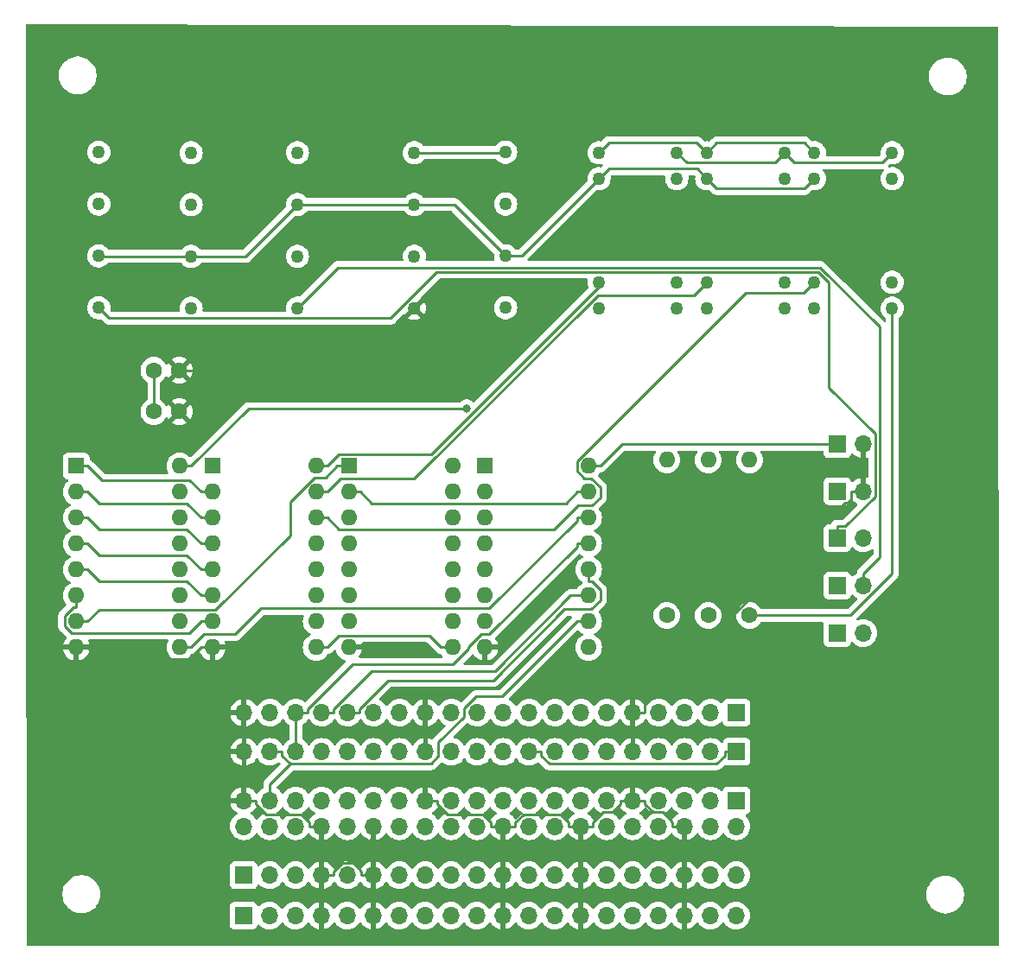
<source format=gbr>
%TF.GenerationSoftware,KiCad,Pcbnew,8.0.2*%
%TF.CreationDate,2024-05-07T00:14:21+01:00*%
%TF.ProjectId,VISIR_Lei_Ohm,56495349-525f-44c6-9569-5f4f686d2e6b,rev?*%
%TF.SameCoordinates,Original*%
%TF.FileFunction,Copper,L1,Top*%
%TF.FilePolarity,Positive*%
%FSLAX46Y46*%
G04 Gerber Fmt 4.6, Leading zero omitted, Abs format (unit mm)*
G04 Created by KiCad (PCBNEW 8.0.2) date 2024-05-07 00:14:21*
%MOMM*%
%LPD*%
G01*
G04 APERTURE LIST*
%TA.AperFunction,ComponentPad*%
%ADD10R,1.700000X1.700000*%
%TD*%
%TA.AperFunction,ComponentPad*%
%ADD11O,1.700000X1.700000*%
%TD*%
%TA.AperFunction,ComponentPad*%
%ADD12R,1.600000X1.600000*%
%TD*%
%TA.AperFunction,ComponentPad*%
%ADD13O,1.600000X1.600000*%
%TD*%
%TA.AperFunction,ComponentPad*%
%ADD14C,1.270000*%
%TD*%
%TA.AperFunction,ComponentPad*%
%ADD15C,1.600000*%
%TD*%
%TA.AperFunction,ViaPad*%
%ADD16C,0.800000*%
%TD*%
%TA.AperFunction,Conductor*%
%ADD17C,0.250000*%
%TD*%
G04 APERTURE END LIST*
D10*
%TO.P,J8,1,Pin_1*%
%TO.N,Net-(J1-3V3Power)*%
X190250000Y-97950000D03*
D11*
%TO.P,J8,2,Pin_2*%
%TO.N,Net-(J1-GPIO2{slash}SDA)*%
X187710000Y-97950000D03*
%TO.P,J8,3,Pin_3*%
%TO.N,Net-(J1-GPIO3{slash}SCL)*%
X185170000Y-97950000D03*
%TO.P,J8,4,Pin_4*%
%TO.N,Net-(J1-GPIO4{slash}GPCLK0)*%
X182630000Y-97950000D03*
%TO.P,J8,5,Pin_5*%
%TO.N,GND*%
X180090000Y-97950000D03*
%TO.P,J8,6,Pin_6*%
%TO.N,Net-(J1-GPIO17)*%
X177550000Y-97950000D03*
%TO.P,J8,7,Pin_7*%
%TO.N,Net-(J1-GPIO27)*%
X175010000Y-97950000D03*
%TO.P,J8,8,Pin_8*%
%TO.N,Net-(J1-GPIO22)*%
X172470000Y-97950000D03*
%TO.P,J8,9,Pin_9*%
%TO.N,Net-(J1-3v3Power)*%
X169930000Y-97950000D03*
%TO.P,J8,10,Pin_10*%
%TO.N,Net-(J1-GPIO10{slash}MOSI)*%
X167390000Y-97950000D03*
%TO.P,J8,11,Pin_11*%
%TO.N,Net-(J1-GPIO9{slash}MISO)*%
X164850000Y-97950000D03*
%TO.P,J8,12,Pin_12*%
%TO.N,Net-(J1-GPIO11{slash}SCLK)*%
X162310000Y-97950000D03*
%TO.P,J8,13,Pin_13*%
%TO.N,GND*%
X159770000Y-97950000D03*
%TO.P,J8,14,Pin_14*%
%TO.N,Net-(J1-GPIO0{slash}ID_SD)*%
X157230000Y-97950000D03*
%TO.P,J8,15,Pin_15*%
%TO.N,/SER1*%
X154690000Y-97950000D03*
%TO.P,J8,16,Pin_16*%
%TO.N,/RCLK*%
X152150000Y-97950000D03*
%TO.P,J8,17,Pin_17*%
%TO.N,/SRCLK*%
X149610000Y-97950000D03*
%TO.P,J8,18,Pin_18*%
%TO.N,/~{OE}*%
X147070000Y-97950000D03*
%TO.P,J8,19,Pin_19*%
%TO.N,/~{SRCLR}*%
X144530000Y-97950000D03*
%TO.P,J8,20,Pin_20*%
%TO.N,GND*%
X141990000Y-97950000D03*
%TD*%
D10*
%TO.P,J7,1,Pin_1*%
%TO.N,Net-(J1-3V3Power)*%
X190260000Y-101800000D03*
D11*
%TO.P,J7,2,Pin_2*%
%TO.N,Net-(J1-GPIO2{slash}SDA)*%
X187720000Y-101800000D03*
%TO.P,J7,3,Pin_3*%
%TO.N,Net-(J1-GPIO3{slash}SCL)*%
X185180000Y-101800000D03*
%TO.P,J7,4,Pin_4*%
%TO.N,Net-(J1-GPIO4{slash}GPCLK0)*%
X182640000Y-101800000D03*
%TO.P,J7,5,Pin_5*%
%TO.N,GND*%
X180100000Y-101800000D03*
%TO.P,J7,6,Pin_6*%
%TO.N,Net-(J1-GPIO17)*%
X177560000Y-101800000D03*
%TO.P,J7,7,Pin_7*%
%TO.N,Net-(J1-GPIO27)*%
X175020000Y-101800000D03*
%TO.P,J7,8,Pin_8*%
%TO.N,Net-(J1-GPIO22)*%
X172480000Y-101800000D03*
%TO.P,J7,9,Pin_9*%
%TO.N,Net-(J1-3v3Power)*%
X169940000Y-101800000D03*
%TO.P,J7,10,Pin_10*%
%TO.N,Net-(J1-GPIO10{slash}MOSI)*%
X167400000Y-101800000D03*
%TO.P,J7,11,Pin_11*%
%TO.N,Net-(J1-GPIO9{slash}MISO)*%
X164860000Y-101800000D03*
%TO.P,J7,12,Pin_12*%
%TO.N,Net-(J1-GPIO11{slash}SCLK)*%
X162320000Y-101800000D03*
%TO.P,J7,13,Pin_13*%
%TO.N,GND*%
X159780000Y-101800000D03*
%TO.P,J7,14,Pin_14*%
%TO.N,Net-(J1-GPIO0{slash}ID_SD)*%
X157240000Y-101800000D03*
%TO.P,J7,15,Pin_15*%
%TO.N,/SER1*%
X154700000Y-101800000D03*
%TO.P,J7,16,Pin_16*%
%TO.N,/RCLK*%
X152160000Y-101800000D03*
%TO.P,J7,17,Pin_17*%
%TO.N,/SRCLK*%
X149620000Y-101800000D03*
%TO.P,J7,18,Pin_18*%
%TO.N,/~{OE}*%
X147080000Y-101800000D03*
%TO.P,J7,19,Pin_19*%
%TO.N,/~{SRCLR}*%
X144540000Y-101800000D03*
%TO.P,J7,20,Pin_20*%
%TO.N,GND*%
X142000000Y-101800000D03*
%TD*%
%TO.P,J1,40,GPIO21/PCM_DOUT*%
%TO.N,Net-(J1-GPIO21{slash}PCM_DOUT)*%
X141980000Y-109100000D03*
%TO.P,J1,39,GND*%
%TO.N,GND*%
X141980000Y-106560000D03*
%TO.P,J1,38,GPIO20/PCM_DIN*%
%TO.N,Net-(J1-GPIO20{slash}PCM_DIN)*%
X144520000Y-109100000D03*
%TO.P,J1,37,GPIO26*%
%TO.N,/~{SRCLR}*%
X144520000Y-106560000D03*
%TO.P,J1,36,GPIO16*%
%TO.N,Net-(J1-GPIO16)*%
X147060000Y-109100000D03*
%TO.P,J1,35,GPIO19/PCM_FS*%
%TO.N,/~{OE}*%
X147060000Y-106560000D03*
%TO.P,J1,34,GROUND*%
%TO.N,GND*%
X149600000Y-109100000D03*
%TO.P,J1,33,GPIO13/PWM1*%
%TO.N,/SRCLK*%
X149600000Y-106560000D03*
%TO.P,J1,32,GPIO12/PWM0*%
%TO.N,Net-(J1-GPIO12{slash}PWM0)*%
X152140000Y-109100000D03*
%TO.P,J1,31,GPIO6*%
%TO.N,/RCLK*%
X152140000Y-106560000D03*
%TO.P,J1,30,GND*%
%TO.N,GND*%
X154680000Y-109100000D03*
%TO.P,J1,29,GPIO5*%
%TO.N,/SER1*%
X154680000Y-106560000D03*
%TO.P,J1,28,GPIO1/ID_SC*%
%TO.N,Net-(J1-GPIO1{slash}ID_SC)*%
X157220000Y-109100000D03*
%TO.P,J1,27,GPIO0/ID_SD*%
%TO.N,Net-(J1-GPIO0{slash}ID_SD)*%
X157220000Y-106560000D03*
%TO.P,J1,26,GPIO7/CE1*%
%TO.N,Net-(J1-GPIO7{slash}CE1)*%
X159760000Y-109100000D03*
%TO.P,J1,25,GND*%
%TO.N,GND*%
X159760000Y-106560000D03*
%TO.P,J1,24,GPIO8/CE0*%
%TO.N,Net-(J1-GPIO8{slash}CE0)*%
X162300000Y-109100000D03*
%TO.P,J1,23,GPIO11/SCLK*%
%TO.N,Net-(J1-GPIO11{slash}SCLK)*%
X162300000Y-106560000D03*
%TO.P,J1,22,GPIO25*%
%TO.N,Net-(J1-GPIO25)*%
X164840000Y-109100000D03*
%TO.P,J1,21,GPIO9/MISO*%
%TO.N,Net-(J1-GPIO9{slash}MISO)*%
X164840000Y-106560000D03*
%TO.P,J1,20,GND*%
%TO.N,GND*%
X167380000Y-109100000D03*
%TO.P,J1,19,GPIO10/MOSI*%
%TO.N,Net-(J1-GPIO10{slash}MOSI)*%
X167380000Y-106560000D03*
%TO.P,J1,18,GPIO24*%
%TO.N,Net-(J1-GPIO24)*%
X169920000Y-109100000D03*
%TO.P,J1,17,3v3Power*%
%TO.N,Net-(J1-3v3Power)*%
X169920000Y-106560000D03*
%TO.P,J1,16,GPIO23*%
%TO.N,Net-(J1-GPIO23)*%
X172460000Y-109100000D03*
%TO.P,J1,15,GPIO22*%
%TO.N,Net-(J1-GPIO22)*%
X172460000Y-106560000D03*
%TO.P,J1,14,GND*%
%TO.N,GND*%
X175000000Y-109100000D03*
%TO.P,J1,13,GPIO27*%
%TO.N,Net-(J1-GPIO27)*%
X175000000Y-106560000D03*
%TO.P,J1,12,GPIO18/PCM_CLK*%
%TO.N,Net-(J1-GPIO18{slash}PCM_CLK)*%
X177540000Y-109100000D03*
%TO.P,J1,11,GPIO17*%
%TO.N,Net-(J1-GPIO17)*%
X177540000Y-106560000D03*
%TO.P,J1,10,GPIO15/RXD*%
%TO.N,Net-(J1-GPIO15{slash}RXD)*%
X180080000Y-109100000D03*
%TO.P,J1,9,GND*%
%TO.N,GND*%
X180080000Y-106560000D03*
%TO.P,J1,8,GPIO14/TXD*%
%TO.N,Net-(J1-GPIO14{slash}TXD)*%
X182620000Y-109100000D03*
%TO.P,J1,7,GPIO4/GPCLK0*%
%TO.N,Net-(J1-GPIO4{slash}GPCLK0)*%
X182620000Y-106560000D03*
%TO.P,J1,6,GND*%
%TO.N,GND*%
X185160000Y-109100000D03*
%TO.P,J1,5,GPIO3/SCL*%
%TO.N,Net-(J1-GPIO3{slash}SCL)*%
X185160000Y-106560000D03*
%TO.P,J1,4,5VPower*%
%TO.N,Net-(J5-Pin_19)*%
X187700000Y-109100000D03*
%TO.P,J1,3,GPIO2/SDA*%
%TO.N,Net-(J1-GPIO2{slash}SDA)*%
X187700000Y-106560000D03*
%TO.P,J1,2,5VPower*%
%TO.N,Net-(J5-Pin_20)*%
X190240000Y-109100000D03*
D10*
%TO.P,J1,1,3V3Power*%
%TO.N,Net-(J1-3V3Power)*%
X190240000Y-106560000D03*
%TD*%
%TO.P,J4,1,Pin_1*%
%TO.N,+5V*%
X200120000Y-71650000D03*
D11*
%TO.P,J4,2,Pin_2*%
%TO.N,GND*%
X202660000Y-71650000D03*
%TD*%
D10*
%TO.P,J3,1,Pin_1*%
%TO.N,+12V*%
X200120000Y-76250000D03*
D11*
%TO.P,J3,2,Pin_2*%
%TO.N,GND*%
X202660000Y-76250000D03*
%TD*%
D10*
%TO.P,J2,1,Pin_1*%
%TO.N,VCC*%
X200120000Y-80850000D03*
D11*
%TO.P,J2,2,Pin_2*%
%TO.N,D*%
X202660000Y-80850000D03*
%TD*%
D10*
%TO.P,J6,1,Pin_1*%
%TO.N,Net-(J1-GPIO21{slash}PCM_DOUT)*%
X141940000Y-117850000D03*
D11*
%TO.P,J6,2,Pin_2*%
%TO.N,Net-(J1-GPIO20{slash}PCM_DIN)*%
X144480000Y-117850000D03*
%TO.P,J6,3,Pin_3*%
%TO.N,Net-(J1-GPIO16)*%
X147020000Y-117850000D03*
%TO.P,J6,4,Pin_4*%
%TO.N,GND*%
X149560000Y-117850000D03*
%TO.P,J6,5,Pin_5*%
%TO.N,Net-(J1-GPIO12{slash}PWM0)*%
X152100000Y-117850000D03*
%TO.P,J6,6,Pin_6*%
%TO.N,GND*%
X154640000Y-117850000D03*
%TO.P,J6,7,Pin_7*%
%TO.N,Net-(J1-GPIO1{slash}ID_SC)*%
X157180000Y-117850000D03*
%TO.P,J6,8,Pin_8*%
%TO.N,Net-(J1-GPIO7{slash}CE1)*%
X159720000Y-117850000D03*
%TO.P,J6,9,Pin_9*%
%TO.N,Net-(J1-GPIO8{slash}CE0)*%
X162260000Y-117850000D03*
%TO.P,J6,10,Pin_10*%
%TO.N,Net-(J1-GPIO25)*%
X164800000Y-117850000D03*
%TO.P,J6,11,Pin_11*%
%TO.N,GND*%
X167340000Y-117850000D03*
%TO.P,J6,12,Pin_12*%
%TO.N,Net-(J1-GPIO24)*%
X169880000Y-117850000D03*
%TO.P,J6,13,Pin_13*%
%TO.N,Net-(J1-GPIO23)*%
X172420000Y-117850000D03*
%TO.P,J6,14,Pin_14*%
%TO.N,GND*%
X174960000Y-117850000D03*
%TO.P,J6,15,Pin_15*%
%TO.N,Net-(J1-GPIO18{slash}PCM_CLK)*%
X177500000Y-117850000D03*
%TO.P,J6,16,Pin_16*%
%TO.N,Net-(J1-GPIO15{slash}RXD)*%
X180040000Y-117850000D03*
%TO.P,J6,17,Pin_17*%
%TO.N,Net-(J1-GPIO14{slash}TXD)*%
X182580000Y-117850000D03*
%TO.P,J6,18,Pin_18*%
%TO.N,GND*%
X185120000Y-117850000D03*
%TO.P,J6,19,Pin_19*%
%TO.N,Net-(J5-Pin_19)*%
X187660000Y-117850000D03*
%TO.P,J6,20,Pin_20*%
%TO.N,Net-(J5-Pin_20)*%
X190200000Y-117850000D03*
%TD*%
D12*
%TO.P,U1,1,Q1*%
%TO.N,/I_{12}*%
X125550000Y-73780000D03*
D13*
%TO.P,U1,2,Q2*%
%TO.N,/I_{13}*%
X125550000Y-76320000D03*
%TO.P,U1,3,Q3*%
%TO.N,/I_{14}*%
X125550000Y-78860000D03*
%TO.P,U1,4,Q4*%
%TO.N,/I_{15}*%
X125550000Y-81400000D03*
%TO.P,U1,5,Q5*%
%TO.N,/I_{16}*%
X125550000Y-83940000D03*
%TO.P,U1,6,Q6*%
%TO.N,/I_{17}*%
X125550000Y-86480000D03*
%TO.P,U1,7,Q7*%
%TO.N,/I_{21}*%
X125550000Y-89020000D03*
%TO.P,U1,8,GND*%
%TO.N,GND*%
X125550000Y-91560000D03*
%TO.P,U1,9,Q7_2*%
%TO.N,/SER2*%
X135710000Y-91560000D03*
%TO.P,U1,10,~SRCLR*%
%TO.N,/~{SRCLR}*%
X135710000Y-89020000D03*
%TO.P,U1,11,SRCLK*%
%TO.N,/SRCLK*%
X135710000Y-86480000D03*
%TO.P,U1,12,RCLK*%
%TO.N,/RCLK*%
X135710000Y-83940000D03*
%TO.P,U1,13,~OE*%
%TO.N,/~{OE}*%
X135710000Y-81400000D03*
%TO.P,U1,14,SER*%
%TO.N,/SER1*%
X135710000Y-78860000D03*
%TO.P,U1,15,Q0*%
%TO.N,/I_{11}*%
X135710000Y-76320000D03*
%TO.P,U1,16,VCC*%
%TO.N,+5V*%
X135710000Y-73780000D03*
%TD*%
D14*
%TO.P,K4,4,4*%
%TO.N,A*%
X127760000Y-43040000D03*
%TO.P,K4,3,3*%
%TO.N,/O_{14}*%
X127760000Y-48120000D03*
%TO.P,K4,2,2*%
%TO.N,+12V*%
X127760000Y-53200000D03*
%TO.P,K4,1,1*%
%TO.N,VCC*%
X127760000Y-58280000D03*
%TD*%
D15*
%TO.P,R1,1*%
%TO.N,Net-(K1-Pad7)*%
X183420000Y-88430000D03*
D13*
%TO.P,R1,2*%
%TO.N,Net-(K1-Pad8)*%
X183420000Y-73190000D03*
%TD*%
D15*
%TO.P,R3,1*%
%TO.N,Net-(K3-Pad8)*%
X191520000Y-88430000D03*
D13*
%TO.P,R3,2*%
%TO.N,Net-(K3-Pad7)*%
X191520000Y-73190000D03*
%TD*%
D12*
%TO.P,U4,1,Q1*%
%TO.N,unconnected-(U4-Q1-Pad1)*%
X165600000Y-73780000D03*
D13*
%TO.P,U4,2,Q2*%
%TO.N,unconnected-(U4-Q2-Pad2)*%
X165600000Y-76320000D03*
%TO.P,U4,3,Q3*%
%TO.N,unconnected-(U4-Q3-Pad3)*%
X165600000Y-78860000D03*
%TO.P,U4,4,Q4*%
%TO.N,unconnected-(U4-Q4-Pad4)*%
X165600000Y-81400000D03*
%TO.P,U4,5,Q5*%
%TO.N,unconnected-(U4-Q5-Pad5)*%
X165600000Y-83940000D03*
%TO.P,U4,6,Q6*%
%TO.N,unconnected-(U4-Q6-Pad6)*%
X165600000Y-86480000D03*
%TO.P,U4,7,Q7*%
%TO.N,unconnected-(U4-Q7-Pad7)*%
X165600000Y-89020000D03*
%TO.P,U4,8,GND*%
%TO.N,GND*%
X165600000Y-91560000D03*
%TO.P,U4,9,Q7_2*%
%TO.N,unconnected-(U4-Q7_2-Pad9)*%
X175760000Y-91560000D03*
%TO.P,U4,10,~SRCLR*%
%TO.N,/~{SRCLR}*%
X175760000Y-89020000D03*
%TO.P,U4,11,SRCLK*%
%TO.N,/SRCLK*%
X175760000Y-86480000D03*
%TO.P,U4,12,RCLK*%
%TO.N,/RCLK*%
X175760000Y-83940000D03*
%TO.P,U4,13,~OE*%
%TO.N,/~{OE}*%
X175760000Y-81400000D03*
%TO.P,U4,14,SER*%
%TO.N,/SER2*%
X175760000Y-78860000D03*
%TO.P,U4,15,Q0*%
%TO.N,/I_{22}*%
X175760000Y-76320000D03*
%TO.P,U4,16,VCC*%
%TO.N,+5V*%
X175760000Y-73780000D03*
%TD*%
D11*
%TO.P,MES3,2,+*%
%TO.N,Net-(MES3-+)*%
X202660000Y-85500000D03*
D10*
%TO.P,MES3,1,-*%
%TO.N,C*%
X200120000Y-85500000D03*
%TD*%
D14*
%TO.P,K8,1,1*%
%TO.N,B*%
X167620000Y-58260000D03*
%TO.P,K8,2,2*%
%TO.N,+12V*%
X167620000Y-53180000D03*
%TO.P,K8,3,3*%
%TO.N,/O_{21}*%
X167620000Y-48100000D03*
%TO.P,K8,4,4*%
%TO.N,C*%
X167620000Y-43020000D03*
%TD*%
%TO.P,K7,1,1*%
%TO.N,C*%
X158680000Y-43080000D03*
%TO.P,K7,2,2*%
%TO.N,+12V*%
X158680000Y-48160000D03*
%TO.P,K7,3,3*%
%TO.N,/O_{17}*%
X158680000Y-53240000D03*
%TO.P,K7,4,4*%
%TO.N,GND*%
X158680000Y-58320000D03*
%TD*%
%TO.P,K3,1,1*%
%TO.N,B*%
X197880800Y-43080000D03*
%TO.P,K3,2,2*%
%TO.N,+12V*%
X197880800Y-45620000D03*
%TO.P,K3,6,6*%
%TO.N,/O_{13}*%
X197880800Y-55780000D03*
%TO.P,K3,7,7*%
%TO.N,Net-(K3-Pad7)*%
X197880800Y-58320000D03*
%TO.P,K3,8,8*%
%TO.N,Net-(K3-Pad8)*%
X205500800Y-58320000D03*
%TO.P,K3,9,9*%
%TO.N,unconnected-(K3-Pad9)*%
X205500800Y-55780000D03*
%TO.P,K3,13,13*%
%TO.N,unconnected-(K3-Pad13)*%
X205500800Y-45620000D03*
%TO.P,K3,14,14*%
%TO.N,A*%
X205500800Y-43080000D03*
%TD*%
D11*
%TO.P,MES1,2,+*%
%TO.N,Net-(MES1-+)*%
X202660000Y-90150000D03*
D10*
%TO.P,MES1,1,-*%
%TO.N,C*%
X200120000Y-90150000D03*
%TD*%
D15*
%TO.P,C1,1*%
%TO.N,+5V*%
X133150000Y-64400000D03*
%TO.P,C1,2*%
%TO.N,GND*%
X135650000Y-64400000D03*
%TD*%
%TO.P,R2,1*%
%TO.N,Net-(K2-Pad8)*%
X187470000Y-88430000D03*
D13*
%TO.P,R2,2*%
%TO.N,Net-(K2-Pad7)*%
X187470000Y-73190000D03*
%TD*%
D14*
%TO.P,K1,1,1*%
%TO.N,B*%
X176780000Y-43080000D03*
%TO.P,K1,2,2*%
%TO.N,+12V*%
X176780000Y-45620000D03*
%TO.P,K1,6,6*%
%TO.N,/O_{11}*%
X176780000Y-55780000D03*
%TO.P,K1,7,7*%
%TO.N,Net-(K1-Pad7)*%
X176780000Y-58320000D03*
%TO.P,K1,8,8*%
%TO.N,Net-(K1-Pad8)*%
X184400000Y-58320000D03*
%TO.P,K1,9,9*%
%TO.N,unconnected-(K1-Pad9)*%
X184400000Y-55780000D03*
%TO.P,K1,13,13*%
%TO.N,unconnected-(K1-Pad13)*%
X184400000Y-45620000D03*
%TO.P,K1,14,14*%
%TO.N,A*%
X184400000Y-43080000D03*
%TD*%
%TO.P,K2,1,1*%
%TO.N,B*%
X187330400Y-43080000D03*
%TO.P,K2,2,2*%
%TO.N,+12V*%
X187330400Y-45620000D03*
%TO.P,K2,6,6*%
%TO.N,/O_{12}*%
X187330400Y-55780000D03*
%TO.P,K2,7,7*%
%TO.N,Net-(K2-Pad7)*%
X187330400Y-58320000D03*
%TO.P,K2,8,8*%
%TO.N,Net-(K2-Pad8)*%
X194950400Y-58320000D03*
%TO.P,K2,9,9*%
%TO.N,unconnected-(K2-Pad9)*%
X194950400Y-55780000D03*
%TO.P,K2,13,13*%
%TO.N,unconnected-(K2-Pad13)*%
X194950400Y-45620000D03*
%TO.P,K2,14,14*%
%TO.N,A*%
X194950400Y-43080000D03*
%TD*%
D15*
%TO.P,C2,1*%
%TO.N,+5V*%
X133150000Y-68450000D03*
%TO.P,C2,2*%
%TO.N,GND*%
X135650000Y-68450000D03*
%TD*%
D12*
%TO.P,U2,1,I1*%
%TO.N,/I_{11}*%
X138900000Y-73780000D03*
D13*
%TO.P,U2,2,I2*%
%TO.N,/I_{12}*%
X138900000Y-76320000D03*
%TO.P,U2,3,I3*%
%TO.N,/I_{13}*%
X138900000Y-78860000D03*
%TO.P,U2,4,I4*%
%TO.N,/I_{14}*%
X138900000Y-81400000D03*
%TO.P,U2,5,I5*%
%TO.N,/I_{15}*%
X138900000Y-83940000D03*
%TO.P,U2,6,I6*%
%TO.N,/I_{16}*%
X138900000Y-86480000D03*
%TO.P,U2,7,I7*%
%TO.N,/I_{17}*%
X138900000Y-89020000D03*
%TO.P,U2,8,GND*%
%TO.N,GND*%
X138900000Y-91560000D03*
%TO.P,U2,9,COM*%
%TO.N,+12V*%
X149060000Y-91560000D03*
%TO.P,U2,10,O7*%
%TO.N,/O_{17}*%
X149060000Y-89020000D03*
%TO.P,U2,11,O6*%
%TO.N,/O_{16}*%
X149060000Y-86480000D03*
%TO.P,U2,12,O5*%
%TO.N,/O_{15}*%
X149060000Y-83940000D03*
%TO.P,U2,13,O4*%
%TO.N,/O_{14}*%
X149060000Y-81400000D03*
%TO.P,U2,14,O3*%
%TO.N,/O_{13}*%
X149060000Y-78860000D03*
%TO.P,U2,15,O2*%
%TO.N,/O_{12}*%
X149060000Y-76320000D03*
%TO.P,U2,16,O1*%
%TO.N,/O_{11}*%
X149060000Y-73780000D03*
%TD*%
D14*
%TO.P,K6,1,1*%
%TO.N,B*%
X147230000Y-43060000D03*
%TO.P,K6,2,2*%
%TO.N,+12V*%
X147230000Y-48140000D03*
%TO.P,K6,3,3*%
%TO.N,/O_{16}*%
X147230000Y-53220000D03*
%TO.P,K6,4,4*%
%TO.N,Net-(MES3-+)*%
X147230000Y-58300000D03*
%TD*%
%TO.P,K5,1,1*%
%TO.N,A*%
X136810000Y-58320000D03*
%TO.P,K5,2,2*%
%TO.N,+12V*%
X136810000Y-53240000D03*
%TO.P,K5,3,3*%
%TO.N,/O_{15}*%
X136810000Y-48160000D03*
%TO.P,K5,4,4*%
%TO.N,Net-(MES1-+)*%
X136810000Y-43080000D03*
%TD*%
D12*
%TO.P,U3,1,I1*%
%TO.N,/I_{21}*%
X152250000Y-73780000D03*
D13*
%TO.P,U3,2,I2*%
%TO.N,/I_{22}*%
X152250000Y-76320000D03*
%TO.P,U3,3,I3*%
%TO.N,/I_{23}*%
X152250000Y-78860000D03*
%TO.P,U3,4,I4*%
%TO.N,/I_{24}*%
X152250000Y-81400000D03*
%TO.P,U3,5,I5*%
%TO.N,/I_{25}*%
X152250000Y-83940000D03*
%TO.P,U3,6,I6*%
%TO.N,/I_{26}*%
X152250000Y-86480000D03*
%TO.P,U3,7,I7*%
%TO.N,/I_{27}*%
X152250000Y-89020000D03*
%TO.P,U3,8,GND*%
%TO.N,GND*%
X152250000Y-91560000D03*
%TO.P,U3,9,COM*%
%TO.N,+12V*%
X162410000Y-91560000D03*
%TO.P,U3,10,O7*%
%TO.N,/O_{27}*%
X162410000Y-89020000D03*
%TO.P,U3,11,O6*%
%TO.N,/O_{26}*%
X162410000Y-86480000D03*
%TO.P,U3,12,O5*%
%TO.N,/O_{25}*%
X162410000Y-83940000D03*
%TO.P,U3,13,O4*%
%TO.N,/O_{24}*%
X162410000Y-81400000D03*
%TO.P,U3,14,O3*%
%TO.N,/O_{23}*%
X162410000Y-78860000D03*
%TO.P,U3,15,O2*%
%TO.N,/O_{22}*%
X162410000Y-76320000D03*
%TO.P,U3,16,O1*%
%TO.N,/O_{21}*%
X162410000Y-73780000D03*
%TD*%
D10*
%TO.P,J5,1,Pin_1*%
%TO.N,Net-(J1-GPIO21{slash}PCM_DOUT)*%
X141970000Y-113900000D03*
D11*
%TO.P,J5,2,Pin_2*%
%TO.N,Net-(J1-GPIO20{slash}PCM_DIN)*%
X144510000Y-113900000D03*
%TO.P,J5,3,Pin_3*%
%TO.N,Net-(J1-GPIO16)*%
X147050000Y-113900000D03*
%TO.P,J5,4,Pin_4*%
%TO.N,GND*%
X149590000Y-113900000D03*
%TO.P,J5,5,Pin_5*%
%TO.N,Net-(J1-GPIO12{slash}PWM0)*%
X152130000Y-113900000D03*
%TO.P,J5,6,Pin_6*%
%TO.N,GND*%
X154670000Y-113900000D03*
%TO.P,J5,7,Pin_7*%
%TO.N,Net-(J1-GPIO1{slash}ID_SC)*%
X157210000Y-113900000D03*
%TO.P,J5,8,Pin_8*%
%TO.N,Net-(J1-GPIO7{slash}CE1)*%
X159750000Y-113900000D03*
%TO.P,J5,9,Pin_9*%
%TO.N,Net-(J1-GPIO8{slash}CE0)*%
X162290000Y-113900000D03*
%TO.P,J5,10,Pin_10*%
%TO.N,Net-(J1-GPIO25)*%
X164830000Y-113900000D03*
%TO.P,J5,11,Pin_11*%
%TO.N,GND*%
X167370000Y-113900000D03*
%TO.P,J5,12,Pin_12*%
%TO.N,Net-(J1-GPIO24)*%
X169910000Y-113900000D03*
%TO.P,J5,13,Pin_13*%
%TO.N,Net-(J1-GPIO23)*%
X172450000Y-113900000D03*
%TO.P,J5,14,Pin_14*%
%TO.N,GND*%
X174990000Y-113900000D03*
%TO.P,J5,15,Pin_15*%
%TO.N,Net-(J1-GPIO18{slash}PCM_CLK)*%
X177530000Y-113900000D03*
%TO.P,J5,16,Pin_16*%
%TO.N,Net-(J1-GPIO15{slash}RXD)*%
X180070000Y-113900000D03*
%TO.P,J5,17,Pin_17*%
%TO.N,Net-(J1-GPIO14{slash}TXD)*%
X182610000Y-113900000D03*
%TO.P,J5,18,Pin_18*%
%TO.N,GND*%
X185150000Y-113900000D03*
%TO.P,J5,19,Pin_19*%
%TO.N,Net-(J5-Pin_19)*%
X187690000Y-113900000D03*
%TO.P,J5,20,Pin_20*%
%TO.N,Net-(J5-Pin_20)*%
X190230000Y-113900000D03*
%TD*%
D16*
%TO.N,+5V*%
X163810800Y-68156500D03*
%TD*%
D17*
%TO.N,Net-(J1-3v3Power)*%
X189083300Y-102167800D02*
X189083300Y-101800000D01*
X188274400Y-102976700D02*
X189083300Y-102167800D01*
X171925700Y-102976700D02*
X188274400Y-102976700D01*
X171116700Y-102167700D02*
X171925700Y-102976700D01*
X171116700Y-101800000D02*
X171116700Y-102167700D01*
X169940000Y-101800000D02*
X171116700Y-101800000D01*
X190260000Y-101800000D02*
X189083300Y-101800000D01*
%TO.N,/I_{22}*%
X154503400Y-77446700D02*
X153376700Y-76320000D01*
X173506600Y-77446700D02*
X154503400Y-77446700D01*
X174633300Y-76320000D02*
X173506600Y-77446700D01*
X175760000Y-76320000D02*
X174633300Y-76320000D01*
X152250000Y-76320000D02*
X153376700Y-76320000D01*
%TO.N,/SER2*%
X138106800Y-90289900D02*
X136836700Y-91560000D01*
X141146100Y-90289900D02*
X138106800Y-90289900D01*
X143686000Y-87750000D02*
X141146100Y-90289900D01*
X166025000Y-87750000D02*
X143686000Y-87750000D01*
X174633300Y-79141700D02*
X166025000Y-87750000D01*
X174633300Y-78860000D02*
X174633300Y-79141700D01*
X175760000Y-78860000D02*
X174633300Y-78860000D01*
X135710000Y-91560000D02*
X136836700Y-91560000D01*
%TO.N,/I_{21}*%
X125550000Y-89020000D02*
X126676700Y-89020000D01*
X152250000Y-73780000D02*
X151123300Y-73780000D01*
X127803400Y-87893300D02*
X126676700Y-89020000D01*
X139174500Y-87893300D02*
X127803400Y-87893300D01*
X146501300Y-80566500D02*
X139174500Y-87893300D01*
X146501300Y-77283600D02*
X146501300Y-80566500D01*
X148878200Y-74906700D02*
X146501300Y-77283600D01*
X149996600Y-74906700D02*
X148878200Y-74906700D01*
X151123300Y-73780000D02*
X149996600Y-74906700D01*
%TO.N,/I_{17}*%
X138900000Y-89020000D02*
X137773300Y-89020000D01*
X125550000Y-86480000D02*
X125550000Y-87606700D01*
X125268200Y-87606700D02*
X125550000Y-87606700D01*
X124423300Y-88451600D02*
X125268200Y-87606700D01*
X124423300Y-89498700D02*
X124423300Y-88451600D01*
X125074800Y-90150200D02*
X124423300Y-89498700D01*
X136643100Y-90150200D02*
X125074800Y-90150200D01*
X137773300Y-89020000D02*
X136643100Y-90150200D01*
%TO.N,/I_{16}*%
X138900000Y-86480000D02*
X137773300Y-86480000D01*
X125550000Y-83940000D02*
X126676700Y-83940000D01*
X136361500Y-85068200D02*
X137773300Y-86480000D01*
X127804900Y-85068200D02*
X136361500Y-85068200D01*
X126676700Y-83940000D02*
X127804900Y-85068200D01*
%TO.N,GND*%
X181256700Y-106927800D02*
X181256700Y-106560000D01*
X182065600Y-107736700D02*
X181256700Y-106927800D01*
X182987800Y-107736700D02*
X182065600Y-107736700D01*
X183983300Y-108732200D02*
X182987800Y-107736700D01*
X183983300Y-109100000D02*
X183983300Y-108732200D01*
X185160000Y-109100000D02*
X183983300Y-109100000D01*
X180080000Y-106560000D02*
X181256700Y-106560000D01*
X178903300Y-106927800D02*
X178903300Y-106560000D01*
X178094400Y-107736700D02*
X178903300Y-106927800D01*
X177172200Y-107736700D02*
X178094400Y-107736700D01*
X176176700Y-108732200D02*
X177172200Y-107736700D01*
X176176700Y-109100000D02*
X176176700Y-108732200D01*
X175000000Y-109100000D02*
X176176700Y-109100000D01*
X180080000Y-106560000D02*
X178903300Y-106560000D01*
X173823300Y-108732200D02*
X173823300Y-109100000D01*
X173014400Y-107923300D02*
X173823300Y-108732200D01*
X169365700Y-107923300D02*
X173014400Y-107923300D01*
X168556700Y-108732300D02*
X169365700Y-107923300D01*
X168556700Y-109100000D02*
X168556700Y-108732300D01*
X167380000Y-109100000D02*
X168556700Y-109100000D01*
X175000000Y-109100000D02*
X173823300Y-109100000D01*
X127803400Y-92686700D02*
X126676700Y-91560000D01*
X136646600Y-92686700D02*
X127803400Y-92686700D01*
X137773300Y-91560000D02*
X136646600Y-92686700D01*
X138900000Y-91560000D02*
X137773300Y-91560000D01*
X125550000Y-91560000D02*
X126676700Y-91560000D01*
X152600000Y-64400000D02*
X135650000Y-64400000D01*
X158680000Y-58320000D02*
X152600000Y-64400000D01*
X149590000Y-113900000D02*
X150766700Y-113900000D01*
X154670000Y-113900000D02*
X153493300Y-113900000D01*
X151575700Y-112723300D02*
X152130100Y-112723300D01*
X150766700Y-113532300D02*
X151575700Y-112723300D01*
X150766700Y-113900000D02*
X150766700Y-113532300D01*
X153493300Y-113532200D02*
X153493300Y-113900000D01*
X152684400Y-112723300D02*
X153493300Y-113532200D01*
X152130100Y-112723300D02*
X152684400Y-112723300D01*
X154576700Y-110276700D02*
X154680000Y-110276700D01*
X152130100Y-112723300D02*
X154576700Y-110276700D01*
X154680000Y-109100000D02*
X154680000Y-110276700D01*
X166203300Y-108732200D02*
X166203300Y-109100000D01*
X165394400Y-107923300D02*
X166203300Y-108732200D01*
X161932200Y-107923300D02*
X165394400Y-107923300D01*
X160936700Y-106927800D02*
X161932200Y-107923300D01*
X160936700Y-106560000D02*
X160936700Y-106927800D01*
X159760000Y-106560000D02*
X160936700Y-106560000D01*
X167380000Y-109100000D02*
X166203300Y-109100000D01*
X201483300Y-77070000D02*
X201483300Y-76250000D01*
X201126600Y-77426700D02*
X201483300Y-77070000D01*
X200912400Y-77426700D02*
X201126600Y-77426700D01*
X181266700Y-97072400D02*
X200912400Y-77426700D01*
X181266700Y-97950000D02*
X181266700Y-97072400D01*
X180090000Y-97950000D02*
X181266700Y-97950000D01*
X202660000Y-76250000D02*
X201483300Y-76250000D01*
X148423300Y-108732200D02*
X148423300Y-109100000D01*
X147614400Y-107923300D02*
X148423300Y-108732200D01*
X144152200Y-107923300D02*
X147614400Y-107923300D01*
X143156700Y-106927800D02*
X144152200Y-107923300D01*
X143156700Y-106560000D02*
X143156700Y-106927800D01*
X141980000Y-106560000D02*
X143156700Y-106560000D01*
X149600000Y-109100000D02*
X148423300Y-109100000D01*
%TO.N,/I_{15}*%
X127803400Y-82526700D02*
X126676700Y-81400000D01*
X136360000Y-82526700D02*
X127803400Y-82526700D01*
X137773300Y-83940000D02*
X136360000Y-82526700D01*
X138900000Y-83940000D02*
X137773300Y-83940000D01*
X125550000Y-81400000D02*
X126676700Y-81400000D01*
%TO.N,/I_{14}*%
X127803400Y-79986700D02*
X126676700Y-78860000D01*
X136360000Y-79986700D02*
X127803400Y-79986700D01*
X137773300Y-81400000D02*
X136360000Y-79986700D01*
X138900000Y-81400000D02*
X137773300Y-81400000D01*
X125550000Y-78860000D02*
X126676700Y-78860000D01*
%TO.N,/I_{13}*%
X127803400Y-77446700D02*
X126676700Y-76320000D01*
X136360000Y-77446700D02*
X127803400Y-77446700D01*
X137773300Y-78860000D02*
X136360000Y-77446700D01*
X138900000Y-78860000D02*
X137773300Y-78860000D01*
X125550000Y-76320000D02*
X126676700Y-76320000D01*
%TO.N,/I_{12}*%
X136646600Y-75193300D02*
X137773300Y-76320000D01*
X128090000Y-75193300D02*
X136646600Y-75193300D01*
X126676700Y-73780000D02*
X128090000Y-75193300D01*
X125550000Y-73780000D02*
X126676700Y-73780000D01*
X138900000Y-76320000D02*
X137773300Y-76320000D01*
%TO.N,C*%
X167560000Y-43080000D02*
X167620000Y-43020000D01*
X158680000Y-43080000D02*
X167560000Y-43080000D01*
%TO.N,Net-(MES3-+)*%
X202660000Y-85500000D02*
X202660000Y-84323300D01*
X204288400Y-82694900D02*
X202660000Y-84323300D01*
X204288400Y-60153800D02*
X204288400Y-82694900D01*
X198452700Y-54318100D02*
X204288400Y-60153800D01*
X151211900Y-54318100D02*
X198452700Y-54318100D01*
X147230000Y-58300000D02*
X151211900Y-54318100D01*
%TO.N,/~{OE}*%
X147080000Y-101800000D02*
X147080000Y-100623300D01*
X147070000Y-100613300D02*
X147070000Y-97950000D01*
X147080000Y-100623300D02*
X147070000Y-100613300D01*
X148246700Y-97582300D02*
X148246700Y-97950000D01*
X152600800Y-93228200D02*
X148246700Y-97582300D01*
X162474200Y-93228200D02*
X152600800Y-93228200D01*
X164005000Y-91697400D02*
X162474200Y-93228200D01*
X164005000Y-91556300D02*
X164005000Y-91697400D01*
X165271300Y-90290000D02*
X164005000Y-91556300D01*
X166025000Y-90290000D02*
X165271300Y-90290000D01*
X174633300Y-81681700D02*
X166025000Y-90290000D01*
X174633300Y-81400000D02*
X174633300Y-81681700D01*
X175760000Y-81400000D02*
X174633300Y-81400000D01*
X147070000Y-97950000D02*
X148246700Y-97950000D01*
%TO.N,/O_{13}*%
X151313400Y-79986700D02*
X150186700Y-78860000D01*
X172381600Y-79986700D02*
X151313400Y-79986700D01*
X174696600Y-77671700D02*
X172381600Y-79986700D01*
X176094700Y-77671700D02*
X174696600Y-77671700D01*
X176928700Y-76837700D02*
X176094700Y-77671700D01*
X176928700Y-75890500D02*
X176928700Y-76837700D01*
X176014300Y-74976100D02*
X176928700Y-75890500D01*
X175328400Y-74976100D02*
X176014300Y-74976100D01*
X174608100Y-74255800D02*
X175328400Y-74976100D01*
X174608100Y-73322900D02*
X174608100Y-74255800D01*
X191133500Y-56797500D02*
X174608100Y-73322900D01*
X196863300Y-56797500D02*
X191133500Y-56797500D01*
X197880800Y-55780000D02*
X196863300Y-56797500D01*
X149060000Y-78860000D02*
X150186700Y-78860000D01*
%TO.N,/O_{12}*%
X149060000Y-76320000D02*
X150186700Y-76320000D01*
X186060400Y-57050000D02*
X187330400Y-55780000D01*
X176661400Y-57050000D02*
X186060400Y-57050000D01*
X158661500Y-75049900D02*
X176661400Y-57050000D01*
X151456800Y-75049900D02*
X158661500Y-75049900D01*
X150186700Y-76320000D02*
X151456800Y-75049900D01*
%TO.N,/O_{11}*%
X151313400Y-72653300D02*
X150186700Y-73780000D01*
X160341800Y-72653300D02*
X151313400Y-72653300D01*
X176780000Y-56215100D02*
X160341800Y-72653300D01*
X176780000Y-55780000D02*
X176780000Y-56215100D01*
X149060000Y-73780000D02*
X150186700Y-73780000D01*
%TO.N,VCC*%
X200929000Y-79673300D02*
X200120000Y-79673300D01*
X203836700Y-76765600D02*
X200929000Y-79673300D01*
X203836700Y-70620000D02*
X203836700Y-76765600D01*
X199309000Y-66092300D02*
X203836700Y-70620000D01*
X199309000Y-55813200D02*
X199309000Y-66092300D01*
X198265600Y-54769800D02*
X199309000Y-55813200D01*
X160870100Y-54769800D02*
X198265600Y-54769800D01*
X156338300Y-59301600D02*
X160870100Y-54769800D01*
X128781600Y-59301600D02*
X156338300Y-59301600D01*
X127760000Y-58280000D02*
X128781600Y-59301600D01*
X200120000Y-80850000D02*
X200120000Y-79673300D01*
%TO.N,/~{SRCLR}*%
X175760000Y-89020000D02*
X174633300Y-89020000D01*
X144540000Y-101800000D02*
X145716700Y-101800000D01*
X144520000Y-104982300D02*
X144520000Y-106560000D01*
X146525600Y-102976700D02*
X144520000Y-104982300D01*
X160303500Y-102976700D02*
X146525600Y-102976700D01*
X161050000Y-102230200D02*
X160303500Y-102976700D01*
X161050000Y-100879400D02*
X161050000Y-102230200D01*
X163580000Y-98349400D02*
X161050000Y-100879400D01*
X163580000Y-97545400D02*
X163580000Y-98349400D01*
X164737600Y-96387800D02*
X163580000Y-97545400D01*
X167265500Y-96387800D02*
X164737600Y-96387800D01*
X174633300Y-89020000D02*
X167265500Y-96387800D01*
X145716700Y-102167800D02*
X145716700Y-101800000D01*
X146525600Y-102976700D02*
X145716700Y-102167800D01*
%TO.N,/SRCLK*%
X175760000Y-86480000D02*
X174633300Y-86480000D01*
X149610000Y-97950000D02*
X150786700Y-97950000D01*
X173994800Y-86480000D02*
X174633300Y-86480000D01*
X166571800Y-93903000D02*
X173994800Y-86480000D01*
X154472300Y-93903000D02*
X166571800Y-93903000D01*
X150786700Y-97588600D02*
X154472300Y-93903000D01*
X150786700Y-97950000D02*
X150786700Y-97588600D01*
%TO.N,/RCLK*%
X175760000Y-83940000D02*
X175760000Y-85066700D01*
X152150000Y-97950000D02*
X153326700Y-97950000D01*
X176041700Y-85066700D02*
X175760000Y-85066700D01*
X176906400Y-85931400D02*
X176041700Y-85066700D01*
X176906400Y-86945800D02*
X176906400Y-85931400D01*
X176028300Y-87823900D02*
X176906400Y-86945800D01*
X173392800Y-87823900D02*
X176028300Y-87823900D01*
X166412100Y-94804600D02*
X173392800Y-87823900D01*
X156104400Y-94804600D02*
X166412100Y-94804600D01*
X153326700Y-97582300D02*
X156104400Y-94804600D01*
X153326700Y-97950000D02*
X153326700Y-97582300D01*
%TO.N,+5V*%
X179016700Y-71650000D02*
X200120000Y-71650000D01*
X176886700Y-73780000D02*
X179016700Y-71650000D01*
X175760000Y-73780000D02*
X176886700Y-73780000D01*
X133150000Y-68450000D02*
X133150000Y-64400000D01*
X135710000Y-73780000D02*
X136836700Y-73780000D01*
X142460200Y-68156500D02*
X163810800Y-68156500D01*
X136836700Y-73780000D02*
X142460200Y-68156500D01*
%TO.N,Net-(K3-Pad8)*%
X201396800Y-88430000D02*
X191520000Y-88430000D01*
X205500800Y-84326000D02*
X201396800Y-88430000D01*
X205500800Y-58320000D02*
X205500800Y-84326000D01*
%TO.N,A*%
X204533400Y-44047400D02*
X205500800Y-43080000D01*
X195917800Y-44047400D02*
X204533400Y-44047400D01*
X194950400Y-43080000D02*
X195917800Y-44047400D01*
X185361700Y-44041700D02*
X184400000Y-43080000D01*
X193988700Y-44041700D02*
X185361700Y-44041700D01*
X194950400Y-43080000D02*
X193988700Y-44041700D01*
%TO.N,+12V*%
X158660000Y-48140000D02*
X147230000Y-48140000D01*
X158680000Y-48160000D02*
X158660000Y-48140000D01*
X151313400Y-90433300D02*
X150186700Y-91560000D01*
X160156600Y-90433300D02*
X151313400Y-90433300D01*
X161283300Y-91560000D02*
X160156600Y-90433300D01*
X162410000Y-91560000D02*
X161283300Y-91560000D01*
X149060000Y-91560000D02*
X150186700Y-91560000D01*
X142130000Y-53240000D02*
X136810000Y-53240000D01*
X147230000Y-48140000D02*
X142130000Y-53240000D01*
X127800000Y-53240000D02*
X127760000Y-53200000D01*
X136810000Y-53240000D02*
X127800000Y-53240000D01*
X162600000Y-48160000D02*
X167620000Y-53180000D01*
X158680000Y-48160000D02*
X162600000Y-48160000D01*
X169220000Y-53180000D02*
X167620000Y-53180000D01*
X176780000Y-45620000D02*
X169220000Y-53180000D01*
X177741800Y-44658200D02*
X176780000Y-45620000D01*
X186368600Y-44658200D02*
X177741800Y-44658200D01*
X187330400Y-45620000D02*
X186368600Y-44658200D01*
X196919100Y-46581700D02*
X197880800Y-45620000D01*
X188292100Y-46581700D02*
X196919100Y-46581700D01*
X187330400Y-45620000D02*
X188292100Y-46581700D01*
%TO.N,B*%
X196914400Y-42113600D02*
X197880800Y-43080000D01*
X188296800Y-42113600D02*
X196914400Y-42113600D01*
X187330400Y-43080000D02*
X188296800Y-42113600D01*
X186321400Y-42071000D02*
X187330400Y-43080000D01*
X177789000Y-42071000D02*
X186321400Y-42071000D01*
X176780000Y-43080000D02*
X177789000Y-42071000D01*
%TD*%
%TA.AperFunction,Conductor*%
%TO.N,GND*%
G36*
X148414855Y-107226546D02*
G01*
X148431575Y-107245842D01*
X148561501Y-107431396D01*
X148561506Y-107431402D01*
X148728597Y-107598493D01*
X148728603Y-107598498D01*
X148914594Y-107728730D01*
X148958219Y-107783307D01*
X148965413Y-107852805D01*
X148933890Y-107915160D01*
X148914595Y-107931880D01*
X148728922Y-108061890D01*
X148728920Y-108061891D01*
X148561891Y-108228920D01*
X148561890Y-108228922D01*
X148431880Y-108414595D01*
X148377303Y-108458219D01*
X148307804Y-108465412D01*
X148245450Y-108433890D01*
X148228730Y-108414594D01*
X148098494Y-108228597D01*
X147931402Y-108061506D01*
X147931396Y-108061501D01*
X147745842Y-107931575D01*
X147702217Y-107876998D01*
X147695023Y-107807500D01*
X147726546Y-107745145D01*
X147745842Y-107728425D01*
X147768026Y-107712891D01*
X147931401Y-107598495D01*
X148098495Y-107431401D01*
X148228425Y-107245842D01*
X148283002Y-107202217D01*
X148352500Y-107195023D01*
X148414855Y-107226546D01*
G37*
%TD.AperFunction*%
%TA.AperFunction,Conductor*%
G36*
X166194855Y-107226546D02*
G01*
X166211575Y-107245842D01*
X166341501Y-107431396D01*
X166341506Y-107431402D01*
X166508597Y-107598493D01*
X166508603Y-107598498D01*
X166694594Y-107728730D01*
X166738219Y-107783307D01*
X166745413Y-107852805D01*
X166713890Y-107915160D01*
X166694595Y-107931880D01*
X166508922Y-108061890D01*
X166508920Y-108061891D01*
X166341891Y-108228920D01*
X166341890Y-108228922D01*
X166211880Y-108414595D01*
X166157303Y-108458219D01*
X166087804Y-108465412D01*
X166025450Y-108433890D01*
X166008730Y-108414594D01*
X165878494Y-108228597D01*
X165711402Y-108061506D01*
X165711396Y-108061501D01*
X165525842Y-107931575D01*
X165482217Y-107876998D01*
X165475023Y-107807500D01*
X165506546Y-107745145D01*
X165525842Y-107728425D01*
X165548026Y-107712891D01*
X165711401Y-107598495D01*
X165878495Y-107431401D01*
X166008425Y-107245842D01*
X166063002Y-107202217D01*
X166132500Y-107195023D01*
X166194855Y-107226546D01*
G37*
%TD.AperFunction*%
%TA.AperFunction,Conductor*%
G36*
X168734855Y-107226546D02*
G01*
X168751575Y-107245842D01*
X168881501Y-107431396D01*
X168881506Y-107431402D01*
X169048597Y-107598493D01*
X169048603Y-107598498D01*
X169234158Y-107728425D01*
X169277783Y-107783002D01*
X169284977Y-107852500D01*
X169253454Y-107914855D01*
X169234158Y-107931575D01*
X169048597Y-108061505D01*
X168881508Y-108228594D01*
X168751269Y-108414595D01*
X168696692Y-108458219D01*
X168627193Y-108465412D01*
X168564839Y-108433890D01*
X168548119Y-108414594D01*
X168418113Y-108228926D01*
X168418108Y-108228920D01*
X168251078Y-108061890D01*
X168065405Y-107931879D01*
X168021780Y-107877302D01*
X168014588Y-107807804D01*
X168046110Y-107745449D01*
X168065406Y-107728730D01*
X168066279Y-107728119D01*
X168251401Y-107598495D01*
X168418495Y-107431401D01*
X168548425Y-107245842D01*
X168603002Y-107202217D01*
X168672500Y-107195023D01*
X168734855Y-107226546D01*
G37*
%TD.AperFunction*%
%TA.AperFunction,Conductor*%
G36*
X173814855Y-107226546D02*
G01*
X173831575Y-107245842D01*
X173961501Y-107431396D01*
X173961506Y-107431402D01*
X174128597Y-107598493D01*
X174128603Y-107598498D01*
X174314594Y-107728730D01*
X174358219Y-107783307D01*
X174365413Y-107852805D01*
X174333890Y-107915160D01*
X174314595Y-107931880D01*
X174128922Y-108061890D01*
X174128920Y-108061891D01*
X173961891Y-108228920D01*
X173961890Y-108228922D01*
X173831880Y-108414595D01*
X173777303Y-108458219D01*
X173707804Y-108465412D01*
X173645450Y-108433890D01*
X173628730Y-108414594D01*
X173498494Y-108228597D01*
X173331402Y-108061506D01*
X173331396Y-108061501D01*
X173145842Y-107931575D01*
X173102217Y-107876998D01*
X173095023Y-107807500D01*
X173126546Y-107745145D01*
X173145842Y-107728425D01*
X173168026Y-107712891D01*
X173331401Y-107598495D01*
X173498495Y-107431401D01*
X173628425Y-107245842D01*
X173683002Y-107202217D01*
X173752500Y-107195023D01*
X173814855Y-107226546D01*
G37*
%TD.AperFunction*%
%TA.AperFunction,Conductor*%
G36*
X176354855Y-107226546D02*
G01*
X176371575Y-107245842D01*
X176501501Y-107431396D01*
X176501506Y-107431402D01*
X176668597Y-107598493D01*
X176668603Y-107598498D01*
X176854158Y-107728425D01*
X176897783Y-107783002D01*
X176904977Y-107852500D01*
X176873454Y-107914855D01*
X176854158Y-107931575D01*
X176668597Y-108061505D01*
X176501508Y-108228594D01*
X176371269Y-108414595D01*
X176316692Y-108458219D01*
X176247193Y-108465412D01*
X176184839Y-108433890D01*
X176168119Y-108414594D01*
X176038113Y-108228926D01*
X176038108Y-108228920D01*
X175871078Y-108061890D01*
X175685405Y-107931879D01*
X175641780Y-107877302D01*
X175634588Y-107807804D01*
X175666110Y-107745449D01*
X175685406Y-107728730D01*
X175686279Y-107728119D01*
X175871401Y-107598495D01*
X176038495Y-107431401D01*
X176168425Y-107245842D01*
X176223002Y-107202217D01*
X176292500Y-107195023D01*
X176354855Y-107226546D01*
G37*
%TD.AperFunction*%
%TA.AperFunction,Conductor*%
G36*
X183974855Y-107226546D02*
G01*
X183991575Y-107245842D01*
X184121501Y-107431396D01*
X184121506Y-107431402D01*
X184288597Y-107598493D01*
X184288603Y-107598498D01*
X184474594Y-107728730D01*
X184518219Y-107783307D01*
X184525413Y-107852805D01*
X184493890Y-107915160D01*
X184474595Y-107931880D01*
X184288922Y-108061890D01*
X184288920Y-108061891D01*
X184121891Y-108228920D01*
X184121890Y-108228922D01*
X183991880Y-108414595D01*
X183937303Y-108458219D01*
X183867804Y-108465412D01*
X183805450Y-108433890D01*
X183788730Y-108414594D01*
X183658494Y-108228597D01*
X183491402Y-108061506D01*
X183491396Y-108061501D01*
X183305842Y-107931575D01*
X183262217Y-107876998D01*
X183255023Y-107807500D01*
X183286546Y-107745145D01*
X183305842Y-107728425D01*
X183328026Y-107712891D01*
X183491401Y-107598495D01*
X183658495Y-107431401D01*
X183788425Y-107245842D01*
X183843002Y-107202217D01*
X183912500Y-107195023D01*
X183974855Y-107226546D01*
G37*
%TD.AperFunction*%
%TA.AperFunction,Conductor*%
G36*
X143334549Y-107226110D02*
G01*
X143351269Y-107245405D01*
X143481505Y-107431401D01*
X143481506Y-107431402D01*
X143648597Y-107598493D01*
X143648603Y-107598498D01*
X143834158Y-107728425D01*
X143877783Y-107783002D01*
X143884977Y-107852500D01*
X143853454Y-107914855D01*
X143834158Y-107931575D01*
X143648597Y-108061505D01*
X143481505Y-108228597D01*
X143351575Y-108414158D01*
X143296998Y-108457783D01*
X143227500Y-108464977D01*
X143165145Y-108433454D01*
X143148425Y-108414158D01*
X143018494Y-108228597D01*
X142851402Y-108061506D01*
X142851401Y-108061505D01*
X142683844Y-107944180D01*
X142665405Y-107931269D01*
X142621781Y-107876692D01*
X142614588Y-107807193D01*
X142646110Y-107744839D01*
X142665405Y-107728119D01*
X142851082Y-107598105D01*
X143018105Y-107431082D01*
X143148119Y-107245405D01*
X143202696Y-107201781D01*
X143272195Y-107194588D01*
X143334549Y-107226110D01*
G37*
%TD.AperFunction*%
%TA.AperFunction,Conductor*%
G36*
X145874855Y-107226546D02*
G01*
X145891575Y-107245842D01*
X146021501Y-107431396D01*
X146021506Y-107431402D01*
X146188597Y-107598493D01*
X146188603Y-107598498D01*
X146374158Y-107728425D01*
X146417783Y-107783002D01*
X146424977Y-107852500D01*
X146393454Y-107914855D01*
X146374158Y-107931575D01*
X146188597Y-108061505D01*
X146021505Y-108228597D01*
X145891575Y-108414158D01*
X145836998Y-108457783D01*
X145767500Y-108464977D01*
X145705145Y-108433454D01*
X145688425Y-108414158D01*
X145558494Y-108228597D01*
X145391402Y-108061506D01*
X145391396Y-108061501D01*
X145205842Y-107931575D01*
X145162217Y-107876998D01*
X145155023Y-107807500D01*
X145186546Y-107745145D01*
X145205842Y-107728425D01*
X145228026Y-107712891D01*
X145391401Y-107598495D01*
X145558495Y-107431401D01*
X145688425Y-107245842D01*
X145743002Y-107202217D01*
X145812500Y-107195023D01*
X145874855Y-107226546D01*
G37*
%TD.AperFunction*%
%TA.AperFunction,Conductor*%
G36*
X161114549Y-107226110D02*
G01*
X161131269Y-107245405D01*
X161261505Y-107431401D01*
X161261506Y-107431402D01*
X161428597Y-107598493D01*
X161428603Y-107598498D01*
X161614158Y-107728425D01*
X161657783Y-107783002D01*
X161664977Y-107852500D01*
X161633454Y-107914855D01*
X161614158Y-107931575D01*
X161428597Y-108061505D01*
X161261505Y-108228597D01*
X161131575Y-108414158D01*
X161076998Y-108457783D01*
X161007500Y-108464977D01*
X160945145Y-108433454D01*
X160928425Y-108414158D01*
X160798494Y-108228597D01*
X160631402Y-108061506D01*
X160631401Y-108061505D01*
X160463844Y-107944180D01*
X160445405Y-107931269D01*
X160401781Y-107876692D01*
X160394588Y-107807193D01*
X160426110Y-107744839D01*
X160445405Y-107728119D01*
X160631082Y-107598105D01*
X160798105Y-107431082D01*
X160928119Y-107245405D01*
X160982696Y-107201781D01*
X161052195Y-107194588D01*
X161114549Y-107226110D01*
G37*
%TD.AperFunction*%
%TA.AperFunction,Conductor*%
G36*
X163654855Y-107226546D02*
G01*
X163671575Y-107245842D01*
X163801501Y-107431396D01*
X163801506Y-107431402D01*
X163968597Y-107598493D01*
X163968603Y-107598498D01*
X164154158Y-107728425D01*
X164197783Y-107783002D01*
X164204977Y-107852500D01*
X164173454Y-107914855D01*
X164154158Y-107931575D01*
X163968597Y-108061505D01*
X163801505Y-108228597D01*
X163671575Y-108414158D01*
X163616998Y-108457783D01*
X163547500Y-108464977D01*
X163485145Y-108433454D01*
X163468425Y-108414158D01*
X163338494Y-108228597D01*
X163171402Y-108061506D01*
X163171396Y-108061501D01*
X162985842Y-107931575D01*
X162942217Y-107876998D01*
X162935023Y-107807500D01*
X162966546Y-107745145D01*
X162985842Y-107728425D01*
X163008026Y-107712891D01*
X163171401Y-107598495D01*
X163338495Y-107431401D01*
X163468425Y-107245842D01*
X163523002Y-107202217D01*
X163592500Y-107195023D01*
X163654855Y-107226546D01*
G37*
%TD.AperFunction*%
%TA.AperFunction,Conductor*%
G36*
X171274855Y-107226546D02*
G01*
X171291575Y-107245842D01*
X171421501Y-107431396D01*
X171421506Y-107431402D01*
X171588597Y-107598493D01*
X171588603Y-107598498D01*
X171774158Y-107728425D01*
X171817783Y-107783002D01*
X171824977Y-107852500D01*
X171793454Y-107914855D01*
X171774158Y-107931575D01*
X171588597Y-108061505D01*
X171421505Y-108228597D01*
X171291575Y-108414158D01*
X171236998Y-108457783D01*
X171167500Y-108464977D01*
X171105145Y-108433454D01*
X171088425Y-108414158D01*
X170958494Y-108228597D01*
X170791402Y-108061506D01*
X170791396Y-108061501D01*
X170605842Y-107931575D01*
X170562217Y-107876998D01*
X170555023Y-107807500D01*
X170586546Y-107745145D01*
X170605842Y-107728425D01*
X170628026Y-107712891D01*
X170791401Y-107598495D01*
X170958495Y-107431401D01*
X171088425Y-107245842D01*
X171143002Y-107202217D01*
X171212500Y-107195023D01*
X171274855Y-107226546D01*
G37*
%TD.AperFunction*%
%TA.AperFunction,Conductor*%
G36*
X178895160Y-107226110D02*
G01*
X178911879Y-107245405D01*
X179041890Y-107431078D01*
X179208917Y-107598105D01*
X179394595Y-107728119D01*
X179438219Y-107782696D01*
X179445412Y-107852195D01*
X179413890Y-107914549D01*
X179394595Y-107931269D01*
X179208594Y-108061508D01*
X179041505Y-108228597D01*
X178911575Y-108414158D01*
X178856998Y-108457783D01*
X178787500Y-108464977D01*
X178725145Y-108433454D01*
X178708425Y-108414158D01*
X178578494Y-108228597D01*
X178411402Y-108061506D01*
X178411396Y-108061501D01*
X178225842Y-107931575D01*
X178182217Y-107876998D01*
X178175023Y-107807500D01*
X178206546Y-107745145D01*
X178225842Y-107728425D01*
X178248026Y-107712891D01*
X178411401Y-107598495D01*
X178578495Y-107431401D01*
X178708730Y-107245405D01*
X178763307Y-107201781D01*
X178832805Y-107194587D01*
X178895160Y-107226110D01*
G37*
%TD.AperFunction*%
%TA.AperFunction,Conductor*%
G36*
X181434549Y-107226110D02*
G01*
X181451269Y-107245405D01*
X181581505Y-107431401D01*
X181581506Y-107431402D01*
X181748597Y-107598493D01*
X181748603Y-107598498D01*
X181934158Y-107728425D01*
X181977783Y-107783002D01*
X181984977Y-107852500D01*
X181953454Y-107914855D01*
X181934158Y-107931575D01*
X181748597Y-108061505D01*
X181581505Y-108228597D01*
X181451575Y-108414158D01*
X181396998Y-108457783D01*
X181327500Y-108464977D01*
X181265145Y-108433454D01*
X181248425Y-108414158D01*
X181118494Y-108228597D01*
X180951402Y-108061506D01*
X180951401Y-108061505D01*
X180783844Y-107944180D01*
X180765405Y-107931269D01*
X180721781Y-107876692D01*
X180714588Y-107807193D01*
X180746110Y-107744839D01*
X180765405Y-107728119D01*
X180951082Y-107598105D01*
X181118105Y-107431082D01*
X181248119Y-107245405D01*
X181302696Y-107201781D01*
X181372195Y-107194588D01*
X181434549Y-107226110D01*
G37*
%TD.AperFunction*%
%TA.AperFunction,Conductor*%
G36*
X160020000Y-99280633D02*
G01*
X160233483Y-99223433D01*
X160233492Y-99223429D01*
X160447578Y-99123600D01*
X160641082Y-98988105D01*
X160808105Y-98821082D01*
X160938119Y-98635405D01*
X160992696Y-98591781D01*
X161062195Y-98584588D01*
X161124549Y-98616110D01*
X161141269Y-98635405D01*
X161271505Y-98821401D01*
X161438599Y-98988495D01*
X161535384Y-99056265D01*
X161632165Y-99124032D01*
X161632166Y-99124032D01*
X161632170Y-99124035D01*
X161668496Y-99140974D01*
X161720934Y-99187144D01*
X161740087Y-99254337D01*
X161719872Y-99321218D01*
X161703772Y-99341036D01*
X160775349Y-100269460D01*
X160651270Y-100393539D01*
X160651267Y-100393542D01*
X160607705Y-100437103D01*
X160564144Y-100480664D01*
X160564142Y-100480667D01*
X160547079Y-100506204D01*
X160523680Y-100541221D01*
X160470069Y-100586024D01*
X160400744Y-100594731D01*
X160368176Y-100584710D01*
X160243497Y-100526571D01*
X160243486Y-100526567D01*
X160030000Y-100469364D01*
X160030000Y-101366988D01*
X159972993Y-101334075D01*
X159845826Y-101300000D01*
X159714174Y-101300000D01*
X159587007Y-101334075D01*
X159530000Y-101366988D01*
X159530000Y-100469364D01*
X159529999Y-100469364D01*
X159316513Y-100526567D01*
X159316507Y-100526570D01*
X159102422Y-100626399D01*
X159102420Y-100626400D01*
X158908926Y-100761886D01*
X158908920Y-100761891D01*
X158741891Y-100928920D01*
X158741890Y-100928922D01*
X158611880Y-101114595D01*
X158557303Y-101158219D01*
X158487804Y-101165412D01*
X158425450Y-101133890D01*
X158408730Y-101114594D01*
X158278494Y-100928597D01*
X158111402Y-100761506D01*
X158111395Y-100761501D01*
X157917834Y-100625967D01*
X157917830Y-100625965D01*
X157906970Y-100620901D01*
X157703663Y-100526097D01*
X157703659Y-100526096D01*
X157703655Y-100526094D01*
X157475413Y-100464938D01*
X157475403Y-100464936D01*
X157240001Y-100444341D01*
X157239999Y-100444341D01*
X157004596Y-100464936D01*
X157004586Y-100464938D01*
X156776344Y-100526094D01*
X156776335Y-100526098D01*
X156562171Y-100625964D01*
X156562169Y-100625965D01*
X156368597Y-100761505D01*
X156201505Y-100928597D01*
X156071575Y-101114158D01*
X156016998Y-101157783D01*
X155947500Y-101164977D01*
X155885145Y-101133454D01*
X155868425Y-101114158D01*
X155738494Y-100928597D01*
X155571402Y-100761506D01*
X155571395Y-100761501D01*
X155377834Y-100625967D01*
X155377830Y-100625965D01*
X155366970Y-100620901D01*
X155163663Y-100526097D01*
X155163659Y-100526096D01*
X155163655Y-100526094D01*
X154935413Y-100464938D01*
X154935403Y-100464936D01*
X154700001Y-100444341D01*
X154699999Y-100444341D01*
X154464596Y-100464936D01*
X154464586Y-100464938D01*
X154236344Y-100526094D01*
X154236335Y-100526098D01*
X154022171Y-100625964D01*
X154022169Y-100625965D01*
X153828597Y-100761505D01*
X153661505Y-100928597D01*
X153531575Y-101114158D01*
X153476998Y-101157783D01*
X153407500Y-101164977D01*
X153345145Y-101133454D01*
X153328425Y-101114158D01*
X153198494Y-100928597D01*
X153031402Y-100761506D01*
X153031395Y-100761501D01*
X152837834Y-100625967D01*
X152837830Y-100625965D01*
X152826970Y-100620901D01*
X152623663Y-100526097D01*
X152623659Y-100526096D01*
X152623655Y-100526094D01*
X152395413Y-100464938D01*
X152395403Y-100464936D01*
X152160001Y-100444341D01*
X152159999Y-100444341D01*
X151924596Y-100464936D01*
X151924586Y-100464938D01*
X151696344Y-100526094D01*
X151696335Y-100526098D01*
X151482171Y-100625964D01*
X151482169Y-100625965D01*
X151288597Y-100761505D01*
X151121505Y-100928597D01*
X150991575Y-101114158D01*
X150936998Y-101157783D01*
X150867500Y-101164977D01*
X150805145Y-101133454D01*
X150788425Y-101114158D01*
X150658494Y-100928597D01*
X150491402Y-100761506D01*
X150491395Y-100761501D01*
X150297834Y-100625967D01*
X150297830Y-100625965D01*
X150286970Y-100620901D01*
X150083663Y-100526097D01*
X150083659Y-100526096D01*
X150083655Y-100526094D01*
X149855413Y-100464938D01*
X149855403Y-100464936D01*
X149620001Y-100444341D01*
X149619999Y-100444341D01*
X149384596Y-100464936D01*
X149384586Y-100464938D01*
X149156344Y-100526094D01*
X149156335Y-100526098D01*
X148942171Y-100625964D01*
X148942169Y-100625965D01*
X148748597Y-100761505D01*
X148581505Y-100928597D01*
X148451575Y-101114158D01*
X148396998Y-101157783D01*
X148327500Y-101164977D01*
X148265145Y-101133454D01*
X148248425Y-101114158D01*
X148118494Y-100928597D01*
X147951402Y-100761506D01*
X147951395Y-100761501D01*
X147753396Y-100622860D01*
X147754767Y-100620901D01*
X147713555Y-100577618D01*
X147702192Y-100545063D01*
X147697882Y-100523392D01*
X147695500Y-100499204D01*
X147695500Y-99225226D01*
X147715185Y-99158187D01*
X147748374Y-99123654D01*
X147941401Y-98988495D01*
X148108495Y-98821401D01*
X148238425Y-98635842D01*
X148293002Y-98592217D01*
X148362500Y-98585023D01*
X148424855Y-98616546D01*
X148441575Y-98635842D01*
X148571281Y-98821082D01*
X148571505Y-98821401D01*
X148738599Y-98988495D01*
X148835384Y-99056265D01*
X148932165Y-99124032D01*
X148932167Y-99124033D01*
X148932170Y-99124035D01*
X149146337Y-99223903D01*
X149146343Y-99223904D01*
X149146344Y-99223905D01*
X149201285Y-99238626D01*
X149374592Y-99285063D01*
X149551034Y-99300500D01*
X149609999Y-99305659D01*
X149610000Y-99305659D01*
X149610001Y-99305659D01*
X149668966Y-99300500D01*
X149845408Y-99285063D01*
X150073663Y-99223903D01*
X150287830Y-99124035D01*
X150481401Y-98988495D01*
X150648495Y-98821401D01*
X150778425Y-98635842D01*
X150833002Y-98592217D01*
X150902500Y-98585023D01*
X150964855Y-98616546D01*
X150981575Y-98635842D01*
X151111281Y-98821082D01*
X151111505Y-98821401D01*
X151278599Y-98988495D01*
X151375384Y-99056265D01*
X151472165Y-99124032D01*
X151472167Y-99124033D01*
X151472170Y-99124035D01*
X151686337Y-99223903D01*
X151686343Y-99223904D01*
X151686344Y-99223905D01*
X151741285Y-99238626D01*
X151914592Y-99285063D01*
X152091034Y-99300500D01*
X152149999Y-99305659D01*
X152150000Y-99305659D01*
X152150001Y-99305659D01*
X152208966Y-99300500D01*
X152385408Y-99285063D01*
X152613663Y-99223903D01*
X152827830Y-99124035D01*
X153021401Y-98988495D01*
X153188495Y-98821401D01*
X153318425Y-98635842D01*
X153373002Y-98592217D01*
X153442500Y-98585023D01*
X153504855Y-98616546D01*
X153521575Y-98635842D01*
X153651281Y-98821082D01*
X153651505Y-98821401D01*
X153818599Y-98988495D01*
X153915384Y-99056265D01*
X154012165Y-99124032D01*
X154012167Y-99124033D01*
X154012170Y-99124035D01*
X154226337Y-99223903D01*
X154226343Y-99223904D01*
X154226344Y-99223905D01*
X154281285Y-99238626D01*
X154454592Y-99285063D01*
X154631034Y-99300500D01*
X154689999Y-99305659D01*
X154690000Y-99305659D01*
X154690001Y-99305659D01*
X154748966Y-99300500D01*
X154925408Y-99285063D01*
X155153663Y-99223903D01*
X155367830Y-99124035D01*
X155561401Y-98988495D01*
X155728495Y-98821401D01*
X155858425Y-98635842D01*
X155913002Y-98592217D01*
X155982500Y-98585023D01*
X156044855Y-98616546D01*
X156061575Y-98635842D01*
X156191281Y-98821082D01*
X156191505Y-98821401D01*
X156358599Y-98988495D01*
X156455384Y-99056265D01*
X156552165Y-99124032D01*
X156552167Y-99124033D01*
X156552170Y-99124035D01*
X156766337Y-99223903D01*
X156766343Y-99223904D01*
X156766344Y-99223905D01*
X156821285Y-99238626D01*
X156994592Y-99285063D01*
X157171034Y-99300500D01*
X157229999Y-99305659D01*
X157230000Y-99305659D01*
X157230001Y-99305659D01*
X157288966Y-99300500D01*
X157465408Y-99285063D01*
X157693663Y-99223903D01*
X157907830Y-99124035D01*
X158101401Y-98988495D01*
X158268495Y-98821401D01*
X158398730Y-98635405D01*
X158453307Y-98591781D01*
X158522805Y-98584587D01*
X158585160Y-98616110D01*
X158601879Y-98635405D01*
X158731890Y-98821078D01*
X158898917Y-98988105D01*
X159092421Y-99123600D01*
X159306507Y-99223429D01*
X159306516Y-99223433D01*
X159520000Y-99280634D01*
X159520000Y-98383012D01*
X159577007Y-98415925D01*
X159704174Y-98450000D01*
X159835826Y-98450000D01*
X159962993Y-98415925D01*
X160020000Y-98383012D01*
X160020000Y-99280633D01*
G37*
%TD.AperFunction*%
%TA.AperFunction,Conductor*%
G36*
X174086985Y-88469085D02*
G01*
X174132740Y-88521889D01*
X174142684Y-88591047D01*
X174113659Y-88654603D01*
X174107627Y-88661081D01*
X167042729Y-95725981D01*
X166981406Y-95759466D01*
X166955048Y-95762300D01*
X164805341Y-95762300D01*
X164805321Y-95762299D01*
X164799207Y-95762299D01*
X164675994Y-95762299D01*
X164575197Y-95782348D01*
X164575192Y-95782348D01*
X164555149Y-95786336D01*
X164555147Y-95786336D01*
X164507997Y-95805867D01*
X164441319Y-95833485D01*
X164441317Y-95833486D01*
X164338866Y-95901941D01*
X163341965Y-96898842D01*
X163280642Y-96932327D01*
X163210950Y-96927343D01*
X163183161Y-96912736D01*
X162987834Y-96775967D01*
X162987830Y-96775965D01*
X162939703Y-96753523D01*
X162773663Y-96676097D01*
X162773659Y-96676096D01*
X162773655Y-96676094D01*
X162545413Y-96614938D01*
X162545403Y-96614936D01*
X162310001Y-96594341D01*
X162309999Y-96594341D01*
X162074596Y-96614936D01*
X162074586Y-96614938D01*
X161846344Y-96676094D01*
X161846337Y-96676096D01*
X161846337Y-96676097D01*
X161832816Y-96682401D01*
X161632171Y-96775964D01*
X161632169Y-96775965D01*
X161438597Y-96911505D01*
X161271508Y-97078594D01*
X161141269Y-97264595D01*
X161086692Y-97308219D01*
X161017193Y-97315412D01*
X160954839Y-97283890D01*
X160938119Y-97264594D01*
X160808113Y-97078926D01*
X160808108Y-97078920D01*
X160641082Y-96911894D01*
X160447578Y-96776399D01*
X160233492Y-96676570D01*
X160233486Y-96676567D01*
X160020000Y-96619364D01*
X160020000Y-97516988D01*
X159962993Y-97484075D01*
X159835826Y-97450000D01*
X159704174Y-97450000D01*
X159577007Y-97484075D01*
X159520000Y-97516988D01*
X159520000Y-96619364D01*
X159519999Y-96619364D01*
X159306513Y-96676567D01*
X159306507Y-96676570D01*
X159092422Y-96776399D01*
X159092420Y-96776400D01*
X158898926Y-96911886D01*
X158898920Y-96911891D01*
X158731891Y-97078920D01*
X158731890Y-97078922D01*
X158601880Y-97264595D01*
X158547303Y-97308219D01*
X158477804Y-97315412D01*
X158415450Y-97283890D01*
X158398730Y-97264594D01*
X158268494Y-97078597D01*
X158101402Y-96911506D01*
X158101395Y-96911501D01*
X158097967Y-96909101D01*
X158024518Y-96857671D01*
X157907834Y-96775967D01*
X157907830Y-96775965D01*
X157859703Y-96753523D01*
X157693663Y-96676097D01*
X157693659Y-96676096D01*
X157693655Y-96676094D01*
X157465413Y-96614938D01*
X157465403Y-96614936D01*
X157230001Y-96594341D01*
X157229999Y-96594341D01*
X156994596Y-96614936D01*
X156994586Y-96614938D01*
X156766344Y-96676094D01*
X156766337Y-96676096D01*
X156766337Y-96676097D01*
X156752816Y-96682401D01*
X156552171Y-96775964D01*
X156552169Y-96775965D01*
X156358597Y-96911505D01*
X156191505Y-97078597D01*
X156061575Y-97264158D01*
X156006998Y-97307783D01*
X155937500Y-97314977D01*
X155875145Y-97283454D01*
X155858425Y-97264158D01*
X155728494Y-97078597D01*
X155561402Y-96911506D01*
X155561395Y-96911501D01*
X155557967Y-96909101D01*
X155484518Y-96857671D01*
X155367834Y-96775967D01*
X155367831Y-96775965D01*
X155367830Y-96775965D01*
X155295966Y-96742454D01*
X155289492Y-96739435D01*
X155237053Y-96693262D01*
X155217901Y-96626068D01*
X155238117Y-96559187D01*
X155254211Y-96539377D01*
X156327171Y-95466419D01*
X156388494Y-95432934D01*
X156414852Y-95430100D01*
X166473707Y-95430100D01*
X166534129Y-95418081D01*
X166594552Y-95406063D01*
X166594555Y-95406061D01*
X166594558Y-95406061D01*
X166627887Y-95392254D01*
X166627886Y-95392254D01*
X166627892Y-95392252D01*
X166708386Y-95358912D01*
X166759609Y-95324684D01*
X166810833Y-95290458D01*
X166897958Y-95203333D01*
X166897958Y-95203331D01*
X166908166Y-95193124D01*
X166908167Y-95193121D01*
X173615572Y-88485719D01*
X173676895Y-88452234D01*
X173703253Y-88449400D01*
X174019946Y-88449400D01*
X174086985Y-88469085D01*
G37*
%TD.AperFunction*%
%TA.AperFunction,Conductor*%
G36*
X174906947Y-82395156D02*
G01*
X174934736Y-82409763D01*
X174994324Y-82451486D01*
X175107266Y-82530568D01*
X175165275Y-82557618D01*
X175217714Y-82603791D01*
X175236866Y-82670984D01*
X175216650Y-82737865D01*
X175165275Y-82782382D01*
X175107267Y-82809431D01*
X175107265Y-82809432D01*
X174920858Y-82939954D01*
X174759954Y-83100858D01*
X174629432Y-83287265D01*
X174629431Y-83287267D01*
X174533261Y-83493502D01*
X174533258Y-83493511D01*
X174474366Y-83713302D01*
X174474364Y-83713313D01*
X174454532Y-83939998D01*
X174454532Y-83940001D01*
X174474364Y-84166686D01*
X174474366Y-84166697D01*
X174533258Y-84386488D01*
X174533261Y-84386497D01*
X174629431Y-84592732D01*
X174629432Y-84592734D01*
X174759954Y-84779141D01*
X174920859Y-84940046D01*
X175084781Y-85054825D01*
X175128406Y-85109402D01*
X175135275Y-85132208D01*
X175153992Y-85226303D01*
X175147765Y-85295895D01*
X175104902Y-85351072D01*
X175103498Y-85352070D01*
X174920858Y-85479954D01*
X174759954Y-85640858D01*
X174647387Y-85801623D01*
X174592811Y-85845248D01*
X174545812Y-85854500D01*
X173933189Y-85854500D01*
X173872771Y-85866518D01*
X173829543Y-85875116D01*
X173812346Y-85878537D01*
X173698516Y-85925687D01*
X173698507Y-85925692D01*
X173596068Y-85994140D01*
X173556707Y-86033502D01*
X173508942Y-86081267D01*
X173508939Y-86081270D01*
X169912330Y-89677880D01*
X166349029Y-93241181D01*
X166287706Y-93274666D01*
X166261348Y-93277500D01*
X163608852Y-93277500D01*
X163541813Y-93257815D01*
X163496058Y-93205011D01*
X163486114Y-93135853D01*
X163515139Y-93072297D01*
X163521171Y-93065819D01*
X163721522Y-92865468D01*
X164326101Y-92260887D01*
X164387422Y-92227404D01*
X164457113Y-92232388D01*
X164513047Y-92274259D01*
X164515355Y-92277446D01*
X164600342Y-92398820D01*
X164761179Y-92559657D01*
X164947517Y-92690134D01*
X165153673Y-92786265D01*
X165153682Y-92786269D01*
X165349999Y-92838872D01*
X165350000Y-92838871D01*
X165350000Y-91875686D01*
X165354394Y-91880080D01*
X165445606Y-91932741D01*
X165547339Y-91960000D01*
X165652661Y-91960000D01*
X165754394Y-91932741D01*
X165845606Y-91880080D01*
X165850000Y-91875686D01*
X165850000Y-92838872D01*
X166046317Y-92786269D01*
X166046326Y-92786265D01*
X166252482Y-92690134D01*
X166438820Y-92559657D01*
X166599657Y-92398820D01*
X166730134Y-92212482D01*
X166826265Y-92006326D01*
X166826269Y-92006317D01*
X166878872Y-91810000D01*
X165915686Y-91810000D01*
X165920080Y-91805606D01*
X165972741Y-91714394D01*
X166000000Y-91612661D01*
X166000000Y-91507339D01*
X165972741Y-91405606D01*
X165920080Y-91314394D01*
X165915686Y-91310000D01*
X166878872Y-91310000D01*
X166878872Y-91309999D01*
X166826269Y-91113682D01*
X166826265Y-91113673D01*
X166730134Y-90907517D01*
X166609402Y-90735096D01*
X166587075Y-90668890D01*
X166604085Y-90601122D01*
X166623289Y-90576299D01*
X174775934Y-82423655D01*
X174837255Y-82390172D01*
X174906947Y-82395156D01*
G37*
%TD.AperFunction*%
%TA.AperFunction,Conductor*%
G36*
X159913187Y-91078485D02*
G01*
X159933829Y-91095119D01*
X160884562Y-92045854D01*
X160884565Y-92045857D01*
X160935790Y-92080084D01*
X160987014Y-92114311D01*
X161100848Y-92161463D01*
X161217792Y-92184724D01*
X161279702Y-92217108D01*
X161295175Y-92235218D01*
X161413058Y-92403574D01*
X161412122Y-92404229D01*
X161437844Y-92463001D01*
X161426806Y-92531993D01*
X161380219Y-92584065D01*
X161314842Y-92602700D01*
X153344501Y-92602700D01*
X153277462Y-92583015D01*
X153231707Y-92530211D01*
X153221763Y-92461053D01*
X153247357Y-92403811D01*
X153246556Y-92403250D01*
X153249469Y-92399089D01*
X153249512Y-92398994D01*
X153249657Y-92398820D01*
X153380134Y-92212482D01*
X153476265Y-92006326D01*
X153476269Y-92006317D01*
X153528872Y-91810000D01*
X152565686Y-91810000D01*
X152570080Y-91805606D01*
X152622741Y-91714394D01*
X152650000Y-91612661D01*
X152650000Y-91507339D01*
X152622741Y-91405606D01*
X152570080Y-91314394D01*
X152565686Y-91310000D01*
X153528872Y-91310000D01*
X153528872Y-91309999D01*
X153503389Y-91214893D01*
X153505052Y-91145043D01*
X153544215Y-91087181D01*
X153608443Y-91059677D01*
X153623164Y-91058800D01*
X159846148Y-91058800D01*
X159913187Y-91078485D01*
G37*
%TD.AperFunction*%
%TA.AperFunction,Conductor*%
G36*
X215776458Y-30749611D02*
G01*
X215843436Y-30769506D01*
X215889024Y-30822454D01*
X215900068Y-30873541D01*
X215949931Y-120675931D01*
X215930284Y-120742982D01*
X215877505Y-120788766D01*
X215825931Y-120800000D01*
X120823863Y-120800000D01*
X120756824Y-120780315D01*
X120711069Y-120727511D01*
X120699863Y-120676137D01*
X120694276Y-115628711D01*
X124199500Y-115628711D01*
X124199500Y-115871288D01*
X124231161Y-116111785D01*
X124293947Y-116346104D01*
X124386773Y-116570205D01*
X124386776Y-116570212D01*
X124508064Y-116780289D01*
X124508066Y-116780292D01*
X124508067Y-116780293D01*
X124655733Y-116972736D01*
X124655739Y-116972743D01*
X124827256Y-117144260D01*
X124827263Y-117144266D01*
X124863627Y-117172169D01*
X125019711Y-117291936D01*
X125229788Y-117413224D01*
X125453900Y-117506054D01*
X125688211Y-117568838D01*
X125868586Y-117592584D01*
X125928711Y-117600500D01*
X125928712Y-117600500D01*
X126171289Y-117600500D01*
X126219388Y-117594167D01*
X126411789Y-117568838D01*
X126646100Y-117506054D01*
X126870212Y-117413224D01*
X127080289Y-117291936D01*
X127272738Y-117144265D01*
X127444265Y-116972738D01*
X127460074Y-116952135D01*
X140589500Y-116952135D01*
X140589500Y-118747870D01*
X140589501Y-118747876D01*
X140595908Y-118807483D01*
X140646202Y-118942328D01*
X140646206Y-118942335D01*
X140732452Y-119057544D01*
X140732455Y-119057547D01*
X140847664Y-119143793D01*
X140847671Y-119143797D01*
X140982517Y-119194091D01*
X140982516Y-119194091D01*
X140989444Y-119194835D01*
X141042127Y-119200500D01*
X142837872Y-119200499D01*
X142897483Y-119194091D01*
X143032331Y-119143796D01*
X143147546Y-119057546D01*
X143233796Y-118942331D01*
X143282810Y-118810916D01*
X143324681Y-118754984D01*
X143390145Y-118730566D01*
X143458418Y-118745417D01*
X143486673Y-118766569D01*
X143608599Y-118888495D01*
X143705384Y-118956265D01*
X143802165Y-119024032D01*
X143802167Y-119024033D01*
X143802170Y-119024035D01*
X144016337Y-119123903D01*
X144244592Y-119185063D01*
X144421034Y-119200500D01*
X144479999Y-119205659D01*
X144480000Y-119205659D01*
X144480001Y-119205659D01*
X144538966Y-119200500D01*
X144715408Y-119185063D01*
X144943663Y-119123903D01*
X145157830Y-119024035D01*
X145351401Y-118888495D01*
X145518495Y-118721401D01*
X145648425Y-118535842D01*
X145703002Y-118492217D01*
X145772500Y-118485023D01*
X145834855Y-118516546D01*
X145851575Y-118535842D01*
X145981500Y-118721395D01*
X145981505Y-118721401D01*
X146148599Y-118888495D01*
X146245384Y-118956265D01*
X146342165Y-119024032D01*
X146342167Y-119024033D01*
X146342170Y-119024035D01*
X146556337Y-119123903D01*
X146784592Y-119185063D01*
X146961034Y-119200500D01*
X147019999Y-119205659D01*
X147020000Y-119205659D01*
X147020001Y-119205659D01*
X147078966Y-119200500D01*
X147255408Y-119185063D01*
X147483663Y-119123903D01*
X147697830Y-119024035D01*
X147891401Y-118888495D01*
X148058495Y-118721401D01*
X148188730Y-118535405D01*
X148243307Y-118491781D01*
X148312805Y-118484587D01*
X148375160Y-118516110D01*
X148391879Y-118535405D01*
X148521890Y-118721078D01*
X148688917Y-118888105D01*
X148882421Y-119023600D01*
X149096507Y-119123429D01*
X149096516Y-119123433D01*
X149310000Y-119180634D01*
X149310000Y-118283012D01*
X149367007Y-118315925D01*
X149494174Y-118350000D01*
X149625826Y-118350000D01*
X149752993Y-118315925D01*
X149810000Y-118283012D01*
X149810000Y-119180633D01*
X150023483Y-119123433D01*
X150023492Y-119123429D01*
X150237578Y-119023600D01*
X150431082Y-118888105D01*
X150598105Y-118721082D01*
X150728119Y-118535405D01*
X150782696Y-118491781D01*
X150852195Y-118484588D01*
X150914549Y-118516110D01*
X150931269Y-118535405D01*
X151061505Y-118721401D01*
X151228599Y-118888495D01*
X151325384Y-118956265D01*
X151422165Y-119024032D01*
X151422167Y-119024033D01*
X151422170Y-119024035D01*
X151636337Y-119123903D01*
X151864592Y-119185063D01*
X152041034Y-119200500D01*
X152099999Y-119205659D01*
X152100000Y-119205659D01*
X152100001Y-119205659D01*
X152158966Y-119200500D01*
X152335408Y-119185063D01*
X152563663Y-119123903D01*
X152777830Y-119024035D01*
X152971401Y-118888495D01*
X153138495Y-118721401D01*
X153268730Y-118535405D01*
X153323307Y-118491781D01*
X153392805Y-118484587D01*
X153455160Y-118516110D01*
X153471879Y-118535405D01*
X153601890Y-118721078D01*
X153768917Y-118888105D01*
X153962421Y-119023600D01*
X154176507Y-119123429D01*
X154176516Y-119123433D01*
X154390000Y-119180634D01*
X154390000Y-118283012D01*
X154447007Y-118315925D01*
X154574174Y-118350000D01*
X154705826Y-118350000D01*
X154832993Y-118315925D01*
X154890000Y-118283012D01*
X154890000Y-119180633D01*
X155103483Y-119123433D01*
X155103492Y-119123429D01*
X155317578Y-119023600D01*
X155511082Y-118888105D01*
X155678105Y-118721082D01*
X155808119Y-118535405D01*
X155862696Y-118491781D01*
X155932195Y-118484588D01*
X155994549Y-118516110D01*
X156011269Y-118535405D01*
X156141505Y-118721401D01*
X156308599Y-118888495D01*
X156405384Y-118956265D01*
X156502165Y-119024032D01*
X156502167Y-119024033D01*
X156502170Y-119024035D01*
X156716337Y-119123903D01*
X156944592Y-119185063D01*
X157121034Y-119200500D01*
X157179999Y-119205659D01*
X157180000Y-119205659D01*
X157180001Y-119205659D01*
X157238966Y-119200500D01*
X157415408Y-119185063D01*
X157643663Y-119123903D01*
X157857830Y-119024035D01*
X158051401Y-118888495D01*
X158218495Y-118721401D01*
X158348425Y-118535842D01*
X158403002Y-118492217D01*
X158472500Y-118485023D01*
X158534855Y-118516546D01*
X158551575Y-118535842D01*
X158681500Y-118721395D01*
X158681505Y-118721401D01*
X158848599Y-118888495D01*
X158945384Y-118956265D01*
X159042165Y-119024032D01*
X159042167Y-119024033D01*
X159042170Y-119024035D01*
X159256337Y-119123903D01*
X159484592Y-119185063D01*
X159661034Y-119200500D01*
X159719999Y-119205659D01*
X159720000Y-119205659D01*
X159720001Y-119205659D01*
X159778966Y-119200500D01*
X159955408Y-119185063D01*
X160183663Y-119123903D01*
X160397830Y-119024035D01*
X160591401Y-118888495D01*
X160758495Y-118721401D01*
X160888425Y-118535842D01*
X160943002Y-118492217D01*
X161012500Y-118485023D01*
X161074855Y-118516546D01*
X161091575Y-118535842D01*
X161221500Y-118721395D01*
X161221505Y-118721401D01*
X161388599Y-118888495D01*
X161485384Y-118956265D01*
X161582165Y-119024032D01*
X161582167Y-119024033D01*
X161582170Y-119024035D01*
X161796337Y-119123903D01*
X162024592Y-119185063D01*
X162201034Y-119200500D01*
X162259999Y-119205659D01*
X162260000Y-119205659D01*
X162260001Y-119205659D01*
X162318966Y-119200500D01*
X162495408Y-119185063D01*
X162723663Y-119123903D01*
X162937830Y-119024035D01*
X163131401Y-118888495D01*
X163298495Y-118721401D01*
X163428425Y-118535842D01*
X163483002Y-118492217D01*
X163552500Y-118485023D01*
X163614855Y-118516546D01*
X163631575Y-118535842D01*
X163761500Y-118721395D01*
X163761505Y-118721401D01*
X163928599Y-118888495D01*
X164025384Y-118956265D01*
X164122165Y-119024032D01*
X164122167Y-119024033D01*
X164122170Y-119024035D01*
X164336337Y-119123903D01*
X164564592Y-119185063D01*
X164741034Y-119200500D01*
X164799999Y-119205659D01*
X164800000Y-119205659D01*
X164800001Y-119205659D01*
X164858966Y-119200500D01*
X165035408Y-119185063D01*
X165263663Y-119123903D01*
X165477830Y-119024035D01*
X165671401Y-118888495D01*
X165838495Y-118721401D01*
X165968730Y-118535405D01*
X166023307Y-118491781D01*
X166092805Y-118484587D01*
X166155160Y-118516110D01*
X166171879Y-118535405D01*
X166301890Y-118721078D01*
X166468917Y-118888105D01*
X166662421Y-119023600D01*
X166876507Y-119123429D01*
X166876516Y-119123433D01*
X167090000Y-119180634D01*
X167090000Y-118283012D01*
X167147007Y-118315925D01*
X167274174Y-118350000D01*
X167405826Y-118350000D01*
X167532993Y-118315925D01*
X167590000Y-118283012D01*
X167590000Y-119180633D01*
X167803483Y-119123433D01*
X167803492Y-119123429D01*
X168017578Y-119023600D01*
X168211082Y-118888105D01*
X168378105Y-118721082D01*
X168508119Y-118535405D01*
X168562696Y-118491781D01*
X168632195Y-118484588D01*
X168694549Y-118516110D01*
X168711269Y-118535405D01*
X168841505Y-118721401D01*
X169008599Y-118888495D01*
X169105384Y-118956265D01*
X169202165Y-119024032D01*
X169202167Y-119024033D01*
X169202170Y-119024035D01*
X169416337Y-119123903D01*
X169644592Y-119185063D01*
X169821034Y-119200500D01*
X169879999Y-119205659D01*
X169880000Y-119205659D01*
X169880001Y-119205659D01*
X169938966Y-119200500D01*
X170115408Y-119185063D01*
X170343663Y-119123903D01*
X170557830Y-119024035D01*
X170751401Y-118888495D01*
X170918495Y-118721401D01*
X171048425Y-118535842D01*
X171103002Y-118492217D01*
X171172500Y-118485023D01*
X171234855Y-118516546D01*
X171251575Y-118535842D01*
X171381500Y-118721395D01*
X171381505Y-118721401D01*
X171548599Y-118888495D01*
X171645384Y-118956265D01*
X171742165Y-119024032D01*
X171742167Y-119024033D01*
X171742170Y-119024035D01*
X171956337Y-119123903D01*
X172184592Y-119185063D01*
X172361034Y-119200500D01*
X172419999Y-119205659D01*
X172420000Y-119205659D01*
X172420001Y-119205659D01*
X172478966Y-119200500D01*
X172655408Y-119185063D01*
X172883663Y-119123903D01*
X173097830Y-119024035D01*
X173291401Y-118888495D01*
X173458495Y-118721401D01*
X173588730Y-118535405D01*
X173643307Y-118491781D01*
X173712805Y-118484587D01*
X173775160Y-118516110D01*
X173791879Y-118535405D01*
X173921890Y-118721078D01*
X174088917Y-118888105D01*
X174282421Y-119023600D01*
X174496507Y-119123429D01*
X174496516Y-119123433D01*
X174710000Y-119180634D01*
X174710000Y-118283012D01*
X174767007Y-118315925D01*
X174894174Y-118350000D01*
X175025826Y-118350000D01*
X175152993Y-118315925D01*
X175210000Y-118283012D01*
X175210000Y-119180633D01*
X175423483Y-119123433D01*
X175423492Y-119123429D01*
X175637578Y-119023600D01*
X175831082Y-118888105D01*
X175998105Y-118721082D01*
X176128119Y-118535405D01*
X176182696Y-118491781D01*
X176252195Y-118484588D01*
X176314549Y-118516110D01*
X176331269Y-118535405D01*
X176461505Y-118721401D01*
X176628599Y-118888495D01*
X176725384Y-118956265D01*
X176822165Y-119024032D01*
X176822167Y-119024033D01*
X176822170Y-119024035D01*
X177036337Y-119123903D01*
X177264592Y-119185063D01*
X177441034Y-119200500D01*
X177499999Y-119205659D01*
X177500000Y-119205659D01*
X177500001Y-119205659D01*
X177558966Y-119200500D01*
X177735408Y-119185063D01*
X177963663Y-119123903D01*
X178177830Y-119024035D01*
X178371401Y-118888495D01*
X178538495Y-118721401D01*
X178668425Y-118535842D01*
X178723002Y-118492217D01*
X178792500Y-118485023D01*
X178854855Y-118516546D01*
X178871575Y-118535842D01*
X179001500Y-118721395D01*
X179001505Y-118721401D01*
X179168599Y-118888495D01*
X179265384Y-118956265D01*
X179362165Y-119024032D01*
X179362167Y-119024033D01*
X179362170Y-119024035D01*
X179576337Y-119123903D01*
X179804592Y-119185063D01*
X179981034Y-119200500D01*
X180039999Y-119205659D01*
X180040000Y-119205659D01*
X180040001Y-119205659D01*
X180098966Y-119200500D01*
X180275408Y-119185063D01*
X180503663Y-119123903D01*
X180717830Y-119024035D01*
X180911401Y-118888495D01*
X181078495Y-118721401D01*
X181208425Y-118535842D01*
X181263002Y-118492217D01*
X181332500Y-118485023D01*
X181394855Y-118516546D01*
X181411575Y-118535842D01*
X181541500Y-118721395D01*
X181541505Y-118721401D01*
X181708599Y-118888495D01*
X181805384Y-118956265D01*
X181902165Y-119024032D01*
X181902167Y-119024033D01*
X181902170Y-119024035D01*
X182116337Y-119123903D01*
X182344592Y-119185063D01*
X182521034Y-119200500D01*
X182579999Y-119205659D01*
X182580000Y-119205659D01*
X182580001Y-119205659D01*
X182638966Y-119200500D01*
X182815408Y-119185063D01*
X183043663Y-119123903D01*
X183257830Y-119024035D01*
X183451401Y-118888495D01*
X183618495Y-118721401D01*
X183748730Y-118535405D01*
X183803307Y-118491781D01*
X183872805Y-118484587D01*
X183935160Y-118516110D01*
X183951879Y-118535405D01*
X184081890Y-118721078D01*
X184248917Y-118888105D01*
X184442421Y-119023600D01*
X184656507Y-119123429D01*
X184656516Y-119123433D01*
X184870000Y-119180634D01*
X184870000Y-118283012D01*
X184927007Y-118315925D01*
X185054174Y-118350000D01*
X185185826Y-118350000D01*
X185312993Y-118315925D01*
X185370000Y-118283012D01*
X185370000Y-119180633D01*
X185583483Y-119123433D01*
X185583492Y-119123429D01*
X185797578Y-119023600D01*
X185991082Y-118888105D01*
X186158105Y-118721082D01*
X186288119Y-118535405D01*
X186342696Y-118491781D01*
X186412195Y-118484588D01*
X186474549Y-118516110D01*
X186491269Y-118535405D01*
X186621505Y-118721401D01*
X186788599Y-118888495D01*
X186885384Y-118956265D01*
X186982165Y-119024032D01*
X186982167Y-119024033D01*
X186982170Y-119024035D01*
X187196337Y-119123903D01*
X187424592Y-119185063D01*
X187601034Y-119200500D01*
X187659999Y-119205659D01*
X187660000Y-119205659D01*
X187660001Y-119205659D01*
X187718966Y-119200500D01*
X187895408Y-119185063D01*
X188123663Y-119123903D01*
X188337830Y-119024035D01*
X188531401Y-118888495D01*
X188698495Y-118721401D01*
X188828425Y-118535842D01*
X188883002Y-118492217D01*
X188952500Y-118485023D01*
X189014855Y-118516546D01*
X189031575Y-118535842D01*
X189161500Y-118721395D01*
X189161505Y-118721401D01*
X189328599Y-118888495D01*
X189425384Y-118956265D01*
X189522165Y-119024032D01*
X189522167Y-119024033D01*
X189522170Y-119024035D01*
X189736337Y-119123903D01*
X189964592Y-119185063D01*
X190141034Y-119200500D01*
X190199999Y-119205659D01*
X190200000Y-119205659D01*
X190200001Y-119205659D01*
X190258966Y-119200500D01*
X190435408Y-119185063D01*
X190663663Y-119123903D01*
X190877830Y-119024035D01*
X191071401Y-118888495D01*
X191238495Y-118721401D01*
X191374035Y-118527830D01*
X191473903Y-118313663D01*
X191535063Y-118085408D01*
X191555659Y-117850000D01*
X191535063Y-117614592D01*
X191473903Y-117386337D01*
X191374035Y-117172171D01*
X191368731Y-117164595D01*
X191238494Y-116978597D01*
X191071402Y-116811506D01*
X191071395Y-116811501D01*
X190877834Y-116675967D01*
X190877830Y-116675965D01*
X190877828Y-116675964D01*
X190663663Y-116576097D01*
X190663659Y-116576096D01*
X190663655Y-116576094D01*
X190435413Y-116514938D01*
X190435403Y-116514936D01*
X190200001Y-116494341D01*
X190199999Y-116494341D01*
X189964596Y-116514936D01*
X189964586Y-116514938D01*
X189736344Y-116576094D01*
X189736335Y-116576098D01*
X189522171Y-116675964D01*
X189522169Y-116675965D01*
X189328597Y-116811505D01*
X189161505Y-116978597D01*
X189031575Y-117164158D01*
X188976998Y-117207783D01*
X188907500Y-117214977D01*
X188845145Y-117183454D01*
X188828425Y-117164158D01*
X188698494Y-116978597D01*
X188531402Y-116811506D01*
X188531395Y-116811501D01*
X188337834Y-116675967D01*
X188337830Y-116675965D01*
X188337828Y-116675964D01*
X188123663Y-116576097D01*
X188123659Y-116576096D01*
X188123655Y-116576094D01*
X187895413Y-116514938D01*
X187895403Y-116514936D01*
X187660001Y-116494341D01*
X187659999Y-116494341D01*
X187424596Y-116514936D01*
X187424586Y-116514938D01*
X187196344Y-116576094D01*
X187196335Y-116576098D01*
X186982171Y-116675964D01*
X186982169Y-116675965D01*
X186788597Y-116811505D01*
X186621508Y-116978594D01*
X186491269Y-117164595D01*
X186436692Y-117208219D01*
X186367193Y-117215412D01*
X186304839Y-117183890D01*
X186288119Y-117164594D01*
X186158113Y-116978926D01*
X186158108Y-116978920D01*
X185991082Y-116811894D01*
X185797578Y-116676399D01*
X185583492Y-116576570D01*
X185583486Y-116576567D01*
X185370000Y-116519364D01*
X185370000Y-117416988D01*
X185312993Y-117384075D01*
X185185826Y-117350000D01*
X185054174Y-117350000D01*
X184927007Y-117384075D01*
X184870000Y-117416988D01*
X184870000Y-116519364D01*
X184869999Y-116519364D01*
X184656513Y-116576567D01*
X184656507Y-116576570D01*
X184442422Y-116676399D01*
X184442420Y-116676400D01*
X184248926Y-116811886D01*
X184248920Y-116811891D01*
X184081891Y-116978920D01*
X184081890Y-116978922D01*
X183951880Y-117164595D01*
X183897303Y-117208219D01*
X183827804Y-117215412D01*
X183765450Y-117183890D01*
X183748730Y-117164594D01*
X183618494Y-116978597D01*
X183451402Y-116811506D01*
X183451395Y-116811501D01*
X183257834Y-116675967D01*
X183257830Y-116675965D01*
X183257828Y-116675964D01*
X183043663Y-116576097D01*
X183043659Y-116576096D01*
X183043655Y-116576094D01*
X182815413Y-116514938D01*
X182815403Y-116514936D01*
X182580001Y-116494341D01*
X182579999Y-116494341D01*
X182344596Y-116514936D01*
X182344586Y-116514938D01*
X182116344Y-116576094D01*
X182116335Y-116576098D01*
X181902171Y-116675964D01*
X181902169Y-116675965D01*
X181708597Y-116811505D01*
X181541505Y-116978597D01*
X181411575Y-117164158D01*
X181356998Y-117207783D01*
X181287500Y-117214977D01*
X181225145Y-117183454D01*
X181208425Y-117164158D01*
X181078494Y-116978597D01*
X180911402Y-116811506D01*
X180911395Y-116811501D01*
X180717834Y-116675967D01*
X180717830Y-116675965D01*
X180717828Y-116675964D01*
X180503663Y-116576097D01*
X180503659Y-116576096D01*
X180503655Y-116576094D01*
X180275413Y-116514938D01*
X180275403Y-116514936D01*
X180040001Y-116494341D01*
X180039999Y-116494341D01*
X179804596Y-116514936D01*
X179804586Y-116514938D01*
X179576344Y-116576094D01*
X179576335Y-116576098D01*
X179362171Y-116675964D01*
X179362169Y-116675965D01*
X179168597Y-116811505D01*
X179001505Y-116978597D01*
X178871575Y-117164158D01*
X178816998Y-117207783D01*
X178747500Y-117214977D01*
X178685145Y-117183454D01*
X178668425Y-117164158D01*
X178538494Y-116978597D01*
X178371402Y-116811506D01*
X178371395Y-116811501D01*
X178177834Y-116675967D01*
X178177830Y-116675965D01*
X178177828Y-116675964D01*
X177963663Y-116576097D01*
X177963659Y-116576096D01*
X177963655Y-116576094D01*
X177735413Y-116514938D01*
X177735403Y-116514936D01*
X177500001Y-116494341D01*
X177499999Y-116494341D01*
X177264596Y-116514936D01*
X177264586Y-116514938D01*
X177036344Y-116576094D01*
X177036335Y-116576098D01*
X176822171Y-116675964D01*
X176822169Y-116675965D01*
X176628597Y-116811505D01*
X176461508Y-116978594D01*
X176331269Y-117164595D01*
X176276692Y-117208219D01*
X176207193Y-117215412D01*
X176144839Y-117183890D01*
X176128119Y-117164594D01*
X175998113Y-116978926D01*
X175998108Y-116978920D01*
X175831082Y-116811894D01*
X175637578Y-116676399D01*
X175423492Y-116576570D01*
X175423486Y-116576567D01*
X175210000Y-116519364D01*
X175210000Y-117416988D01*
X175152993Y-117384075D01*
X175025826Y-117350000D01*
X174894174Y-117350000D01*
X174767007Y-117384075D01*
X174710000Y-117416988D01*
X174710000Y-116519364D01*
X174709999Y-116519364D01*
X174496513Y-116576567D01*
X174496507Y-116576570D01*
X174282422Y-116676399D01*
X174282420Y-116676400D01*
X174088926Y-116811886D01*
X174088920Y-116811891D01*
X173921891Y-116978920D01*
X173921890Y-116978922D01*
X173791880Y-117164595D01*
X173737303Y-117208219D01*
X173667804Y-117215412D01*
X173605450Y-117183890D01*
X173588730Y-117164594D01*
X173458494Y-116978597D01*
X173291402Y-116811506D01*
X173291395Y-116811501D01*
X173097834Y-116675967D01*
X173097830Y-116675965D01*
X173097828Y-116675964D01*
X172883663Y-116576097D01*
X172883659Y-116576096D01*
X172883655Y-116576094D01*
X172655413Y-116514938D01*
X172655403Y-116514936D01*
X172420001Y-116494341D01*
X172419999Y-116494341D01*
X172184596Y-116514936D01*
X172184586Y-116514938D01*
X171956344Y-116576094D01*
X171956335Y-116576098D01*
X171742171Y-116675964D01*
X171742169Y-116675965D01*
X171548597Y-116811505D01*
X171381505Y-116978597D01*
X171251575Y-117164158D01*
X171196998Y-117207783D01*
X171127500Y-117214977D01*
X171065145Y-117183454D01*
X171048425Y-117164158D01*
X170918494Y-116978597D01*
X170751402Y-116811506D01*
X170751395Y-116811501D01*
X170557834Y-116675967D01*
X170557830Y-116675965D01*
X170557828Y-116675964D01*
X170343663Y-116576097D01*
X170343659Y-116576096D01*
X170343655Y-116576094D01*
X170115413Y-116514938D01*
X170115403Y-116514936D01*
X169880001Y-116494341D01*
X169879999Y-116494341D01*
X169644596Y-116514936D01*
X169644586Y-116514938D01*
X169416344Y-116576094D01*
X169416335Y-116576098D01*
X169202171Y-116675964D01*
X169202169Y-116675965D01*
X169008597Y-116811505D01*
X168841508Y-116978594D01*
X168711269Y-117164595D01*
X168656692Y-117208219D01*
X168587193Y-117215412D01*
X168524839Y-117183890D01*
X168508119Y-117164594D01*
X168378113Y-116978926D01*
X168378108Y-116978920D01*
X168211082Y-116811894D01*
X168017578Y-116676399D01*
X167803492Y-116576570D01*
X167803486Y-116576567D01*
X167590000Y-116519364D01*
X167590000Y-117416988D01*
X167532993Y-117384075D01*
X167405826Y-117350000D01*
X167274174Y-117350000D01*
X167147007Y-117384075D01*
X167090000Y-117416988D01*
X167090000Y-116519364D01*
X167089999Y-116519364D01*
X166876513Y-116576567D01*
X166876507Y-116576570D01*
X166662422Y-116676399D01*
X166662420Y-116676400D01*
X166468926Y-116811886D01*
X166468920Y-116811891D01*
X166301891Y-116978920D01*
X166301890Y-116978922D01*
X166171880Y-117164595D01*
X166117303Y-117208219D01*
X166047804Y-117215412D01*
X165985450Y-117183890D01*
X165968730Y-117164594D01*
X165838494Y-116978597D01*
X165671402Y-116811506D01*
X165671395Y-116811501D01*
X165477834Y-116675967D01*
X165477830Y-116675965D01*
X165477828Y-116675964D01*
X165263663Y-116576097D01*
X165263659Y-116576096D01*
X165263655Y-116576094D01*
X165035413Y-116514938D01*
X165035403Y-116514936D01*
X164800001Y-116494341D01*
X164799999Y-116494341D01*
X164564596Y-116514936D01*
X164564586Y-116514938D01*
X164336344Y-116576094D01*
X164336335Y-116576098D01*
X164122171Y-116675964D01*
X164122169Y-116675965D01*
X163928597Y-116811505D01*
X163761505Y-116978597D01*
X163631575Y-117164158D01*
X163576998Y-117207783D01*
X163507500Y-117214977D01*
X163445145Y-117183454D01*
X163428425Y-117164158D01*
X163298494Y-116978597D01*
X163131402Y-116811506D01*
X163131395Y-116811501D01*
X162937834Y-116675967D01*
X162937830Y-116675965D01*
X162937828Y-116675964D01*
X162723663Y-116576097D01*
X162723659Y-116576096D01*
X162723655Y-116576094D01*
X162495413Y-116514938D01*
X162495403Y-116514936D01*
X162260001Y-116494341D01*
X162259999Y-116494341D01*
X162024596Y-116514936D01*
X162024586Y-116514938D01*
X161796344Y-116576094D01*
X161796335Y-116576098D01*
X161582171Y-116675964D01*
X161582169Y-116675965D01*
X161388597Y-116811505D01*
X161221505Y-116978597D01*
X161091575Y-117164158D01*
X161036998Y-117207783D01*
X160967500Y-117214977D01*
X160905145Y-117183454D01*
X160888425Y-117164158D01*
X160758494Y-116978597D01*
X160591402Y-116811506D01*
X160591395Y-116811501D01*
X160397834Y-116675967D01*
X160397830Y-116675965D01*
X160397828Y-116675964D01*
X160183663Y-116576097D01*
X160183659Y-116576096D01*
X160183655Y-116576094D01*
X159955413Y-116514938D01*
X159955403Y-116514936D01*
X159720001Y-116494341D01*
X159719999Y-116494341D01*
X159484596Y-116514936D01*
X159484586Y-116514938D01*
X159256344Y-116576094D01*
X159256335Y-116576098D01*
X159042171Y-116675964D01*
X159042169Y-116675965D01*
X158848597Y-116811505D01*
X158681505Y-116978597D01*
X158551575Y-117164158D01*
X158496998Y-117207783D01*
X158427500Y-117214977D01*
X158365145Y-117183454D01*
X158348425Y-117164158D01*
X158218494Y-116978597D01*
X158051402Y-116811506D01*
X158051395Y-116811501D01*
X157857834Y-116675967D01*
X157857830Y-116675965D01*
X157857828Y-116675964D01*
X157643663Y-116576097D01*
X157643659Y-116576096D01*
X157643655Y-116576094D01*
X157415413Y-116514938D01*
X157415403Y-116514936D01*
X157180001Y-116494341D01*
X157179999Y-116494341D01*
X156944596Y-116514936D01*
X156944586Y-116514938D01*
X156716344Y-116576094D01*
X156716335Y-116576098D01*
X156502171Y-116675964D01*
X156502169Y-116675965D01*
X156308597Y-116811505D01*
X156141508Y-116978594D01*
X156011269Y-117164595D01*
X155956692Y-117208219D01*
X155887193Y-117215412D01*
X155824839Y-117183890D01*
X155808119Y-117164594D01*
X155678113Y-116978926D01*
X155678108Y-116978920D01*
X155511082Y-116811894D01*
X155317578Y-116676399D01*
X155103492Y-116576570D01*
X155103486Y-116576567D01*
X154890000Y-116519364D01*
X154890000Y-117416988D01*
X154832993Y-117384075D01*
X154705826Y-117350000D01*
X154574174Y-117350000D01*
X154447007Y-117384075D01*
X154390000Y-117416988D01*
X154390000Y-116519364D01*
X154389999Y-116519364D01*
X154176513Y-116576567D01*
X154176507Y-116576570D01*
X153962422Y-116676399D01*
X153962420Y-116676400D01*
X153768926Y-116811886D01*
X153768920Y-116811891D01*
X153601891Y-116978920D01*
X153601890Y-116978922D01*
X153471880Y-117164595D01*
X153417303Y-117208219D01*
X153347804Y-117215412D01*
X153285450Y-117183890D01*
X153268730Y-117164594D01*
X153138494Y-116978597D01*
X152971402Y-116811506D01*
X152971395Y-116811501D01*
X152777834Y-116675967D01*
X152777830Y-116675965D01*
X152777828Y-116675964D01*
X152563663Y-116576097D01*
X152563659Y-116576096D01*
X152563655Y-116576094D01*
X152335413Y-116514938D01*
X152335403Y-116514936D01*
X152100001Y-116494341D01*
X152099999Y-116494341D01*
X151864596Y-116514936D01*
X151864586Y-116514938D01*
X151636344Y-116576094D01*
X151636335Y-116576098D01*
X151422171Y-116675964D01*
X151422169Y-116675965D01*
X151228597Y-116811505D01*
X151061508Y-116978594D01*
X150931269Y-117164595D01*
X150876692Y-117208219D01*
X150807193Y-117215412D01*
X150744839Y-117183890D01*
X150728119Y-117164594D01*
X150598113Y-116978926D01*
X150598108Y-116978920D01*
X150431082Y-116811894D01*
X150237578Y-116676399D01*
X150023492Y-116576570D01*
X150023486Y-116576567D01*
X149810000Y-116519364D01*
X149810000Y-117416988D01*
X149752993Y-117384075D01*
X149625826Y-117350000D01*
X149494174Y-117350000D01*
X149367007Y-117384075D01*
X149310000Y-117416988D01*
X149310000Y-116519364D01*
X149309999Y-116519364D01*
X149096513Y-116576567D01*
X149096507Y-116576570D01*
X148882422Y-116676399D01*
X148882420Y-116676400D01*
X148688926Y-116811886D01*
X148688920Y-116811891D01*
X148521891Y-116978920D01*
X148521890Y-116978922D01*
X148391880Y-117164595D01*
X148337303Y-117208219D01*
X148267804Y-117215412D01*
X148205450Y-117183890D01*
X148188730Y-117164594D01*
X148058494Y-116978597D01*
X147891402Y-116811506D01*
X147891395Y-116811501D01*
X147697834Y-116675967D01*
X147697830Y-116675965D01*
X147697828Y-116675964D01*
X147483663Y-116576097D01*
X147483659Y-116576096D01*
X147483655Y-116576094D01*
X147255413Y-116514938D01*
X147255403Y-116514936D01*
X147020001Y-116494341D01*
X147019999Y-116494341D01*
X146784596Y-116514936D01*
X146784586Y-116514938D01*
X146556344Y-116576094D01*
X146556335Y-116576098D01*
X146342171Y-116675964D01*
X146342169Y-116675965D01*
X146148597Y-116811505D01*
X145981505Y-116978597D01*
X145851575Y-117164158D01*
X145796998Y-117207783D01*
X145727500Y-117214977D01*
X145665145Y-117183454D01*
X145648425Y-117164158D01*
X145518494Y-116978597D01*
X145351402Y-116811506D01*
X145351395Y-116811501D01*
X145157834Y-116675967D01*
X145157830Y-116675965D01*
X145157828Y-116675964D01*
X144943663Y-116576097D01*
X144943659Y-116576096D01*
X144943655Y-116576094D01*
X144715413Y-116514938D01*
X144715403Y-116514936D01*
X144480001Y-116494341D01*
X144479999Y-116494341D01*
X144244596Y-116514936D01*
X144244586Y-116514938D01*
X144016344Y-116576094D01*
X144016335Y-116576098D01*
X143802171Y-116675964D01*
X143802169Y-116675965D01*
X143608600Y-116811503D01*
X143486673Y-116933430D01*
X143425350Y-116966914D01*
X143355658Y-116961930D01*
X143299725Y-116920058D01*
X143282810Y-116889081D01*
X143233797Y-116757671D01*
X143233793Y-116757664D01*
X143147547Y-116642455D01*
X143147544Y-116642452D01*
X143032335Y-116556206D01*
X143032328Y-116556202D01*
X142897482Y-116505908D01*
X142897483Y-116505908D01*
X142837883Y-116499501D01*
X142837881Y-116499500D01*
X142837873Y-116499500D01*
X142837864Y-116499500D01*
X141042129Y-116499500D01*
X141042123Y-116499501D01*
X140982516Y-116505908D01*
X140847671Y-116556202D01*
X140847664Y-116556206D01*
X140732455Y-116642452D01*
X140732452Y-116642455D01*
X140646206Y-116757664D01*
X140646202Y-116757671D01*
X140595908Y-116892517D01*
X140589501Y-116952116D01*
X140589500Y-116952135D01*
X127460074Y-116952135D01*
X127591936Y-116780289D01*
X127713224Y-116570212D01*
X127806054Y-116346100D01*
X127868838Y-116111789D01*
X127900500Y-115871288D01*
X127900500Y-115678711D01*
X208849500Y-115678711D01*
X208849500Y-115921288D01*
X208881161Y-116161785D01*
X208943947Y-116396104D01*
X209018699Y-116576570D01*
X209036776Y-116620212D01*
X209158064Y-116830289D01*
X209158066Y-116830292D01*
X209158067Y-116830293D01*
X209305733Y-117022736D01*
X209305739Y-117022743D01*
X209477256Y-117194260D01*
X209477262Y-117194265D01*
X209669711Y-117341936D01*
X209879788Y-117463224D01*
X210103900Y-117556054D01*
X210338211Y-117618838D01*
X210518586Y-117642584D01*
X210578711Y-117650500D01*
X210578712Y-117650500D01*
X210821289Y-117650500D01*
X210869388Y-117644167D01*
X211061789Y-117618838D01*
X211296100Y-117556054D01*
X211520212Y-117463224D01*
X211730289Y-117341936D01*
X211922738Y-117194265D01*
X212094265Y-117022738D01*
X212241936Y-116830289D01*
X212363224Y-116620212D01*
X212456054Y-116396100D01*
X212518838Y-116161789D01*
X212550500Y-115921288D01*
X212550500Y-115678712D01*
X212543917Y-115628712D01*
X212518838Y-115438214D01*
X212518838Y-115438211D01*
X212456054Y-115203900D01*
X212363224Y-114979788D01*
X212241936Y-114769711D01*
X212100514Y-114585406D01*
X212094266Y-114577263D01*
X212094260Y-114577256D01*
X211922743Y-114405739D01*
X211922736Y-114405733D01*
X211730293Y-114258067D01*
X211730292Y-114258066D01*
X211730289Y-114258064D01*
X211520212Y-114136776D01*
X211520205Y-114136773D01*
X211296104Y-114043947D01*
X211061785Y-113981161D01*
X210821289Y-113949500D01*
X210821288Y-113949500D01*
X210578712Y-113949500D01*
X210578711Y-113949500D01*
X210338214Y-113981161D01*
X210103895Y-114043947D01*
X209879794Y-114136773D01*
X209879785Y-114136777D01*
X209669706Y-114258067D01*
X209477263Y-114405733D01*
X209477256Y-114405739D01*
X209305739Y-114577256D01*
X209305733Y-114577263D01*
X209158067Y-114769706D01*
X209158064Y-114769710D01*
X209158064Y-114769711D01*
X209157092Y-114771395D01*
X209036777Y-114979785D01*
X209036773Y-114979794D01*
X208943947Y-115203895D01*
X208881161Y-115438214D01*
X208849500Y-115678711D01*
X127900500Y-115678711D01*
X127900500Y-115628712D01*
X127868838Y-115388211D01*
X127806054Y-115153900D01*
X127713224Y-114929788D01*
X127591936Y-114719711D01*
X127457618Y-114544664D01*
X127444266Y-114527263D01*
X127444260Y-114527256D01*
X127272743Y-114355739D01*
X127272736Y-114355733D01*
X127080293Y-114208067D01*
X127080292Y-114208066D01*
X127080289Y-114208064D01*
X126870212Y-114086776D01*
X126870205Y-114086773D01*
X126646104Y-113993947D01*
X126411785Y-113931161D01*
X126171289Y-113899500D01*
X126171288Y-113899500D01*
X125928712Y-113899500D01*
X125928711Y-113899500D01*
X125688214Y-113931161D01*
X125453895Y-113993947D01*
X125229794Y-114086773D01*
X125229785Y-114086777D01*
X125019706Y-114208067D01*
X124827263Y-114355733D01*
X124827256Y-114355739D01*
X124655739Y-114527256D01*
X124655733Y-114527263D01*
X124508067Y-114719706D01*
X124386777Y-114929785D01*
X124386773Y-114929794D01*
X124293947Y-115153895D01*
X124231161Y-115388214D01*
X124199500Y-115628711D01*
X120694276Y-115628711D01*
X120691369Y-113002135D01*
X140619500Y-113002135D01*
X140619500Y-114797870D01*
X140619501Y-114797876D01*
X140625908Y-114857483D01*
X140676202Y-114992328D01*
X140676206Y-114992335D01*
X140762452Y-115107544D01*
X140762455Y-115107547D01*
X140877664Y-115193793D01*
X140877671Y-115193797D01*
X141012517Y-115244091D01*
X141012516Y-115244091D01*
X141019444Y-115244835D01*
X141072127Y-115250500D01*
X142867872Y-115250499D01*
X142927483Y-115244091D01*
X143062331Y-115193796D01*
X143177546Y-115107546D01*
X143263796Y-114992331D01*
X143312810Y-114860916D01*
X143354681Y-114804984D01*
X143420145Y-114780566D01*
X143488418Y-114795417D01*
X143516673Y-114816569D01*
X143638599Y-114938495D01*
X143735384Y-115006265D01*
X143832165Y-115074032D01*
X143832167Y-115074033D01*
X143832170Y-115074035D01*
X144046337Y-115173903D01*
X144274592Y-115235063D01*
X144451034Y-115250500D01*
X144509999Y-115255659D01*
X144510000Y-115255659D01*
X144510001Y-115255659D01*
X144568966Y-115250500D01*
X144745408Y-115235063D01*
X144973663Y-115173903D01*
X145187830Y-115074035D01*
X145381401Y-114938495D01*
X145548495Y-114771401D01*
X145678425Y-114585842D01*
X145733002Y-114542217D01*
X145802500Y-114535023D01*
X145864855Y-114566546D01*
X145881575Y-114585842D01*
X146011500Y-114771395D01*
X146011505Y-114771401D01*
X146178599Y-114938495D01*
X146275384Y-115006265D01*
X146372165Y-115074032D01*
X146372167Y-115074033D01*
X146372170Y-115074035D01*
X146586337Y-115173903D01*
X146814592Y-115235063D01*
X146991034Y-115250500D01*
X147049999Y-115255659D01*
X147050000Y-115255659D01*
X147050001Y-115255659D01*
X147108966Y-115250500D01*
X147285408Y-115235063D01*
X147513663Y-115173903D01*
X147727830Y-115074035D01*
X147921401Y-114938495D01*
X148088495Y-114771401D01*
X148218730Y-114585405D01*
X148273307Y-114541781D01*
X148342805Y-114534587D01*
X148405160Y-114566110D01*
X148421879Y-114585405D01*
X148551890Y-114771078D01*
X148718917Y-114938105D01*
X148912421Y-115073600D01*
X149126507Y-115173429D01*
X149126516Y-115173433D01*
X149340000Y-115230634D01*
X149340000Y-114333012D01*
X149397007Y-114365925D01*
X149524174Y-114400000D01*
X149655826Y-114400000D01*
X149782993Y-114365925D01*
X149840000Y-114333012D01*
X149840000Y-115230633D01*
X150053483Y-115173433D01*
X150053492Y-115173429D01*
X150267578Y-115073600D01*
X150461082Y-114938105D01*
X150628105Y-114771082D01*
X150758119Y-114585405D01*
X150812696Y-114541781D01*
X150882195Y-114534588D01*
X150944549Y-114566110D01*
X150961269Y-114585405D01*
X151091505Y-114771401D01*
X151258599Y-114938495D01*
X151355384Y-115006265D01*
X151452165Y-115074032D01*
X151452167Y-115074033D01*
X151452170Y-115074035D01*
X151666337Y-115173903D01*
X151894592Y-115235063D01*
X152071034Y-115250500D01*
X152129999Y-115255659D01*
X152130000Y-115255659D01*
X152130001Y-115255659D01*
X152188966Y-115250500D01*
X152365408Y-115235063D01*
X152593663Y-115173903D01*
X152807830Y-115074035D01*
X153001401Y-114938495D01*
X153168495Y-114771401D01*
X153298730Y-114585405D01*
X153353307Y-114541781D01*
X153422805Y-114534587D01*
X153485160Y-114566110D01*
X153501879Y-114585405D01*
X153631890Y-114771078D01*
X153798917Y-114938105D01*
X153992421Y-115073600D01*
X154206507Y-115173429D01*
X154206516Y-115173433D01*
X154420000Y-115230634D01*
X154420000Y-114333012D01*
X154477007Y-114365925D01*
X154604174Y-114400000D01*
X154735826Y-114400000D01*
X154862993Y-114365925D01*
X154920000Y-114333012D01*
X154920000Y-115230633D01*
X155133483Y-115173433D01*
X155133492Y-115173429D01*
X155347578Y-115073600D01*
X155541082Y-114938105D01*
X155708105Y-114771082D01*
X155838119Y-114585405D01*
X155892696Y-114541781D01*
X155962195Y-114534588D01*
X156024549Y-114566110D01*
X156041269Y-114585405D01*
X156171505Y-114771401D01*
X156338599Y-114938495D01*
X156435384Y-115006265D01*
X156532165Y-115074032D01*
X156532167Y-115074033D01*
X156532170Y-115074035D01*
X156746337Y-115173903D01*
X156974592Y-115235063D01*
X157151034Y-115250500D01*
X157209999Y-115255659D01*
X157210000Y-115255659D01*
X157210001Y-115255659D01*
X157268966Y-115250500D01*
X157445408Y-115235063D01*
X157673663Y-115173903D01*
X157887830Y-115074035D01*
X158081401Y-114938495D01*
X158248495Y-114771401D01*
X158378425Y-114585842D01*
X158433002Y-114542217D01*
X158502500Y-114535023D01*
X158564855Y-114566546D01*
X158581575Y-114585842D01*
X158711500Y-114771395D01*
X158711505Y-114771401D01*
X158878599Y-114938495D01*
X158975384Y-115006265D01*
X159072165Y-115074032D01*
X159072167Y-115074033D01*
X159072170Y-115074035D01*
X159286337Y-115173903D01*
X159514592Y-115235063D01*
X159691034Y-115250500D01*
X159749999Y-115255659D01*
X159750000Y-115255659D01*
X159750001Y-115255659D01*
X159808966Y-115250500D01*
X159985408Y-115235063D01*
X160213663Y-115173903D01*
X160427830Y-115074035D01*
X160621401Y-114938495D01*
X160788495Y-114771401D01*
X160918425Y-114585842D01*
X160973002Y-114542217D01*
X161042500Y-114535023D01*
X161104855Y-114566546D01*
X161121575Y-114585842D01*
X161251500Y-114771395D01*
X161251505Y-114771401D01*
X161418599Y-114938495D01*
X161515384Y-115006265D01*
X161612165Y-115074032D01*
X161612167Y-115074033D01*
X161612170Y-115074035D01*
X161826337Y-115173903D01*
X162054592Y-115235063D01*
X162231034Y-115250500D01*
X162289999Y-115255659D01*
X162290000Y-115255659D01*
X162290001Y-115255659D01*
X162348966Y-115250500D01*
X162525408Y-115235063D01*
X162753663Y-115173903D01*
X162967830Y-115074035D01*
X163161401Y-114938495D01*
X163328495Y-114771401D01*
X163458425Y-114585842D01*
X163513002Y-114542217D01*
X163582500Y-114535023D01*
X163644855Y-114566546D01*
X163661575Y-114585842D01*
X163791500Y-114771395D01*
X163791505Y-114771401D01*
X163958599Y-114938495D01*
X164055384Y-115006265D01*
X164152165Y-115074032D01*
X164152167Y-115074033D01*
X164152170Y-115074035D01*
X164366337Y-115173903D01*
X164594592Y-115235063D01*
X164771034Y-115250500D01*
X164829999Y-115255659D01*
X164830000Y-115255659D01*
X164830001Y-115255659D01*
X164888966Y-115250500D01*
X165065408Y-115235063D01*
X165293663Y-115173903D01*
X165507830Y-115074035D01*
X165701401Y-114938495D01*
X165868495Y-114771401D01*
X165998730Y-114585405D01*
X166053307Y-114541781D01*
X166122805Y-114534587D01*
X166185160Y-114566110D01*
X166201879Y-114585405D01*
X166331890Y-114771078D01*
X166498917Y-114938105D01*
X166692421Y-115073600D01*
X166906507Y-115173429D01*
X166906516Y-115173433D01*
X167120000Y-115230634D01*
X167120000Y-114333012D01*
X167177007Y-114365925D01*
X167304174Y-114400000D01*
X167435826Y-114400000D01*
X167562993Y-114365925D01*
X167620000Y-114333012D01*
X167620000Y-115230633D01*
X167833483Y-115173433D01*
X167833492Y-115173429D01*
X168047578Y-115073600D01*
X168241082Y-114938105D01*
X168408105Y-114771082D01*
X168538119Y-114585405D01*
X168592696Y-114541781D01*
X168662195Y-114534588D01*
X168724549Y-114566110D01*
X168741269Y-114585405D01*
X168871505Y-114771401D01*
X169038599Y-114938495D01*
X169135384Y-115006265D01*
X169232165Y-115074032D01*
X169232167Y-115074033D01*
X169232170Y-115074035D01*
X169446337Y-115173903D01*
X169674592Y-115235063D01*
X169851034Y-115250500D01*
X169909999Y-115255659D01*
X169910000Y-115255659D01*
X169910001Y-115255659D01*
X169968966Y-115250500D01*
X170145408Y-115235063D01*
X170373663Y-115173903D01*
X170587830Y-115074035D01*
X170781401Y-114938495D01*
X170948495Y-114771401D01*
X171078425Y-114585842D01*
X171133002Y-114542217D01*
X171202500Y-114535023D01*
X171264855Y-114566546D01*
X171281575Y-114585842D01*
X171411500Y-114771395D01*
X171411505Y-114771401D01*
X171578599Y-114938495D01*
X171675384Y-115006265D01*
X171772165Y-115074032D01*
X171772167Y-115074033D01*
X171772170Y-115074035D01*
X171986337Y-115173903D01*
X172214592Y-115235063D01*
X172391034Y-115250500D01*
X172449999Y-115255659D01*
X172450000Y-115255659D01*
X172450001Y-115255659D01*
X172508966Y-115250500D01*
X172685408Y-115235063D01*
X172913663Y-115173903D01*
X173127830Y-115074035D01*
X173321401Y-114938495D01*
X173488495Y-114771401D01*
X173618730Y-114585405D01*
X173673307Y-114541781D01*
X173742805Y-114534587D01*
X173805160Y-114566110D01*
X173821879Y-114585405D01*
X173951890Y-114771078D01*
X174118917Y-114938105D01*
X174312421Y-115073600D01*
X174526507Y-115173429D01*
X174526516Y-115173433D01*
X174740000Y-115230634D01*
X174740000Y-114333012D01*
X174797007Y-114365925D01*
X174924174Y-114400000D01*
X175055826Y-114400000D01*
X175182993Y-114365925D01*
X175240000Y-114333012D01*
X175240000Y-115230633D01*
X175453483Y-115173433D01*
X175453492Y-115173429D01*
X175667578Y-115073600D01*
X175861082Y-114938105D01*
X176028105Y-114771082D01*
X176158119Y-114585405D01*
X176212696Y-114541781D01*
X176282195Y-114534588D01*
X176344549Y-114566110D01*
X176361269Y-114585405D01*
X176491505Y-114771401D01*
X176658599Y-114938495D01*
X176755384Y-115006265D01*
X176852165Y-115074032D01*
X176852167Y-115074033D01*
X176852170Y-115074035D01*
X177066337Y-115173903D01*
X177294592Y-115235063D01*
X177471034Y-115250500D01*
X177529999Y-115255659D01*
X177530000Y-115255659D01*
X177530001Y-115255659D01*
X177588966Y-115250500D01*
X177765408Y-115235063D01*
X177993663Y-115173903D01*
X178207830Y-115074035D01*
X178401401Y-114938495D01*
X178568495Y-114771401D01*
X178698425Y-114585842D01*
X178753002Y-114542217D01*
X178822500Y-114535023D01*
X178884855Y-114566546D01*
X178901575Y-114585842D01*
X179031500Y-114771395D01*
X179031505Y-114771401D01*
X179198599Y-114938495D01*
X179295384Y-115006265D01*
X179392165Y-115074032D01*
X179392167Y-115074033D01*
X179392170Y-115074035D01*
X179606337Y-115173903D01*
X179834592Y-115235063D01*
X180011034Y-115250500D01*
X180069999Y-115255659D01*
X180070000Y-115255659D01*
X180070001Y-115255659D01*
X180128966Y-115250500D01*
X180305408Y-115235063D01*
X180533663Y-115173903D01*
X180747830Y-115074035D01*
X180941401Y-114938495D01*
X181108495Y-114771401D01*
X181238425Y-114585842D01*
X181293002Y-114542217D01*
X181362500Y-114535023D01*
X181424855Y-114566546D01*
X181441575Y-114585842D01*
X181571500Y-114771395D01*
X181571505Y-114771401D01*
X181738599Y-114938495D01*
X181835384Y-115006265D01*
X181932165Y-115074032D01*
X181932167Y-115074033D01*
X181932170Y-115074035D01*
X182146337Y-115173903D01*
X182374592Y-115235063D01*
X182551034Y-115250500D01*
X182609999Y-115255659D01*
X182610000Y-115255659D01*
X182610001Y-115255659D01*
X182668966Y-115250500D01*
X182845408Y-115235063D01*
X183073663Y-115173903D01*
X183287830Y-115074035D01*
X183481401Y-114938495D01*
X183648495Y-114771401D01*
X183778730Y-114585405D01*
X183833307Y-114541781D01*
X183902805Y-114534587D01*
X183965160Y-114566110D01*
X183981879Y-114585405D01*
X184111890Y-114771078D01*
X184278917Y-114938105D01*
X184472421Y-115073600D01*
X184686507Y-115173429D01*
X184686516Y-115173433D01*
X184900000Y-115230634D01*
X184900000Y-114333012D01*
X184957007Y-114365925D01*
X185084174Y-114400000D01*
X185215826Y-114400000D01*
X185342993Y-114365925D01*
X185400000Y-114333012D01*
X185400000Y-115230633D01*
X185613483Y-115173433D01*
X185613492Y-115173429D01*
X185827578Y-115073600D01*
X186021082Y-114938105D01*
X186188105Y-114771082D01*
X186318119Y-114585405D01*
X186372696Y-114541781D01*
X186442195Y-114534588D01*
X186504549Y-114566110D01*
X186521269Y-114585405D01*
X186651505Y-114771401D01*
X186818599Y-114938495D01*
X186915384Y-115006265D01*
X187012165Y-115074032D01*
X187012167Y-115074033D01*
X187012170Y-115074035D01*
X187226337Y-115173903D01*
X187454592Y-115235063D01*
X187631034Y-115250500D01*
X187689999Y-115255659D01*
X187690000Y-115255659D01*
X187690001Y-115255659D01*
X187748966Y-115250500D01*
X187925408Y-115235063D01*
X188153663Y-115173903D01*
X188367830Y-115074035D01*
X188561401Y-114938495D01*
X188728495Y-114771401D01*
X188858425Y-114585842D01*
X188913002Y-114542217D01*
X188982500Y-114535023D01*
X189044855Y-114566546D01*
X189061575Y-114585842D01*
X189191500Y-114771395D01*
X189191505Y-114771401D01*
X189358599Y-114938495D01*
X189455384Y-115006265D01*
X189552165Y-115074032D01*
X189552167Y-115074033D01*
X189552170Y-115074035D01*
X189766337Y-115173903D01*
X189994592Y-115235063D01*
X190171034Y-115250500D01*
X190229999Y-115255659D01*
X190230000Y-115255659D01*
X190230001Y-115255659D01*
X190288966Y-115250500D01*
X190465408Y-115235063D01*
X190693663Y-115173903D01*
X190907830Y-115074035D01*
X191101401Y-114938495D01*
X191268495Y-114771401D01*
X191404035Y-114577830D01*
X191503903Y-114363663D01*
X191565063Y-114135408D01*
X191585659Y-113900000D01*
X191565063Y-113664592D01*
X191503903Y-113436337D01*
X191404035Y-113222171D01*
X191398731Y-113214595D01*
X191268494Y-113028597D01*
X191101402Y-112861506D01*
X191101395Y-112861501D01*
X190907834Y-112725967D01*
X190907830Y-112725965D01*
X190907828Y-112725964D01*
X190693663Y-112626097D01*
X190693659Y-112626096D01*
X190693655Y-112626094D01*
X190465413Y-112564938D01*
X190465403Y-112564936D01*
X190230001Y-112544341D01*
X190229999Y-112544341D01*
X189994596Y-112564936D01*
X189994586Y-112564938D01*
X189766344Y-112626094D01*
X189766335Y-112626098D01*
X189552171Y-112725964D01*
X189552169Y-112725965D01*
X189358597Y-112861505D01*
X189191505Y-113028597D01*
X189061575Y-113214158D01*
X189006998Y-113257783D01*
X188937500Y-113264977D01*
X188875145Y-113233454D01*
X188858425Y-113214158D01*
X188728494Y-113028597D01*
X188561402Y-112861506D01*
X188561395Y-112861501D01*
X188367834Y-112725967D01*
X188367830Y-112725965D01*
X188367828Y-112725964D01*
X188153663Y-112626097D01*
X188153659Y-112626096D01*
X188153655Y-112626094D01*
X187925413Y-112564938D01*
X187925403Y-112564936D01*
X187690001Y-112544341D01*
X187689999Y-112544341D01*
X187454596Y-112564936D01*
X187454586Y-112564938D01*
X187226344Y-112626094D01*
X187226335Y-112626098D01*
X187012171Y-112725964D01*
X187012169Y-112725965D01*
X186818597Y-112861505D01*
X186651508Y-113028594D01*
X186521269Y-113214595D01*
X186466692Y-113258219D01*
X186397193Y-113265412D01*
X186334839Y-113233890D01*
X186318119Y-113214594D01*
X186188113Y-113028926D01*
X186188108Y-113028920D01*
X186021082Y-112861894D01*
X185827578Y-112726399D01*
X185613492Y-112626570D01*
X185613486Y-112626567D01*
X185400000Y-112569364D01*
X185400000Y-113466988D01*
X185342993Y-113434075D01*
X185215826Y-113400000D01*
X185084174Y-113400000D01*
X184957007Y-113434075D01*
X184900000Y-113466988D01*
X184900000Y-112569364D01*
X184899999Y-112569364D01*
X184686513Y-112626567D01*
X184686507Y-112626570D01*
X184472422Y-112726399D01*
X184472420Y-112726400D01*
X184278926Y-112861886D01*
X184278920Y-112861891D01*
X184111891Y-113028920D01*
X184111890Y-113028922D01*
X183981880Y-113214595D01*
X183927303Y-113258219D01*
X183857804Y-113265412D01*
X183795450Y-113233890D01*
X183778730Y-113214594D01*
X183648494Y-113028597D01*
X183481402Y-112861506D01*
X183481395Y-112861501D01*
X183287834Y-112725967D01*
X183287830Y-112725965D01*
X183287828Y-112725964D01*
X183073663Y-112626097D01*
X183073659Y-112626096D01*
X183073655Y-112626094D01*
X182845413Y-112564938D01*
X182845403Y-112564936D01*
X182610001Y-112544341D01*
X182609999Y-112544341D01*
X182374596Y-112564936D01*
X182374586Y-112564938D01*
X182146344Y-112626094D01*
X182146335Y-112626098D01*
X181932171Y-112725964D01*
X181932169Y-112725965D01*
X181738597Y-112861505D01*
X181571505Y-113028597D01*
X181441575Y-113214158D01*
X181386998Y-113257783D01*
X181317500Y-113264977D01*
X181255145Y-113233454D01*
X181238425Y-113214158D01*
X181108494Y-113028597D01*
X180941402Y-112861506D01*
X180941395Y-112861501D01*
X180747834Y-112725967D01*
X180747830Y-112725965D01*
X180747828Y-112725964D01*
X180533663Y-112626097D01*
X180533659Y-112626096D01*
X180533655Y-112626094D01*
X180305413Y-112564938D01*
X180305403Y-112564936D01*
X180070001Y-112544341D01*
X180069999Y-112544341D01*
X179834596Y-112564936D01*
X179834586Y-112564938D01*
X179606344Y-112626094D01*
X179606335Y-112626098D01*
X179392171Y-112725964D01*
X179392169Y-112725965D01*
X179198597Y-112861505D01*
X179031505Y-113028597D01*
X178901575Y-113214158D01*
X178846998Y-113257783D01*
X178777500Y-113264977D01*
X178715145Y-113233454D01*
X178698425Y-113214158D01*
X178568494Y-113028597D01*
X178401402Y-112861506D01*
X178401395Y-112861501D01*
X178207834Y-112725967D01*
X178207830Y-112725965D01*
X178207828Y-112725964D01*
X177993663Y-112626097D01*
X177993659Y-112626096D01*
X177993655Y-112626094D01*
X177765413Y-112564938D01*
X177765403Y-112564936D01*
X177530001Y-112544341D01*
X177529999Y-112544341D01*
X177294596Y-112564936D01*
X177294586Y-112564938D01*
X177066344Y-112626094D01*
X177066335Y-112626098D01*
X176852171Y-112725964D01*
X176852169Y-112725965D01*
X176658597Y-112861505D01*
X176491508Y-113028594D01*
X176361269Y-113214595D01*
X176306692Y-113258219D01*
X176237193Y-113265412D01*
X176174839Y-113233890D01*
X176158119Y-113214594D01*
X176028113Y-113028926D01*
X176028108Y-113028920D01*
X175861082Y-112861894D01*
X175667578Y-112726399D01*
X175453492Y-112626570D01*
X175453486Y-112626567D01*
X175240000Y-112569364D01*
X175240000Y-113466988D01*
X175182993Y-113434075D01*
X175055826Y-113400000D01*
X174924174Y-113400000D01*
X174797007Y-113434075D01*
X174740000Y-113466988D01*
X174740000Y-112569364D01*
X174739999Y-112569364D01*
X174526513Y-112626567D01*
X174526507Y-112626570D01*
X174312422Y-112726399D01*
X174312420Y-112726400D01*
X174118926Y-112861886D01*
X174118920Y-112861891D01*
X173951891Y-113028920D01*
X173951890Y-113028922D01*
X173821880Y-113214595D01*
X173767303Y-113258219D01*
X173697804Y-113265412D01*
X173635450Y-113233890D01*
X173618730Y-113214594D01*
X173488494Y-113028597D01*
X173321402Y-112861506D01*
X173321395Y-112861501D01*
X173127834Y-112725967D01*
X173127830Y-112725965D01*
X173127828Y-112725964D01*
X172913663Y-112626097D01*
X172913659Y-112626096D01*
X172913655Y-112626094D01*
X172685413Y-112564938D01*
X172685403Y-112564936D01*
X172450001Y-112544341D01*
X172449999Y-112544341D01*
X172214596Y-112564936D01*
X172214586Y-112564938D01*
X171986344Y-112626094D01*
X171986335Y-112626098D01*
X171772171Y-112725964D01*
X171772169Y-112725965D01*
X171578597Y-112861505D01*
X171411505Y-113028597D01*
X171281575Y-113214158D01*
X171226998Y-113257783D01*
X171157500Y-113264977D01*
X171095145Y-113233454D01*
X171078425Y-113214158D01*
X170948494Y-113028597D01*
X170781402Y-112861506D01*
X170781395Y-112861501D01*
X170587834Y-112725967D01*
X170587830Y-112725965D01*
X170587828Y-112725964D01*
X170373663Y-112626097D01*
X170373659Y-112626096D01*
X170373655Y-112626094D01*
X170145413Y-112564938D01*
X170145403Y-112564936D01*
X169910001Y-112544341D01*
X169909999Y-112544341D01*
X169674596Y-112564936D01*
X169674586Y-112564938D01*
X169446344Y-112626094D01*
X169446335Y-112626098D01*
X169232171Y-112725964D01*
X169232169Y-112725965D01*
X169038597Y-112861505D01*
X168871508Y-113028594D01*
X168741269Y-113214595D01*
X168686692Y-113258219D01*
X168617193Y-113265412D01*
X168554839Y-113233890D01*
X168538119Y-113214594D01*
X168408113Y-113028926D01*
X168408108Y-113028920D01*
X168241082Y-112861894D01*
X168047578Y-112726399D01*
X167833492Y-112626570D01*
X167833486Y-112626567D01*
X167620000Y-112569364D01*
X167620000Y-113466988D01*
X167562993Y-113434075D01*
X167435826Y-113400000D01*
X167304174Y-113400000D01*
X167177007Y-113434075D01*
X167120000Y-113466988D01*
X167120000Y-112569364D01*
X167119999Y-112569364D01*
X166906513Y-112626567D01*
X166906507Y-112626570D01*
X166692422Y-112726399D01*
X166692420Y-112726400D01*
X166498926Y-112861886D01*
X166498920Y-112861891D01*
X166331891Y-113028920D01*
X166331890Y-113028922D01*
X166201880Y-113214595D01*
X166147303Y-113258219D01*
X166077804Y-113265412D01*
X166015450Y-113233890D01*
X165998730Y-113214594D01*
X165868494Y-113028597D01*
X165701402Y-112861506D01*
X165701395Y-112861501D01*
X165507834Y-112725967D01*
X165507830Y-112725965D01*
X165507828Y-112725964D01*
X165293663Y-112626097D01*
X165293659Y-112626096D01*
X165293655Y-112626094D01*
X165065413Y-112564938D01*
X165065403Y-112564936D01*
X164830001Y-112544341D01*
X164829999Y-112544341D01*
X164594596Y-112564936D01*
X164594586Y-112564938D01*
X164366344Y-112626094D01*
X164366335Y-112626098D01*
X164152171Y-112725964D01*
X164152169Y-112725965D01*
X163958597Y-112861505D01*
X163791505Y-113028597D01*
X163661575Y-113214158D01*
X163606998Y-113257783D01*
X163537500Y-113264977D01*
X163475145Y-113233454D01*
X163458425Y-113214158D01*
X163328494Y-113028597D01*
X163161402Y-112861506D01*
X163161395Y-112861501D01*
X162967834Y-112725967D01*
X162967830Y-112725965D01*
X162967828Y-112725964D01*
X162753663Y-112626097D01*
X162753659Y-112626096D01*
X162753655Y-112626094D01*
X162525413Y-112564938D01*
X162525403Y-112564936D01*
X162290001Y-112544341D01*
X162289999Y-112544341D01*
X162054596Y-112564936D01*
X162054586Y-112564938D01*
X161826344Y-112626094D01*
X161826335Y-112626098D01*
X161612171Y-112725964D01*
X161612169Y-112725965D01*
X161418597Y-112861505D01*
X161251505Y-113028597D01*
X161121575Y-113214158D01*
X161066998Y-113257783D01*
X160997500Y-113264977D01*
X160935145Y-113233454D01*
X160918425Y-113214158D01*
X160788494Y-113028597D01*
X160621402Y-112861506D01*
X160621395Y-112861501D01*
X160427834Y-112725967D01*
X160427830Y-112725965D01*
X160427828Y-112725964D01*
X160213663Y-112626097D01*
X160213659Y-112626096D01*
X160213655Y-112626094D01*
X159985413Y-112564938D01*
X159985403Y-112564936D01*
X159750001Y-112544341D01*
X159749999Y-112544341D01*
X159514596Y-112564936D01*
X159514586Y-112564938D01*
X159286344Y-112626094D01*
X159286335Y-112626098D01*
X159072171Y-112725964D01*
X159072169Y-112725965D01*
X158878597Y-112861505D01*
X158711505Y-113028597D01*
X158581575Y-113214158D01*
X158526998Y-113257783D01*
X158457500Y-113264977D01*
X158395145Y-113233454D01*
X158378425Y-113214158D01*
X158248494Y-113028597D01*
X158081402Y-112861506D01*
X158081395Y-112861501D01*
X157887834Y-112725967D01*
X157887830Y-112725965D01*
X157887828Y-112725964D01*
X157673663Y-112626097D01*
X157673659Y-112626096D01*
X157673655Y-112626094D01*
X157445413Y-112564938D01*
X157445403Y-112564936D01*
X157210001Y-112544341D01*
X157209999Y-112544341D01*
X156974596Y-112564936D01*
X156974586Y-112564938D01*
X156746344Y-112626094D01*
X156746335Y-112626098D01*
X156532171Y-112725964D01*
X156532169Y-112725965D01*
X156338597Y-112861505D01*
X156171508Y-113028594D01*
X156041269Y-113214595D01*
X155986692Y-113258219D01*
X155917193Y-113265412D01*
X155854839Y-113233890D01*
X155838119Y-113214594D01*
X155708113Y-113028926D01*
X155708108Y-113028920D01*
X155541082Y-112861894D01*
X155347578Y-112726399D01*
X155133492Y-112626570D01*
X155133486Y-112626567D01*
X154920000Y-112569364D01*
X154920000Y-113466988D01*
X154862993Y-113434075D01*
X154735826Y-113400000D01*
X154604174Y-113400000D01*
X154477007Y-113434075D01*
X154420000Y-113466988D01*
X154420000Y-112569364D01*
X154419999Y-112569364D01*
X154206513Y-112626567D01*
X154206507Y-112626570D01*
X153992422Y-112726399D01*
X153992420Y-112726400D01*
X153798926Y-112861886D01*
X153798920Y-112861891D01*
X153631891Y-113028920D01*
X153631890Y-113028922D01*
X153501880Y-113214595D01*
X153447303Y-113258219D01*
X153377804Y-113265412D01*
X153315450Y-113233890D01*
X153298730Y-113214594D01*
X153168494Y-113028597D01*
X153001402Y-112861506D01*
X153001395Y-112861501D01*
X152807834Y-112725967D01*
X152807830Y-112725965D01*
X152807828Y-112725964D01*
X152593663Y-112626097D01*
X152593659Y-112626096D01*
X152593655Y-112626094D01*
X152365413Y-112564938D01*
X152365403Y-112564936D01*
X152130001Y-112544341D01*
X152129999Y-112544341D01*
X151894596Y-112564936D01*
X151894586Y-112564938D01*
X151666344Y-112626094D01*
X151666335Y-112626098D01*
X151452171Y-112725964D01*
X151452169Y-112725965D01*
X151258597Y-112861505D01*
X151091508Y-113028594D01*
X150961269Y-113214595D01*
X150906692Y-113258219D01*
X150837193Y-113265412D01*
X150774839Y-113233890D01*
X150758119Y-113214594D01*
X150628113Y-113028926D01*
X150628108Y-113028920D01*
X150461082Y-112861894D01*
X150267578Y-112726399D01*
X150053492Y-112626570D01*
X150053486Y-112626567D01*
X149840000Y-112569364D01*
X149840000Y-113466988D01*
X149782993Y-113434075D01*
X149655826Y-113400000D01*
X149524174Y-113400000D01*
X149397007Y-113434075D01*
X149340000Y-113466988D01*
X149340000Y-112569364D01*
X149339999Y-112569364D01*
X149126513Y-112626567D01*
X149126507Y-112626570D01*
X148912422Y-112726399D01*
X148912420Y-112726400D01*
X148718926Y-112861886D01*
X148718920Y-112861891D01*
X148551891Y-113028920D01*
X148551890Y-113028922D01*
X148421880Y-113214595D01*
X148367303Y-113258219D01*
X148297804Y-113265412D01*
X148235450Y-113233890D01*
X148218730Y-113214594D01*
X148088494Y-113028597D01*
X147921402Y-112861506D01*
X147921395Y-112861501D01*
X147727834Y-112725967D01*
X147727830Y-112725965D01*
X147727828Y-112725964D01*
X147513663Y-112626097D01*
X147513659Y-112626096D01*
X147513655Y-112626094D01*
X147285413Y-112564938D01*
X147285403Y-112564936D01*
X147050001Y-112544341D01*
X147049999Y-112544341D01*
X146814596Y-112564936D01*
X146814586Y-112564938D01*
X146586344Y-112626094D01*
X146586335Y-112626098D01*
X146372171Y-112725964D01*
X146372169Y-112725965D01*
X146178597Y-112861505D01*
X146011505Y-113028597D01*
X145881575Y-113214158D01*
X145826998Y-113257783D01*
X145757500Y-113264977D01*
X145695145Y-113233454D01*
X145678425Y-113214158D01*
X145548494Y-113028597D01*
X145381402Y-112861506D01*
X145381395Y-112861501D01*
X145187834Y-112725967D01*
X145187830Y-112725965D01*
X145187828Y-112725964D01*
X144973663Y-112626097D01*
X144973659Y-112626096D01*
X144973655Y-112626094D01*
X144745413Y-112564938D01*
X144745403Y-112564936D01*
X144510001Y-112544341D01*
X144509999Y-112544341D01*
X144274596Y-112564936D01*
X144274586Y-112564938D01*
X144046344Y-112626094D01*
X144046335Y-112626098D01*
X143832171Y-112725964D01*
X143832169Y-112725965D01*
X143638600Y-112861503D01*
X143516673Y-112983430D01*
X143455350Y-113016914D01*
X143385658Y-113011930D01*
X143329725Y-112970058D01*
X143312810Y-112939081D01*
X143263797Y-112807671D01*
X143263793Y-112807664D01*
X143177547Y-112692455D01*
X143177544Y-112692452D01*
X143062335Y-112606206D01*
X143062328Y-112606202D01*
X142927482Y-112555908D01*
X142927483Y-112555908D01*
X142867883Y-112549501D01*
X142867881Y-112549500D01*
X142867873Y-112549500D01*
X142867864Y-112549500D01*
X141072129Y-112549500D01*
X141072123Y-112549501D01*
X141012516Y-112555908D01*
X140877671Y-112606202D01*
X140877664Y-112606206D01*
X140762455Y-112692452D01*
X140762452Y-112692455D01*
X140676206Y-112807664D01*
X140676202Y-112807671D01*
X140625908Y-112942517D01*
X140619501Y-113002116D01*
X140619500Y-113002135D01*
X120691369Y-113002135D01*
X120686348Y-108465412D01*
X120664128Y-88389994D01*
X123797800Y-88389994D01*
X123797800Y-89560306D01*
X123820829Y-89676086D01*
X123821837Y-89681151D01*
X123860280Y-89773963D01*
X123868989Y-89794989D01*
X123884372Y-89818008D01*
X123884373Y-89818013D01*
X123884375Y-89818013D01*
X123937441Y-89897433D01*
X124028886Y-89988878D01*
X124028908Y-89988898D01*
X124568084Y-90528074D01*
X124601569Y-90589397D01*
X124596585Y-90659089D01*
X124568086Y-90703434D01*
X124550341Y-90721179D01*
X124419866Y-90907517D01*
X124323734Y-91113673D01*
X124323730Y-91113682D01*
X124271127Y-91309999D01*
X124271128Y-91310000D01*
X125234314Y-91310000D01*
X125229920Y-91314394D01*
X125177259Y-91405606D01*
X125150000Y-91507339D01*
X125150000Y-91612661D01*
X125177259Y-91714394D01*
X125229920Y-91805606D01*
X125234314Y-91810000D01*
X124271128Y-91810000D01*
X124323730Y-92006317D01*
X124323734Y-92006326D01*
X124419865Y-92212482D01*
X124550342Y-92398820D01*
X124711179Y-92559657D01*
X124897517Y-92690134D01*
X125103673Y-92786265D01*
X125103682Y-92786269D01*
X125299999Y-92838872D01*
X125300000Y-92838871D01*
X125300000Y-91875686D01*
X125304394Y-91880080D01*
X125395606Y-91932741D01*
X125497339Y-91960000D01*
X125602661Y-91960000D01*
X125704394Y-91932741D01*
X125795606Y-91880080D01*
X125800000Y-91875686D01*
X125800000Y-92838872D01*
X125996317Y-92786269D01*
X125996326Y-92786265D01*
X126202482Y-92690134D01*
X126388820Y-92559657D01*
X126549657Y-92398820D01*
X126680134Y-92212482D01*
X126776265Y-92006326D01*
X126776269Y-92006317D01*
X126828872Y-91810000D01*
X125865686Y-91810000D01*
X125870080Y-91805606D01*
X125922741Y-91714394D01*
X125950000Y-91612661D01*
X125950000Y-91507339D01*
X125922741Y-91405606D01*
X125870080Y-91314394D01*
X125865686Y-91310000D01*
X126828872Y-91310000D01*
X126828872Y-91309999D01*
X126776269Y-91113682D01*
X126776265Y-91113673D01*
X126700925Y-90952105D01*
X126690433Y-90883028D01*
X126718953Y-90819244D01*
X126777429Y-90781004D01*
X126813307Y-90775700D01*
X134446141Y-90775700D01*
X134513180Y-90795385D01*
X134558935Y-90848189D01*
X134568879Y-90917347D01*
X134558523Y-90952105D01*
X134483262Y-91113502D01*
X134483258Y-91113511D01*
X134424366Y-91333302D01*
X134424364Y-91333313D01*
X134404532Y-91559998D01*
X134404532Y-91560001D01*
X134424364Y-91786686D01*
X134424366Y-91786697D01*
X134483258Y-92006488D01*
X134483261Y-92006497D01*
X134579431Y-92212732D01*
X134579432Y-92212734D01*
X134709954Y-92399141D01*
X134870858Y-92560045D01*
X134870861Y-92560047D01*
X135057266Y-92690568D01*
X135263504Y-92786739D01*
X135483308Y-92845635D01*
X135645230Y-92859801D01*
X135709998Y-92865468D01*
X135710000Y-92865468D01*
X135710002Y-92865468D01*
X135766673Y-92860509D01*
X135936692Y-92845635D01*
X136156496Y-92786739D01*
X136362734Y-92690568D01*
X136549139Y-92560047D01*
X136710047Y-92399139D01*
X136824825Y-92235216D01*
X136879400Y-92191593D01*
X136902201Y-92184725D01*
X136958729Y-92173481D01*
X137019152Y-92161463D01*
X137019155Y-92161461D01*
X137019158Y-92161461D01*
X137052487Y-92147654D01*
X137052486Y-92147654D01*
X137052492Y-92147652D01*
X137132986Y-92114312D01*
X137184209Y-92080084D01*
X137235433Y-92045858D01*
X137322558Y-91958733D01*
X137322558Y-91958731D01*
X137332766Y-91948524D01*
X137332767Y-91948521D01*
X137437596Y-91843692D01*
X137498917Y-91810209D01*
X137568609Y-91815193D01*
X137624542Y-91857065D01*
X137645050Y-91899281D01*
X137673731Y-92006319D01*
X137673734Y-92006326D01*
X137769865Y-92212482D01*
X137900342Y-92398820D01*
X138061179Y-92559657D01*
X138247517Y-92690134D01*
X138453673Y-92786265D01*
X138453682Y-92786269D01*
X138649999Y-92838872D01*
X138650000Y-92838871D01*
X138650000Y-91875686D01*
X138654394Y-91880080D01*
X138745606Y-91932741D01*
X138847339Y-91960000D01*
X138952661Y-91960000D01*
X139054394Y-91932741D01*
X139145606Y-91880080D01*
X139150000Y-91875686D01*
X139150000Y-92838872D01*
X139346317Y-92786269D01*
X139346326Y-92786265D01*
X139552482Y-92690134D01*
X139738820Y-92559657D01*
X139899657Y-92398820D01*
X140030134Y-92212482D01*
X140126265Y-92006326D01*
X140126269Y-92006317D01*
X140178872Y-91810000D01*
X139215686Y-91810000D01*
X139220080Y-91805606D01*
X139272741Y-91714394D01*
X139300000Y-91612661D01*
X139300000Y-91507339D01*
X139272741Y-91405606D01*
X139220080Y-91314394D01*
X139215686Y-91310000D01*
X140178872Y-91310000D01*
X140178872Y-91309999D01*
X140126269Y-91113682D01*
X140126267Y-91113677D01*
X140116068Y-91091804D01*
X140105577Y-91022726D01*
X140134098Y-90958942D01*
X140192575Y-90920703D01*
X140228451Y-90915400D01*
X141207707Y-90915400D01*
X141268129Y-90903381D01*
X141328552Y-90891363D01*
X141328555Y-90891361D01*
X141328558Y-90891361D01*
X141357622Y-90879320D01*
X141361892Y-90877552D01*
X141442386Y-90844212D01*
X141493609Y-90809984D01*
X141544833Y-90775758D01*
X141631958Y-90688633D01*
X141631959Y-90688631D01*
X141639025Y-90681565D01*
X141639027Y-90681561D01*
X143908771Y-88411819D01*
X143970094Y-88378334D01*
X143996452Y-88375500D01*
X147730951Y-88375500D01*
X147797990Y-88395185D01*
X147843745Y-88447989D01*
X147853689Y-88517147D01*
X147843333Y-88551905D01*
X147833262Y-88573502D01*
X147833258Y-88573511D01*
X147774366Y-88793302D01*
X147774364Y-88793313D01*
X147754532Y-89019996D01*
X147754532Y-89020001D01*
X147774364Y-89246686D01*
X147774366Y-89246697D01*
X147833258Y-89466488D01*
X147833261Y-89466497D01*
X147929431Y-89672732D01*
X147929432Y-89672734D01*
X148059954Y-89859141D01*
X148220858Y-90020045D01*
X148220861Y-90020047D01*
X148407266Y-90150568D01*
X148465275Y-90177618D01*
X148517714Y-90223791D01*
X148536866Y-90290984D01*
X148516650Y-90357865D01*
X148465275Y-90402382D01*
X148407267Y-90429431D01*
X148407265Y-90429432D01*
X148220858Y-90559954D01*
X148059954Y-90720858D01*
X147929432Y-90907265D01*
X147929431Y-90907267D01*
X147833261Y-91113502D01*
X147833258Y-91113511D01*
X147774366Y-91333302D01*
X147774364Y-91333313D01*
X147754532Y-91559998D01*
X147754532Y-91560001D01*
X147774364Y-91786686D01*
X147774366Y-91786697D01*
X147833258Y-92006488D01*
X147833261Y-92006497D01*
X147929431Y-92212732D01*
X147929432Y-92212734D01*
X148059954Y-92399141D01*
X148220858Y-92560045D01*
X148220861Y-92560047D01*
X148407266Y-92690568D01*
X148613504Y-92786739D01*
X148833308Y-92845635D01*
X148995230Y-92859801D01*
X149059998Y-92865468D01*
X149060000Y-92865468D01*
X149060002Y-92865468D01*
X149116673Y-92860509D01*
X149286692Y-92845635D01*
X149506496Y-92786739D01*
X149712734Y-92690568D01*
X149899139Y-92560047D01*
X150060047Y-92399139D01*
X150174825Y-92235216D01*
X150229400Y-92191593D01*
X150252201Y-92184725D01*
X150308729Y-92173481D01*
X150369152Y-92161463D01*
X150369155Y-92161461D01*
X150369158Y-92161461D01*
X150402487Y-92147654D01*
X150402486Y-92147654D01*
X150402492Y-92147652D01*
X150482986Y-92114312D01*
X150534209Y-92080084D01*
X150585433Y-92045858D01*
X150672558Y-91958733D01*
X150672558Y-91958731D01*
X150682766Y-91948524D01*
X150682767Y-91948521D01*
X150787596Y-91843692D01*
X150848917Y-91810209D01*
X150918609Y-91815193D01*
X150974542Y-91857065D01*
X150995050Y-91899281D01*
X151023731Y-92006319D01*
X151023734Y-92006326D01*
X151119865Y-92212482D01*
X151250342Y-92398820D01*
X151411179Y-92559657D01*
X151597517Y-92690134D01*
X151803673Y-92786265D01*
X151803684Y-92786270D01*
X151875776Y-92805586D01*
X151935437Y-92841950D01*
X151965967Y-92904797D01*
X151957673Y-92974172D01*
X151931365Y-93013042D01*
X148068793Y-96875616D01*
X148007470Y-96909101D01*
X147937778Y-96904117D01*
X147909991Y-96889511D01*
X147799560Y-96812187D01*
X147747829Y-96775964D01*
X147600685Y-96707350D01*
X147533663Y-96676097D01*
X147533659Y-96676096D01*
X147533655Y-96676094D01*
X147305413Y-96614938D01*
X147305403Y-96614936D01*
X147070001Y-96594341D01*
X147069999Y-96594341D01*
X146834596Y-96614936D01*
X146834586Y-96614938D01*
X146606344Y-96676094D01*
X146606337Y-96676096D01*
X146606337Y-96676097D01*
X146592816Y-96682401D01*
X146392171Y-96775964D01*
X146392169Y-96775965D01*
X146198597Y-96911505D01*
X146031505Y-97078597D01*
X145901575Y-97264158D01*
X145846998Y-97307783D01*
X145777500Y-97314977D01*
X145715145Y-97283454D01*
X145698425Y-97264158D01*
X145568494Y-97078597D01*
X145401402Y-96911506D01*
X145401395Y-96911501D01*
X145397967Y-96909101D01*
X145324518Y-96857671D01*
X145207834Y-96775967D01*
X145207830Y-96775965D01*
X145159703Y-96753523D01*
X144993663Y-96676097D01*
X144993659Y-96676096D01*
X144993655Y-96676094D01*
X144765413Y-96614938D01*
X144765403Y-96614936D01*
X144530001Y-96594341D01*
X144529999Y-96594341D01*
X144294596Y-96614936D01*
X144294586Y-96614938D01*
X144066344Y-96676094D01*
X144066337Y-96676096D01*
X144066337Y-96676097D01*
X144052816Y-96682401D01*
X143852171Y-96775964D01*
X143852169Y-96775965D01*
X143658597Y-96911505D01*
X143491508Y-97078594D01*
X143361269Y-97264595D01*
X143306692Y-97308219D01*
X143237193Y-97315412D01*
X143174839Y-97283890D01*
X143158119Y-97264594D01*
X143028113Y-97078926D01*
X143028108Y-97078920D01*
X142861082Y-96911894D01*
X142667578Y-96776399D01*
X142453492Y-96676570D01*
X142453486Y-96676567D01*
X142240000Y-96619364D01*
X142240000Y-97516988D01*
X142182993Y-97484075D01*
X142055826Y-97450000D01*
X141924174Y-97450000D01*
X141797007Y-97484075D01*
X141740000Y-97516988D01*
X141740000Y-96619364D01*
X141739999Y-96619364D01*
X141526513Y-96676567D01*
X141526507Y-96676570D01*
X141312422Y-96776399D01*
X141312420Y-96776400D01*
X141118926Y-96911886D01*
X141118920Y-96911891D01*
X140951891Y-97078920D01*
X140951886Y-97078926D01*
X140816400Y-97272420D01*
X140816399Y-97272422D01*
X140716570Y-97486507D01*
X140716567Y-97486513D01*
X140659364Y-97699999D01*
X140659364Y-97700000D01*
X141556988Y-97700000D01*
X141524075Y-97757007D01*
X141490000Y-97884174D01*
X141490000Y-98015826D01*
X141524075Y-98142993D01*
X141556988Y-98200000D01*
X140659364Y-98200000D01*
X140716567Y-98413486D01*
X140716570Y-98413492D01*
X140816399Y-98627578D01*
X140951894Y-98821082D01*
X141118917Y-98988105D01*
X141312421Y-99123600D01*
X141526507Y-99223429D01*
X141526516Y-99223433D01*
X141740000Y-99280634D01*
X141740000Y-98383012D01*
X141797007Y-98415925D01*
X141924174Y-98450000D01*
X142055826Y-98450000D01*
X142182993Y-98415925D01*
X142240000Y-98383012D01*
X142240000Y-99280633D01*
X142453483Y-99223433D01*
X142453492Y-99223429D01*
X142667578Y-99123600D01*
X142861082Y-98988105D01*
X143028105Y-98821082D01*
X143158119Y-98635405D01*
X143212696Y-98591781D01*
X143282195Y-98584588D01*
X143344549Y-98616110D01*
X143361269Y-98635405D01*
X143491505Y-98821401D01*
X143658599Y-98988495D01*
X143755384Y-99056265D01*
X143852165Y-99124032D01*
X143852167Y-99124033D01*
X143852170Y-99124035D01*
X144066337Y-99223903D01*
X144066343Y-99223904D01*
X144066344Y-99223905D01*
X144121285Y-99238626D01*
X144294592Y-99285063D01*
X144471034Y-99300500D01*
X144529999Y-99305659D01*
X144530000Y-99305659D01*
X144530001Y-99305659D01*
X144588966Y-99300500D01*
X144765408Y-99285063D01*
X144993663Y-99223903D01*
X145207830Y-99124035D01*
X145401401Y-98988495D01*
X145568495Y-98821401D01*
X145698425Y-98635842D01*
X145753002Y-98592217D01*
X145822500Y-98585023D01*
X145884855Y-98616546D01*
X145901575Y-98635842D01*
X146031281Y-98821082D01*
X146031505Y-98821401D01*
X146198599Y-98988495D01*
X146391624Y-99123653D01*
X146435248Y-99178228D01*
X146444500Y-99225226D01*
X146444500Y-100531775D01*
X146424815Y-100598814D01*
X146391623Y-100633350D01*
X146208597Y-100761505D01*
X146041505Y-100928597D01*
X145911575Y-101114158D01*
X145856998Y-101157783D01*
X145787500Y-101164977D01*
X145725145Y-101133454D01*
X145708425Y-101114158D01*
X145578494Y-100928597D01*
X145411402Y-100761506D01*
X145411395Y-100761501D01*
X145217834Y-100625967D01*
X145217830Y-100625965D01*
X145206970Y-100620901D01*
X145003663Y-100526097D01*
X145003659Y-100526096D01*
X145003655Y-100526094D01*
X144775413Y-100464938D01*
X144775403Y-100464936D01*
X144540001Y-100444341D01*
X144539999Y-100444341D01*
X144304596Y-100464936D01*
X144304586Y-100464938D01*
X144076344Y-100526094D01*
X144076335Y-100526098D01*
X143862171Y-100625964D01*
X143862169Y-100625965D01*
X143668597Y-100761505D01*
X143501508Y-100928594D01*
X143371269Y-101114595D01*
X143316692Y-101158219D01*
X143247193Y-101165412D01*
X143184839Y-101133890D01*
X143168119Y-101114594D01*
X143038113Y-100928926D01*
X143038108Y-100928920D01*
X142871082Y-100761894D01*
X142677578Y-100626399D01*
X142463492Y-100526570D01*
X142463486Y-100526567D01*
X142250000Y-100469364D01*
X142250000Y-101366988D01*
X142192993Y-101334075D01*
X142065826Y-101300000D01*
X141934174Y-101300000D01*
X141807007Y-101334075D01*
X141750000Y-101366988D01*
X141750000Y-100469364D01*
X141749999Y-100469364D01*
X141536513Y-100526567D01*
X141536507Y-100526570D01*
X141322422Y-100626399D01*
X141322420Y-100626400D01*
X141128926Y-100761886D01*
X141128920Y-100761891D01*
X140961891Y-100928920D01*
X140961886Y-100928926D01*
X140826400Y-101122420D01*
X140826399Y-101122422D01*
X140726570Y-101336507D01*
X140726567Y-101336513D01*
X140669364Y-101549999D01*
X140669364Y-101550000D01*
X141566988Y-101550000D01*
X141534075Y-101607007D01*
X141500000Y-101734174D01*
X141500000Y-101865826D01*
X141534075Y-101992993D01*
X141566988Y-102050000D01*
X140669364Y-102050000D01*
X140726567Y-102263486D01*
X140726570Y-102263492D01*
X140826399Y-102477578D01*
X140961894Y-102671082D01*
X141128917Y-102838105D01*
X141322421Y-102973600D01*
X141536507Y-103073429D01*
X141536516Y-103073433D01*
X141750000Y-103130634D01*
X141750000Y-102233012D01*
X141807007Y-102265925D01*
X141934174Y-102300000D01*
X142065826Y-102300000D01*
X142192993Y-102265925D01*
X142250000Y-102233012D01*
X142250000Y-103130633D01*
X142463483Y-103073433D01*
X142463492Y-103073429D01*
X142677578Y-102973600D01*
X142871082Y-102838105D01*
X143038105Y-102671082D01*
X143168119Y-102485405D01*
X143222696Y-102441781D01*
X143292195Y-102434588D01*
X143354549Y-102466110D01*
X143371269Y-102485405D01*
X143501505Y-102671401D01*
X143668599Y-102838495D01*
X143765384Y-102906265D01*
X143862165Y-102974032D01*
X143862167Y-102974033D01*
X143862170Y-102974035D01*
X144076337Y-103073903D01*
X144076343Y-103073904D01*
X144076344Y-103073905D01*
X144131285Y-103088626D01*
X144304592Y-103135063D01*
X144481034Y-103150500D01*
X144539999Y-103155659D01*
X144540000Y-103155659D01*
X144540001Y-103155659D01*
X144598966Y-103150500D01*
X144775408Y-103135063D01*
X145003663Y-103073903D01*
X145217830Y-102974035D01*
X145379931Y-102860530D01*
X145446135Y-102838204D01*
X145513903Y-102855214D01*
X145538734Y-102874425D01*
X145553327Y-102889018D01*
X145586812Y-102950341D01*
X145581828Y-103020033D01*
X145553327Y-103064380D01*
X144121269Y-104496440D01*
X144034144Y-104583564D01*
X144034138Y-104583572D01*
X143965692Y-104686005D01*
X143965684Y-104686019D01*
X143932347Y-104766507D01*
X143926823Y-104779843D01*
X143918537Y-104799845D01*
X143918535Y-104799853D01*
X143894500Y-104920689D01*
X143894500Y-105284773D01*
X143874815Y-105351812D01*
X143841623Y-105386348D01*
X143648597Y-105521505D01*
X143481508Y-105688594D01*
X143351269Y-105874595D01*
X143296692Y-105918219D01*
X143227193Y-105925412D01*
X143164839Y-105893890D01*
X143148119Y-105874594D01*
X143018113Y-105688926D01*
X143018108Y-105688920D01*
X142851082Y-105521894D01*
X142657578Y-105386399D01*
X142443492Y-105286570D01*
X142443486Y-105286567D01*
X142230000Y-105229364D01*
X142230000Y-106126988D01*
X142172993Y-106094075D01*
X142045826Y-106060000D01*
X141914174Y-106060000D01*
X141787007Y-106094075D01*
X141730000Y-106126988D01*
X141730000Y-105229364D01*
X141729999Y-105229364D01*
X141516513Y-105286567D01*
X141516507Y-105286570D01*
X141302422Y-105386399D01*
X141302420Y-105386400D01*
X141108926Y-105521886D01*
X141108920Y-105521891D01*
X140941891Y-105688920D01*
X140941886Y-105688926D01*
X140806400Y-105882420D01*
X140806399Y-105882422D01*
X140706570Y-106096507D01*
X140706567Y-106096513D01*
X140649364Y-106309999D01*
X140649364Y-106310000D01*
X141546988Y-106310000D01*
X141514075Y-106367007D01*
X141480000Y-106494174D01*
X141480000Y-106625826D01*
X141514075Y-106752993D01*
X141546988Y-106810000D01*
X140649364Y-106810000D01*
X140706567Y-107023486D01*
X140706570Y-107023492D01*
X140806399Y-107237578D01*
X140941894Y-107431082D01*
X141108917Y-107598105D01*
X141294595Y-107728119D01*
X141338219Y-107782696D01*
X141345412Y-107852195D01*
X141313890Y-107914549D01*
X141294595Y-107931269D01*
X141108594Y-108061508D01*
X140941505Y-108228597D01*
X140805965Y-108422169D01*
X140805964Y-108422171D01*
X140706098Y-108636335D01*
X140706094Y-108636344D01*
X140644938Y-108864586D01*
X140644936Y-108864596D01*
X140624341Y-109099999D01*
X140624341Y-109100000D01*
X140644936Y-109335403D01*
X140644938Y-109335413D01*
X140706094Y-109563655D01*
X140706096Y-109563659D01*
X140706097Y-109563663D01*
X140785801Y-109734588D01*
X140805965Y-109777830D01*
X140805967Y-109777834D01*
X140914281Y-109932521D01*
X140941505Y-109971401D01*
X141108599Y-110138495D01*
X141205384Y-110206265D01*
X141302165Y-110274032D01*
X141302167Y-110274033D01*
X141302170Y-110274035D01*
X141516337Y-110373903D01*
X141744592Y-110435063D01*
X141932918Y-110451539D01*
X141979999Y-110455659D01*
X141980000Y-110455659D01*
X141980001Y-110455659D01*
X142019234Y-110452226D01*
X142215408Y-110435063D01*
X142443663Y-110373903D01*
X142657830Y-110274035D01*
X142851401Y-110138495D01*
X143018495Y-109971401D01*
X143148425Y-109785842D01*
X143203002Y-109742217D01*
X143272500Y-109735023D01*
X143334855Y-109766546D01*
X143351575Y-109785842D01*
X143481500Y-109971395D01*
X143481505Y-109971401D01*
X143648599Y-110138495D01*
X143745384Y-110206265D01*
X143842165Y-110274032D01*
X143842167Y-110274033D01*
X143842170Y-110274035D01*
X144056337Y-110373903D01*
X144284592Y-110435063D01*
X144472918Y-110451539D01*
X144519999Y-110455659D01*
X144520000Y-110455659D01*
X144520001Y-110455659D01*
X144559234Y-110452226D01*
X144755408Y-110435063D01*
X144983663Y-110373903D01*
X145197830Y-110274035D01*
X145391401Y-110138495D01*
X145558495Y-109971401D01*
X145688425Y-109785842D01*
X145743002Y-109742217D01*
X145812500Y-109735023D01*
X145874855Y-109766546D01*
X145891575Y-109785842D01*
X146021500Y-109971395D01*
X146021505Y-109971401D01*
X146188599Y-110138495D01*
X146285384Y-110206265D01*
X146382165Y-110274032D01*
X146382167Y-110274033D01*
X146382170Y-110274035D01*
X146596337Y-110373903D01*
X146824592Y-110435063D01*
X147012918Y-110451539D01*
X147059999Y-110455659D01*
X147060000Y-110455659D01*
X147060001Y-110455659D01*
X147099234Y-110452226D01*
X147295408Y-110435063D01*
X147523663Y-110373903D01*
X147737830Y-110274035D01*
X147931401Y-110138495D01*
X148098495Y-109971401D01*
X148228730Y-109785405D01*
X148283307Y-109741781D01*
X148352805Y-109734587D01*
X148415160Y-109766110D01*
X148431879Y-109785405D01*
X148561890Y-109971078D01*
X148728917Y-110138105D01*
X148922421Y-110273600D01*
X149136507Y-110373429D01*
X149136516Y-110373433D01*
X149350000Y-110430634D01*
X149350000Y-109533012D01*
X149407007Y-109565925D01*
X149534174Y-109600000D01*
X149665826Y-109600000D01*
X149792993Y-109565925D01*
X149850000Y-109533012D01*
X149850000Y-110430633D01*
X150063483Y-110373433D01*
X150063492Y-110373429D01*
X150277578Y-110273600D01*
X150471082Y-110138105D01*
X150638105Y-109971082D01*
X150768119Y-109785405D01*
X150822696Y-109741781D01*
X150892195Y-109734588D01*
X150954549Y-109766110D01*
X150971269Y-109785405D01*
X151101505Y-109971401D01*
X151268599Y-110138495D01*
X151365384Y-110206265D01*
X151462165Y-110274032D01*
X151462167Y-110274033D01*
X151462170Y-110274035D01*
X151676337Y-110373903D01*
X151904592Y-110435063D01*
X152092918Y-110451539D01*
X152139999Y-110455659D01*
X152140000Y-110455659D01*
X152140001Y-110455659D01*
X152179234Y-110452226D01*
X152375408Y-110435063D01*
X152603663Y-110373903D01*
X152817830Y-110274035D01*
X153011401Y-110138495D01*
X153178495Y-109971401D01*
X153308730Y-109785405D01*
X153363307Y-109741781D01*
X153432805Y-109734587D01*
X153495160Y-109766110D01*
X153511879Y-109785405D01*
X153641890Y-109971078D01*
X153808917Y-110138105D01*
X154002421Y-110273600D01*
X154216507Y-110373429D01*
X154216516Y-110373433D01*
X154430000Y-110430634D01*
X154430000Y-109533012D01*
X154487007Y-109565925D01*
X154614174Y-109600000D01*
X154745826Y-109600000D01*
X154872993Y-109565925D01*
X154930000Y-109533012D01*
X154930000Y-110430633D01*
X155143483Y-110373433D01*
X155143492Y-110373429D01*
X155357578Y-110273600D01*
X155551082Y-110138105D01*
X155718105Y-109971082D01*
X155848119Y-109785405D01*
X155902696Y-109741781D01*
X155972195Y-109734588D01*
X156034549Y-109766110D01*
X156051269Y-109785405D01*
X156181505Y-109971401D01*
X156348599Y-110138495D01*
X156445384Y-110206265D01*
X156542165Y-110274032D01*
X156542167Y-110274033D01*
X156542170Y-110274035D01*
X156756337Y-110373903D01*
X156984592Y-110435063D01*
X157172918Y-110451539D01*
X157219999Y-110455659D01*
X157220000Y-110455659D01*
X157220001Y-110455659D01*
X157259234Y-110452226D01*
X157455408Y-110435063D01*
X157683663Y-110373903D01*
X157897830Y-110274035D01*
X158091401Y-110138495D01*
X158258495Y-109971401D01*
X158388425Y-109785842D01*
X158443002Y-109742217D01*
X158512500Y-109735023D01*
X158574855Y-109766546D01*
X158591575Y-109785842D01*
X158721500Y-109971395D01*
X158721505Y-109971401D01*
X158888599Y-110138495D01*
X158985384Y-110206265D01*
X159082165Y-110274032D01*
X159082167Y-110274033D01*
X159082170Y-110274035D01*
X159296337Y-110373903D01*
X159524592Y-110435063D01*
X159712918Y-110451539D01*
X159759999Y-110455659D01*
X159760000Y-110455659D01*
X159760001Y-110455659D01*
X159799234Y-110452226D01*
X159995408Y-110435063D01*
X160223663Y-110373903D01*
X160437830Y-110274035D01*
X160631401Y-110138495D01*
X160798495Y-109971401D01*
X160928425Y-109785842D01*
X160983002Y-109742217D01*
X161052500Y-109735023D01*
X161114855Y-109766546D01*
X161131575Y-109785842D01*
X161261500Y-109971395D01*
X161261505Y-109971401D01*
X161428599Y-110138495D01*
X161525384Y-110206265D01*
X161622165Y-110274032D01*
X161622167Y-110274033D01*
X161622170Y-110274035D01*
X161836337Y-110373903D01*
X162064592Y-110435063D01*
X162252918Y-110451539D01*
X162299999Y-110455659D01*
X162300000Y-110455659D01*
X162300001Y-110455659D01*
X162339234Y-110452226D01*
X162535408Y-110435063D01*
X162763663Y-110373903D01*
X162977830Y-110274035D01*
X163171401Y-110138495D01*
X163338495Y-109971401D01*
X163468425Y-109785842D01*
X163523002Y-109742217D01*
X163592500Y-109735023D01*
X163654855Y-109766546D01*
X163671575Y-109785842D01*
X163801500Y-109971395D01*
X163801505Y-109971401D01*
X163968599Y-110138495D01*
X164065384Y-110206265D01*
X164162165Y-110274032D01*
X164162167Y-110274033D01*
X164162170Y-110274035D01*
X164376337Y-110373903D01*
X164604592Y-110435063D01*
X164792918Y-110451539D01*
X164839999Y-110455659D01*
X164840000Y-110455659D01*
X164840001Y-110455659D01*
X164879234Y-110452226D01*
X165075408Y-110435063D01*
X165303663Y-110373903D01*
X165517830Y-110274035D01*
X165711401Y-110138495D01*
X165878495Y-109971401D01*
X166008730Y-109785405D01*
X166063307Y-109741781D01*
X166132805Y-109734587D01*
X166195160Y-109766110D01*
X166211879Y-109785405D01*
X166341890Y-109971078D01*
X166508917Y-110138105D01*
X166702421Y-110273600D01*
X166916507Y-110373429D01*
X166916516Y-110373433D01*
X167130000Y-110430634D01*
X167130000Y-109533012D01*
X167187007Y-109565925D01*
X167314174Y-109600000D01*
X167445826Y-109600000D01*
X167572993Y-109565925D01*
X167630000Y-109533012D01*
X167630000Y-110430633D01*
X167843483Y-110373433D01*
X167843492Y-110373429D01*
X168057578Y-110273600D01*
X168251082Y-110138105D01*
X168418105Y-109971082D01*
X168548119Y-109785405D01*
X168602696Y-109741781D01*
X168672195Y-109734588D01*
X168734549Y-109766110D01*
X168751269Y-109785405D01*
X168881505Y-109971401D01*
X169048599Y-110138495D01*
X169145384Y-110206265D01*
X169242165Y-110274032D01*
X169242167Y-110274033D01*
X169242170Y-110274035D01*
X169456337Y-110373903D01*
X169684592Y-110435063D01*
X169872918Y-110451539D01*
X169919999Y-110455659D01*
X169920000Y-110455659D01*
X169920001Y-110455659D01*
X169959234Y-110452226D01*
X170155408Y-110435063D01*
X170383663Y-110373903D01*
X170597830Y-110274035D01*
X170791401Y-110138495D01*
X170958495Y-109971401D01*
X171088425Y-109785842D01*
X171143002Y-109742217D01*
X171212500Y-109735023D01*
X171274855Y-109766546D01*
X171291575Y-109785842D01*
X171421500Y-109971395D01*
X171421505Y-109971401D01*
X171588599Y-110138495D01*
X171685384Y-110206265D01*
X171782165Y-110274032D01*
X171782167Y-110274033D01*
X171782170Y-110274035D01*
X171996337Y-110373903D01*
X172224592Y-110435063D01*
X172412918Y-110451539D01*
X172459999Y-110455659D01*
X172460000Y-110455659D01*
X172460001Y-110455659D01*
X172499234Y-110452226D01*
X172695408Y-110435063D01*
X172923663Y-110373903D01*
X173137830Y-110274035D01*
X173331401Y-110138495D01*
X173498495Y-109971401D01*
X173628730Y-109785405D01*
X173683307Y-109741781D01*
X173752805Y-109734587D01*
X173815160Y-109766110D01*
X173831879Y-109785405D01*
X173961890Y-109971078D01*
X174128917Y-110138105D01*
X174322421Y-110273600D01*
X174536507Y-110373429D01*
X174536516Y-110373433D01*
X174750000Y-110430634D01*
X174750000Y-109533012D01*
X174807007Y-109565925D01*
X174934174Y-109600000D01*
X175065826Y-109600000D01*
X175192993Y-109565925D01*
X175250000Y-109533012D01*
X175250000Y-110430633D01*
X175463483Y-110373433D01*
X175463492Y-110373429D01*
X175677578Y-110273600D01*
X175871082Y-110138105D01*
X176038105Y-109971082D01*
X176168119Y-109785405D01*
X176222696Y-109741781D01*
X176292195Y-109734588D01*
X176354549Y-109766110D01*
X176371269Y-109785405D01*
X176501505Y-109971401D01*
X176668599Y-110138495D01*
X176765384Y-110206265D01*
X176862165Y-110274032D01*
X176862167Y-110274033D01*
X176862170Y-110274035D01*
X177076337Y-110373903D01*
X177304592Y-110435063D01*
X177492918Y-110451539D01*
X177539999Y-110455659D01*
X177540000Y-110455659D01*
X177540001Y-110455659D01*
X177579234Y-110452226D01*
X177775408Y-110435063D01*
X178003663Y-110373903D01*
X178217830Y-110274035D01*
X178411401Y-110138495D01*
X178578495Y-109971401D01*
X178708425Y-109785842D01*
X178763002Y-109742217D01*
X178832500Y-109735023D01*
X178894855Y-109766546D01*
X178911575Y-109785842D01*
X179041500Y-109971395D01*
X179041505Y-109971401D01*
X179208599Y-110138495D01*
X179305384Y-110206265D01*
X179402165Y-110274032D01*
X179402167Y-110274033D01*
X179402170Y-110274035D01*
X179616337Y-110373903D01*
X179844592Y-110435063D01*
X180032918Y-110451539D01*
X180079999Y-110455659D01*
X180080000Y-110455659D01*
X180080001Y-110455659D01*
X180119234Y-110452226D01*
X180315408Y-110435063D01*
X180543663Y-110373903D01*
X180757830Y-110274035D01*
X180951401Y-110138495D01*
X181118495Y-109971401D01*
X181248425Y-109785842D01*
X181303002Y-109742217D01*
X181372500Y-109735023D01*
X181434855Y-109766546D01*
X181451575Y-109785842D01*
X181581500Y-109971395D01*
X181581505Y-109971401D01*
X181748599Y-110138495D01*
X181845384Y-110206265D01*
X181942165Y-110274032D01*
X181942167Y-110274033D01*
X181942170Y-110274035D01*
X182156337Y-110373903D01*
X182384592Y-110435063D01*
X182572918Y-110451539D01*
X182619999Y-110455659D01*
X182620000Y-110455659D01*
X182620001Y-110455659D01*
X182659234Y-110452226D01*
X182855408Y-110435063D01*
X183083663Y-110373903D01*
X183297830Y-110274035D01*
X183491401Y-110138495D01*
X183658495Y-109971401D01*
X183788730Y-109785405D01*
X183843307Y-109741781D01*
X183912805Y-109734587D01*
X183975160Y-109766110D01*
X183991879Y-109785405D01*
X184121890Y-109971078D01*
X184288917Y-110138105D01*
X184482421Y-110273600D01*
X184696507Y-110373429D01*
X184696516Y-110373433D01*
X184910000Y-110430634D01*
X184910000Y-109533012D01*
X184967007Y-109565925D01*
X185094174Y-109600000D01*
X185225826Y-109600000D01*
X185352993Y-109565925D01*
X185410000Y-109533012D01*
X185410000Y-110430633D01*
X185623483Y-110373433D01*
X185623492Y-110373429D01*
X185837578Y-110273600D01*
X186031082Y-110138105D01*
X186198105Y-109971082D01*
X186328119Y-109785405D01*
X186382696Y-109741781D01*
X186452195Y-109734588D01*
X186514549Y-109766110D01*
X186531269Y-109785405D01*
X186661505Y-109971401D01*
X186828599Y-110138495D01*
X186925384Y-110206265D01*
X187022165Y-110274032D01*
X187022167Y-110274033D01*
X187022170Y-110274035D01*
X187236337Y-110373903D01*
X187464592Y-110435063D01*
X187652918Y-110451539D01*
X187699999Y-110455659D01*
X187700000Y-110455659D01*
X187700001Y-110455659D01*
X187739234Y-110452226D01*
X187935408Y-110435063D01*
X188163663Y-110373903D01*
X188377830Y-110274035D01*
X188571401Y-110138495D01*
X188738495Y-109971401D01*
X188868425Y-109785842D01*
X188923002Y-109742217D01*
X188992500Y-109735023D01*
X189054855Y-109766546D01*
X189071575Y-109785842D01*
X189201500Y-109971395D01*
X189201505Y-109971401D01*
X189368599Y-110138495D01*
X189465384Y-110206265D01*
X189562165Y-110274032D01*
X189562167Y-110274033D01*
X189562170Y-110274035D01*
X189776337Y-110373903D01*
X190004592Y-110435063D01*
X190192918Y-110451539D01*
X190239999Y-110455659D01*
X190240000Y-110455659D01*
X190240001Y-110455659D01*
X190279234Y-110452226D01*
X190475408Y-110435063D01*
X190703663Y-110373903D01*
X190917830Y-110274035D01*
X191111401Y-110138495D01*
X191278495Y-109971401D01*
X191414035Y-109777830D01*
X191513903Y-109563663D01*
X191575063Y-109335408D01*
X191595659Y-109100000D01*
X191575063Y-108864592D01*
X191513903Y-108636337D01*
X191414035Y-108422171D01*
X191408730Y-108414595D01*
X191278496Y-108228600D01*
X191278490Y-108228594D01*
X191156567Y-108106671D01*
X191123084Y-108045351D01*
X191128068Y-107975659D01*
X191169939Y-107919725D01*
X191200915Y-107902810D01*
X191332331Y-107853796D01*
X191447546Y-107767546D01*
X191533796Y-107652331D01*
X191584091Y-107517483D01*
X191590500Y-107457873D01*
X191590499Y-105662128D01*
X191584091Y-105602517D01*
X191582810Y-105599083D01*
X191533797Y-105467671D01*
X191533793Y-105467664D01*
X191447547Y-105352455D01*
X191447544Y-105352452D01*
X191332335Y-105266206D01*
X191332328Y-105266202D01*
X191197482Y-105215908D01*
X191197483Y-105215908D01*
X191137883Y-105209501D01*
X191137881Y-105209500D01*
X191137873Y-105209500D01*
X191137864Y-105209500D01*
X189342129Y-105209500D01*
X189342123Y-105209501D01*
X189282516Y-105215908D01*
X189147671Y-105266202D01*
X189147664Y-105266206D01*
X189032455Y-105352452D01*
X189032452Y-105352455D01*
X188946206Y-105467664D01*
X188946203Y-105467669D01*
X188897189Y-105599083D01*
X188855317Y-105655016D01*
X188789853Y-105679433D01*
X188721580Y-105664581D01*
X188693326Y-105643430D01*
X188571402Y-105521506D01*
X188571395Y-105521501D01*
X188377834Y-105385967D01*
X188377830Y-105385965D01*
X188325500Y-105361563D01*
X188163663Y-105286097D01*
X188163659Y-105286096D01*
X188163655Y-105286094D01*
X187935413Y-105224938D01*
X187935403Y-105224936D01*
X187700001Y-105204341D01*
X187699999Y-105204341D01*
X187464596Y-105224936D01*
X187464586Y-105224938D01*
X187236344Y-105286094D01*
X187236335Y-105286098D01*
X187022171Y-105385964D01*
X187022169Y-105385965D01*
X186828597Y-105521505D01*
X186661505Y-105688597D01*
X186531575Y-105874158D01*
X186476998Y-105917783D01*
X186407500Y-105924977D01*
X186345145Y-105893454D01*
X186328425Y-105874158D01*
X186198494Y-105688597D01*
X186031402Y-105521506D01*
X186031395Y-105521501D01*
X185837834Y-105385967D01*
X185837830Y-105385965D01*
X185785500Y-105361563D01*
X185623663Y-105286097D01*
X185623659Y-105286096D01*
X185623655Y-105286094D01*
X185395413Y-105224938D01*
X185395403Y-105224936D01*
X185160001Y-105204341D01*
X185159999Y-105204341D01*
X184924596Y-105224936D01*
X184924586Y-105224938D01*
X184696344Y-105286094D01*
X184696335Y-105286098D01*
X184482171Y-105385964D01*
X184482169Y-105385965D01*
X184288597Y-105521505D01*
X184121505Y-105688597D01*
X183991575Y-105874158D01*
X183936998Y-105917783D01*
X183867500Y-105924977D01*
X183805145Y-105893454D01*
X183788425Y-105874158D01*
X183658494Y-105688597D01*
X183491402Y-105521506D01*
X183491395Y-105521501D01*
X183297834Y-105385967D01*
X183297830Y-105385965D01*
X183245500Y-105361563D01*
X183083663Y-105286097D01*
X183083659Y-105286096D01*
X183083655Y-105286094D01*
X182855413Y-105224938D01*
X182855403Y-105224936D01*
X182620001Y-105204341D01*
X182619999Y-105204341D01*
X182384596Y-105224936D01*
X182384586Y-105224938D01*
X182156344Y-105286094D01*
X182156335Y-105286098D01*
X181942171Y-105385964D01*
X181942169Y-105385965D01*
X181748597Y-105521505D01*
X181581508Y-105688594D01*
X181451269Y-105874595D01*
X181396692Y-105918219D01*
X181327193Y-105925412D01*
X181264839Y-105893890D01*
X181248119Y-105874594D01*
X181118113Y-105688926D01*
X181118108Y-105688920D01*
X180951082Y-105521894D01*
X180757578Y-105386399D01*
X180543492Y-105286570D01*
X180543486Y-105286567D01*
X180330000Y-105229364D01*
X180330000Y-106126988D01*
X180272993Y-106094075D01*
X180145826Y-106060000D01*
X180014174Y-106060000D01*
X179887007Y-106094075D01*
X179830000Y-106126988D01*
X179830000Y-105229364D01*
X179829999Y-105229364D01*
X179616513Y-105286567D01*
X179616507Y-105286570D01*
X179402422Y-105386399D01*
X179402420Y-105386400D01*
X179208926Y-105521886D01*
X179208920Y-105521891D01*
X179041891Y-105688920D01*
X179041890Y-105688922D01*
X178911880Y-105874595D01*
X178857303Y-105918219D01*
X178787804Y-105925412D01*
X178725450Y-105893890D01*
X178708730Y-105874594D01*
X178578494Y-105688597D01*
X178411402Y-105521506D01*
X178411395Y-105521501D01*
X178217834Y-105385967D01*
X178217830Y-105385965D01*
X178165500Y-105361563D01*
X178003663Y-105286097D01*
X178003659Y-105286096D01*
X178003655Y-105286094D01*
X177775413Y-105224938D01*
X177775403Y-105224936D01*
X177540001Y-105204341D01*
X177539999Y-105204341D01*
X177304596Y-105224936D01*
X177304586Y-105224938D01*
X177076344Y-105286094D01*
X177076335Y-105286098D01*
X176862171Y-105385964D01*
X176862169Y-105385965D01*
X176668597Y-105521505D01*
X176501505Y-105688597D01*
X176371575Y-105874158D01*
X176316998Y-105917783D01*
X176247500Y-105924977D01*
X176185145Y-105893454D01*
X176168425Y-105874158D01*
X176038494Y-105688597D01*
X175871402Y-105521506D01*
X175871395Y-105521501D01*
X175677834Y-105385967D01*
X175677830Y-105385965D01*
X175625500Y-105361563D01*
X175463663Y-105286097D01*
X175463659Y-105286096D01*
X175463655Y-105286094D01*
X175235413Y-105224938D01*
X175235403Y-105224936D01*
X175000001Y-105204341D01*
X174999999Y-105204341D01*
X174764596Y-105224936D01*
X174764586Y-105224938D01*
X174536344Y-105286094D01*
X174536335Y-105286098D01*
X174322171Y-105385964D01*
X174322169Y-105385965D01*
X174128597Y-105521505D01*
X173961505Y-105688597D01*
X173831575Y-105874158D01*
X173776998Y-105917783D01*
X173707500Y-105924977D01*
X173645145Y-105893454D01*
X173628425Y-105874158D01*
X173498494Y-105688597D01*
X173331402Y-105521506D01*
X173331395Y-105521501D01*
X173137834Y-105385967D01*
X173137830Y-105385965D01*
X173085500Y-105361563D01*
X172923663Y-105286097D01*
X172923659Y-105286096D01*
X172923655Y-105286094D01*
X172695413Y-105224938D01*
X172695403Y-105224936D01*
X172460001Y-105204341D01*
X172459999Y-105204341D01*
X172224596Y-105224936D01*
X172224586Y-105224938D01*
X171996344Y-105286094D01*
X171996335Y-105286098D01*
X171782171Y-105385964D01*
X171782169Y-105385965D01*
X171588597Y-105521505D01*
X171421505Y-105688597D01*
X171291575Y-105874158D01*
X171236998Y-105917783D01*
X171167500Y-105924977D01*
X171105145Y-105893454D01*
X171088425Y-105874158D01*
X170958494Y-105688597D01*
X170791402Y-105521506D01*
X170791395Y-105521501D01*
X170597834Y-105385967D01*
X170597830Y-105385965D01*
X170545500Y-105361563D01*
X170383663Y-105286097D01*
X170383659Y-105286096D01*
X170383655Y-105286094D01*
X170155413Y-105224938D01*
X170155403Y-105224936D01*
X169920001Y-105204341D01*
X169919999Y-105204341D01*
X169684596Y-105224936D01*
X169684586Y-105224938D01*
X169456344Y-105286094D01*
X169456335Y-105286098D01*
X169242171Y-105385964D01*
X169242169Y-105385965D01*
X169048597Y-105521505D01*
X168881505Y-105688597D01*
X168751575Y-105874158D01*
X168696998Y-105917783D01*
X168627500Y-105924977D01*
X168565145Y-105893454D01*
X168548425Y-105874158D01*
X168418494Y-105688597D01*
X168251402Y-105521506D01*
X168251395Y-105521501D01*
X168057834Y-105385967D01*
X168057830Y-105385965D01*
X168005500Y-105361563D01*
X167843663Y-105286097D01*
X167843659Y-105286096D01*
X167843655Y-105286094D01*
X167615413Y-105224938D01*
X167615403Y-105224936D01*
X167380001Y-105204341D01*
X167379999Y-105204341D01*
X167144596Y-105224936D01*
X167144586Y-105224938D01*
X166916344Y-105286094D01*
X166916335Y-105286098D01*
X166702171Y-105385964D01*
X166702169Y-105385965D01*
X166508597Y-105521505D01*
X166341505Y-105688597D01*
X166211575Y-105874158D01*
X166156998Y-105917783D01*
X166087500Y-105924977D01*
X166025145Y-105893454D01*
X166008425Y-105874158D01*
X165878494Y-105688597D01*
X165711402Y-105521506D01*
X165711395Y-105521501D01*
X165517834Y-105385967D01*
X165517830Y-105385965D01*
X165465500Y-105361563D01*
X165303663Y-105286097D01*
X165303659Y-105286096D01*
X165303655Y-105286094D01*
X165075413Y-105224938D01*
X165075403Y-105224936D01*
X164840001Y-105204341D01*
X164839999Y-105204341D01*
X164604596Y-105224936D01*
X164604586Y-105224938D01*
X164376344Y-105286094D01*
X164376335Y-105286098D01*
X164162171Y-105385964D01*
X164162169Y-105385965D01*
X163968597Y-105521505D01*
X163801505Y-105688597D01*
X163671575Y-105874158D01*
X163616998Y-105917783D01*
X163547500Y-105924977D01*
X163485145Y-105893454D01*
X163468425Y-105874158D01*
X163338494Y-105688597D01*
X163171402Y-105521506D01*
X163171395Y-105521501D01*
X162977834Y-105385967D01*
X162977830Y-105385965D01*
X162925500Y-105361563D01*
X162763663Y-105286097D01*
X162763659Y-105286096D01*
X162763655Y-105286094D01*
X162535413Y-105224938D01*
X162535403Y-105224936D01*
X162300001Y-105204341D01*
X162299999Y-105204341D01*
X162064596Y-105224936D01*
X162064586Y-105224938D01*
X161836344Y-105286094D01*
X161836335Y-105286098D01*
X161622171Y-105385964D01*
X161622169Y-105385965D01*
X161428597Y-105521505D01*
X161261508Y-105688594D01*
X161131269Y-105874595D01*
X161076692Y-105918219D01*
X161007193Y-105925412D01*
X160944839Y-105893890D01*
X160928119Y-105874594D01*
X160798113Y-105688926D01*
X160798108Y-105688920D01*
X160631082Y-105521894D01*
X160437578Y-105386399D01*
X160223492Y-105286570D01*
X160223486Y-105286567D01*
X160010000Y-105229364D01*
X160010000Y-106126988D01*
X159952993Y-106094075D01*
X159825826Y-106060000D01*
X159694174Y-106060000D01*
X159567007Y-106094075D01*
X159510000Y-106126988D01*
X159510000Y-105229364D01*
X159509999Y-105229364D01*
X159296513Y-105286567D01*
X159296507Y-105286570D01*
X159082422Y-105386399D01*
X159082420Y-105386400D01*
X158888926Y-105521886D01*
X158888920Y-105521891D01*
X158721891Y-105688920D01*
X158721890Y-105688922D01*
X158591880Y-105874595D01*
X158537303Y-105918219D01*
X158467804Y-105925412D01*
X158405450Y-105893890D01*
X158388730Y-105874594D01*
X158258494Y-105688597D01*
X158091402Y-105521506D01*
X158091395Y-105521501D01*
X157897834Y-105385967D01*
X157897830Y-105385965D01*
X157845500Y-105361563D01*
X157683663Y-105286097D01*
X157683659Y-105286096D01*
X157683655Y-105286094D01*
X157455413Y-105224938D01*
X157455403Y-105224936D01*
X157220001Y-105204341D01*
X157219999Y-105204341D01*
X156984596Y-105224936D01*
X156984586Y-105224938D01*
X156756344Y-105286094D01*
X156756335Y-105286098D01*
X156542171Y-105385964D01*
X156542169Y-105385965D01*
X156348597Y-105521505D01*
X156181505Y-105688597D01*
X156051575Y-105874158D01*
X155996998Y-105917783D01*
X155927500Y-105924977D01*
X155865145Y-105893454D01*
X155848425Y-105874158D01*
X155718494Y-105688597D01*
X155551402Y-105521506D01*
X155551395Y-105521501D01*
X155357834Y-105385967D01*
X155357830Y-105385965D01*
X155305500Y-105361563D01*
X155143663Y-105286097D01*
X155143659Y-105286096D01*
X155143655Y-105286094D01*
X154915413Y-105224938D01*
X154915403Y-105224936D01*
X154680001Y-105204341D01*
X154679999Y-105204341D01*
X154444596Y-105224936D01*
X154444586Y-105224938D01*
X154216344Y-105286094D01*
X154216335Y-105286098D01*
X154002171Y-105385964D01*
X154002169Y-105385965D01*
X153808597Y-105521505D01*
X153641505Y-105688597D01*
X153511575Y-105874158D01*
X153456998Y-105917783D01*
X153387500Y-105924977D01*
X153325145Y-105893454D01*
X153308425Y-105874158D01*
X153178494Y-105688597D01*
X153011402Y-105521506D01*
X153011395Y-105521501D01*
X152817834Y-105385967D01*
X152817830Y-105385965D01*
X152765500Y-105361563D01*
X152603663Y-105286097D01*
X152603659Y-105286096D01*
X152603655Y-105286094D01*
X152375413Y-105224938D01*
X152375403Y-105224936D01*
X152140001Y-105204341D01*
X152139999Y-105204341D01*
X151904596Y-105224936D01*
X151904586Y-105224938D01*
X151676344Y-105286094D01*
X151676335Y-105286098D01*
X151462171Y-105385964D01*
X151462169Y-105385965D01*
X151268597Y-105521505D01*
X151101505Y-105688597D01*
X150971575Y-105874158D01*
X150916998Y-105917783D01*
X150847500Y-105924977D01*
X150785145Y-105893454D01*
X150768425Y-105874158D01*
X150638494Y-105688597D01*
X150471402Y-105521506D01*
X150471395Y-105521501D01*
X150277834Y-105385967D01*
X150277830Y-105385965D01*
X150225500Y-105361563D01*
X150063663Y-105286097D01*
X150063659Y-105286096D01*
X150063655Y-105286094D01*
X149835413Y-105224938D01*
X149835403Y-105224936D01*
X149600001Y-105204341D01*
X149599999Y-105204341D01*
X149364596Y-105224936D01*
X149364586Y-105224938D01*
X149136344Y-105286094D01*
X149136335Y-105286098D01*
X148922171Y-105385964D01*
X148922169Y-105385965D01*
X148728597Y-105521505D01*
X148561505Y-105688597D01*
X148431575Y-105874158D01*
X148376998Y-105917783D01*
X148307500Y-105924977D01*
X148245145Y-105893454D01*
X148228425Y-105874158D01*
X148098494Y-105688597D01*
X147931402Y-105521506D01*
X147931395Y-105521501D01*
X147737834Y-105385967D01*
X147737830Y-105385965D01*
X147685500Y-105361563D01*
X147523663Y-105286097D01*
X147523659Y-105286096D01*
X147523655Y-105286094D01*
X147295413Y-105224938D01*
X147295403Y-105224936D01*
X147060001Y-105204341D01*
X147059999Y-105204341D01*
X146824596Y-105224936D01*
X146824586Y-105224938D01*
X146596344Y-105286094D01*
X146596335Y-105286098D01*
X146382171Y-105385964D01*
X146382169Y-105385965D01*
X146188597Y-105521505D01*
X146021505Y-105688597D01*
X145891575Y-105874158D01*
X145836998Y-105917783D01*
X145767500Y-105924977D01*
X145705145Y-105893454D01*
X145688425Y-105874158D01*
X145558494Y-105688597D01*
X145391402Y-105521506D01*
X145391401Y-105521505D01*
X145270520Y-105436863D01*
X145203069Y-105389633D01*
X145159444Y-105335056D01*
X145152252Y-105265557D01*
X145183774Y-105203203D01*
X145186480Y-105200409D01*
X146748372Y-103638519D01*
X146809695Y-103605034D01*
X146836053Y-103602200D01*
X160365107Y-103602200D01*
X160425529Y-103590181D01*
X160485952Y-103578163D01*
X160485955Y-103578161D01*
X160485958Y-103578161D01*
X160519287Y-103564354D01*
X160519286Y-103564354D01*
X160519292Y-103564352D01*
X160599786Y-103531012D01*
X160651009Y-103496784D01*
X160702233Y-103462558D01*
X160789358Y-103375433D01*
X160789358Y-103375431D01*
X160799566Y-103365224D01*
X160799567Y-103365221D01*
X161303091Y-102861697D01*
X161364413Y-102828214D01*
X161434105Y-102833198D01*
X161461894Y-102847805D01*
X161642165Y-102974032D01*
X161642167Y-102974033D01*
X161642170Y-102974035D01*
X161856337Y-103073903D01*
X161856343Y-103073904D01*
X161856344Y-103073905D01*
X161911285Y-103088626D01*
X162084592Y-103135063D01*
X162261034Y-103150500D01*
X162319999Y-103155659D01*
X162320000Y-103155659D01*
X162320001Y-103155659D01*
X162378966Y-103150500D01*
X162555408Y-103135063D01*
X162783663Y-103073903D01*
X162997830Y-102974035D01*
X163191401Y-102838495D01*
X163358495Y-102671401D01*
X163488425Y-102485842D01*
X163543002Y-102442217D01*
X163612500Y-102435023D01*
X163674855Y-102466546D01*
X163691575Y-102485842D01*
X163821281Y-102671082D01*
X163821505Y-102671401D01*
X163988599Y-102838495D01*
X164085384Y-102906265D01*
X164182165Y-102974032D01*
X164182167Y-102974033D01*
X164182170Y-102974035D01*
X164396337Y-103073903D01*
X164396343Y-103073904D01*
X164396344Y-103073905D01*
X164451285Y-103088626D01*
X164624592Y-103135063D01*
X164801034Y-103150500D01*
X164859999Y-103155659D01*
X164860000Y-103155659D01*
X164860001Y-103155659D01*
X164918966Y-103150500D01*
X165095408Y-103135063D01*
X165323663Y-103073903D01*
X165537830Y-102974035D01*
X165731401Y-102838495D01*
X165898495Y-102671401D01*
X166028425Y-102485842D01*
X166083002Y-102442217D01*
X166152500Y-102435023D01*
X166214855Y-102466546D01*
X166231575Y-102485842D01*
X166361281Y-102671082D01*
X166361505Y-102671401D01*
X166528599Y-102838495D01*
X166625384Y-102906265D01*
X166722165Y-102974032D01*
X166722167Y-102974033D01*
X166722170Y-102974035D01*
X166936337Y-103073903D01*
X166936343Y-103073904D01*
X166936344Y-103073905D01*
X166991285Y-103088626D01*
X167164592Y-103135063D01*
X167341034Y-103150500D01*
X167399999Y-103155659D01*
X167400000Y-103155659D01*
X167400001Y-103155659D01*
X167458966Y-103150500D01*
X167635408Y-103135063D01*
X167863663Y-103073903D01*
X168077830Y-102974035D01*
X168271401Y-102838495D01*
X168438495Y-102671401D01*
X168568425Y-102485842D01*
X168623002Y-102442217D01*
X168692500Y-102435023D01*
X168754855Y-102466546D01*
X168771575Y-102485842D01*
X168901281Y-102671082D01*
X168901505Y-102671401D01*
X169068599Y-102838495D01*
X169165384Y-102906265D01*
X169262165Y-102974032D01*
X169262167Y-102974033D01*
X169262170Y-102974035D01*
X169476337Y-103073903D01*
X169476343Y-103073904D01*
X169476344Y-103073905D01*
X169531285Y-103088626D01*
X169704592Y-103135063D01*
X169881034Y-103150500D01*
X169939999Y-103155659D01*
X169940000Y-103155659D01*
X169940001Y-103155659D01*
X169998966Y-103150500D01*
X170175408Y-103135063D01*
X170403663Y-103073903D01*
X170617830Y-102974035D01*
X170779989Y-102860489D01*
X170846194Y-102838162D01*
X170913961Y-102855172D01*
X170938793Y-102874383D01*
X171436716Y-103372306D01*
X171436745Y-103372337D01*
X171526964Y-103462556D01*
X171526967Y-103462558D01*
X171603890Y-103513956D01*
X171629410Y-103531009D01*
X171629412Y-103531010D01*
X171629415Y-103531012D01*
X171696096Y-103558631D01*
X171696098Y-103558633D01*
X171736340Y-103575301D01*
X171743248Y-103578163D01*
X171803671Y-103590181D01*
X171864093Y-103602200D01*
X188336007Y-103602200D01*
X188396429Y-103590181D01*
X188456852Y-103578163D01*
X188456855Y-103578161D01*
X188456858Y-103578161D01*
X188490187Y-103564354D01*
X188490186Y-103564354D01*
X188490192Y-103564352D01*
X188570686Y-103531012D01*
X188621909Y-103496784D01*
X188673133Y-103462558D01*
X188760258Y-103375433D01*
X188760258Y-103375431D01*
X188770466Y-103365224D01*
X188770467Y-103365221D01*
X189020679Y-103115010D01*
X189082001Y-103081526D01*
X189151693Y-103086510D01*
X189167539Y-103093748D01*
X189302517Y-103144091D01*
X189302516Y-103144091D01*
X189309444Y-103144835D01*
X189362127Y-103150500D01*
X191157872Y-103150499D01*
X191217483Y-103144091D01*
X191352331Y-103093796D01*
X191467546Y-103007546D01*
X191553796Y-102892331D01*
X191604091Y-102757483D01*
X191610500Y-102697873D01*
X191610499Y-100902128D01*
X191604091Y-100842517D01*
X191602810Y-100839083D01*
X191553797Y-100707671D01*
X191553793Y-100707664D01*
X191467547Y-100592455D01*
X191467544Y-100592452D01*
X191352335Y-100506206D01*
X191352328Y-100506202D01*
X191217482Y-100455908D01*
X191217483Y-100455908D01*
X191157883Y-100449501D01*
X191157881Y-100449500D01*
X191157873Y-100449500D01*
X191157864Y-100449500D01*
X189362129Y-100449500D01*
X189362123Y-100449501D01*
X189302516Y-100455908D01*
X189167671Y-100506202D01*
X189167664Y-100506206D01*
X189052455Y-100592452D01*
X189052452Y-100592455D01*
X188966206Y-100707664D01*
X188966203Y-100707669D01*
X188917189Y-100839083D01*
X188875317Y-100895016D01*
X188809853Y-100919433D01*
X188741580Y-100904581D01*
X188713326Y-100883430D01*
X188591402Y-100761506D01*
X188591395Y-100761501D01*
X188397834Y-100625967D01*
X188397830Y-100625965D01*
X188386970Y-100620901D01*
X188183663Y-100526097D01*
X188183659Y-100526096D01*
X188183655Y-100526094D01*
X187955413Y-100464938D01*
X187955403Y-100464936D01*
X187720001Y-100444341D01*
X187719999Y-100444341D01*
X187484596Y-100464936D01*
X187484586Y-100464938D01*
X187256344Y-100526094D01*
X187256335Y-100526098D01*
X187042171Y-100625964D01*
X187042169Y-100625965D01*
X186848597Y-100761505D01*
X186681505Y-100928597D01*
X186551575Y-101114158D01*
X186496998Y-101157783D01*
X186427500Y-101164977D01*
X186365145Y-101133454D01*
X186348425Y-101114158D01*
X186218494Y-100928597D01*
X186051402Y-100761506D01*
X186051395Y-100761501D01*
X185857834Y-100625967D01*
X185857830Y-100625965D01*
X185846970Y-100620901D01*
X185643663Y-100526097D01*
X185643659Y-100526096D01*
X185643655Y-100526094D01*
X185415413Y-100464938D01*
X185415403Y-100464936D01*
X185180001Y-100444341D01*
X185179999Y-100444341D01*
X184944596Y-100464936D01*
X184944586Y-100464938D01*
X184716344Y-100526094D01*
X184716335Y-100526098D01*
X184502171Y-100625964D01*
X184502169Y-100625965D01*
X184308597Y-100761505D01*
X184141505Y-100928597D01*
X184011575Y-101114158D01*
X183956998Y-101157783D01*
X183887500Y-101164977D01*
X183825145Y-101133454D01*
X183808425Y-101114158D01*
X183678494Y-100928597D01*
X183511402Y-100761506D01*
X183511395Y-100761501D01*
X183317834Y-100625967D01*
X183317830Y-100625965D01*
X183306970Y-100620901D01*
X183103663Y-100526097D01*
X183103659Y-100526096D01*
X183103655Y-100526094D01*
X182875413Y-100464938D01*
X182875403Y-100464936D01*
X182640001Y-100444341D01*
X182639999Y-100444341D01*
X182404596Y-100464936D01*
X182404586Y-100464938D01*
X182176344Y-100526094D01*
X182176335Y-100526098D01*
X181962171Y-100625964D01*
X181962169Y-100625965D01*
X181768597Y-100761505D01*
X181601508Y-100928594D01*
X181471269Y-101114595D01*
X181416692Y-101158219D01*
X181347193Y-101165412D01*
X181284839Y-101133890D01*
X181268119Y-101114594D01*
X181138113Y-100928926D01*
X181138108Y-100928920D01*
X180971082Y-100761894D01*
X180777578Y-100626399D01*
X180563492Y-100526570D01*
X180563486Y-100526567D01*
X180350000Y-100469364D01*
X180350000Y-101366988D01*
X180292993Y-101334075D01*
X180165826Y-101300000D01*
X180034174Y-101300000D01*
X179907007Y-101334075D01*
X179850000Y-101366988D01*
X179850000Y-100469364D01*
X179849999Y-100469364D01*
X179636513Y-100526567D01*
X179636507Y-100526570D01*
X179422422Y-100626399D01*
X179422420Y-100626400D01*
X179228926Y-100761886D01*
X179228920Y-100761891D01*
X179061891Y-100928920D01*
X179061890Y-100928922D01*
X178931880Y-101114595D01*
X178877303Y-101158219D01*
X178807804Y-101165412D01*
X178745450Y-101133890D01*
X178728730Y-101114594D01*
X178598494Y-100928597D01*
X178431402Y-100761506D01*
X178431395Y-100761501D01*
X178237834Y-100625967D01*
X178237830Y-100625965D01*
X178226970Y-100620901D01*
X178023663Y-100526097D01*
X178023659Y-100526096D01*
X178023655Y-100526094D01*
X177795413Y-100464938D01*
X177795403Y-100464936D01*
X177560001Y-100444341D01*
X177559999Y-100444341D01*
X177324596Y-100464936D01*
X177324586Y-100464938D01*
X177096344Y-100526094D01*
X177096335Y-100526098D01*
X176882171Y-100625964D01*
X176882169Y-100625965D01*
X176688597Y-100761505D01*
X176521505Y-100928597D01*
X176391575Y-101114158D01*
X176336998Y-101157783D01*
X176267500Y-101164977D01*
X176205145Y-101133454D01*
X176188425Y-101114158D01*
X176058494Y-100928597D01*
X175891402Y-100761506D01*
X175891395Y-100761501D01*
X175697834Y-100625967D01*
X175697830Y-100625965D01*
X175686970Y-100620901D01*
X175483663Y-100526097D01*
X175483659Y-100526096D01*
X175483655Y-100526094D01*
X175255413Y-100464938D01*
X175255403Y-100464936D01*
X175020001Y-100444341D01*
X175019999Y-100444341D01*
X174784596Y-100464936D01*
X174784586Y-100464938D01*
X174556344Y-100526094D01*
X174556335Y-100526098D01*
X174342171Y-100625964D01*
X174342169Y-100625965D01*
X174148597Y-100761505D01*
X173981505Y-100928597D01*
X173851575Y-101114158D01*
X173796998Y-101157783D01*
X173727500Y-101164977D01*
X173665145Y-101133454D01*
X173648425Y-101114158D01*
X173518494Y-100928597D01*
X173351402Y-100761506D01*
X173351395Y-100761501D01*
X173157834Y-100625967D01*
X173157830Y-100625965D01*
X173146970Y-100620901D01*
X172943663Y-100526097D01*
X172943659Y-100526096D01*
X172943655Y-100526094D01*
X172715413Y-100464938D01*
X172715403Y-100464936D01*
X172480001Y-100444341D01*
X172479999Y-100444341D01*
X172244596Y-100464936D01*
X172244586Y-100464938D01*
X172016344Y-100526094D01*
X172016335Y-100526098D01*
X171802171Y-100625964D01*
X171802169Y-100625965D01*
X171608597Y-100761505D01*
X171441505Y-100928597D01*
X171311575Y-101114158D01*
X171256998Y-101157783D01*
X171187500Y-101164977D01*
X171125145Y-101133454D01*
X171108425Y-101114158D01*
X170978494Y-100928597D01*
X170811402Y-100761506D01*
X170811395Y-100761501D01*
X170617834Y-100625967D01*
X170617830Y-100625965D01*
X170606970Y-100620901D01*
X170403663Y-100526097D01*
X170403659Y-100526096D01*
X170403655Y-100526094D01*
X170175413Y-100464938D01*
X170175403Y-100464936D01*
X169940001Y-100444341D01*
X169939999Y-100444341D01*
X169704596Y-100464936D01*
X169704586Y-100464938D01*
X169476344Y-100526094D01*
X169476335Y-100526098D01*
X169262171Y-100625964D01*
X169262169Y-100625965D01*
X169068597Y-100761505D01*
X168901505Y-100928597D01*
X168771575Y-101114158D01*
X168716998Y-101157783D01*
X168647500Y-101164977D01*
X168585145Y-101133454D01*
X168568425Y-101114158D01*
X168438494Y-100928597D01*
X168271402Y-100761506D01*
X168271395Y-100761501D01*
X168077834Y-100625967D01*
X168077830Y-100625965D01*
X168066970Y-100620901D01*
X167863663Y-100526097D01*
X167863659Y-100526096D01*
X167863655Y-100526094D01*
X167635413Y-100464938D01*
X167635403Y-100464936D01*
X167400001Y-100444341D01*
X167399999Y-100444341D01*
X167164596Y-100464936D01*
X167164586Y-100464938D01*
X166936344Y-100526094D01*
X166936335Y-100526098D01*
X166722171Y-100625964D01*
X166722169Y-100625965D01*
X166528597Y-100761505D01*
X166361505Y-100928597D01*
X166231575Y-101114158D01*
X166176998Y-101157783D01*
X166107500Y-101164977D01*
X166045145Y-101133454D01*
X166028425Y-101114158D01*
X165898494Y-100928597D01*
X165731402Y-100761506D01*
X165731395Y-100761501D01*
X165537834Y-100625967D01*
X165537830Y-100625965D01*
X165526970Y-100620901D01*
X165323663Y-100526097D01*
X165323659Y-100526096D01*
X165323655Y-100526094D01*
X165095413Y-100464938D01*
X165095403Y-100464936D01*
X164860001Y-100444341D01*
X164859999Y-100444341D01*
X164624596Y-100464936D01*
X164624586Y-100464938D01*
X164396344Y-100526094D01*
X164396335Y-100526098D01*
X164182171Y-100625964D01*
X164182169Y-100625965D01*
X163988597Y-100761505D01*
X163821505Y-100928597D01*
X163691575Y-101114158D01*
X163636998Y-101157783D01*
X163567500Y-101164977D01*
X163505145Y-101133454D01*
X163488425Y-101114158D01*
X163358494Y-100928597D01*
X163191402Y-100761506D01*
X163191395Y-100761501D01*
X162997834Y-100625967D01*
X162997830Y-100625965D01*
X162986970Y-100620901D01*
X162783663Y-100526097D01*
X162783659Y-100526096D01*
X162783655Y-100526094D01*
X162600116Y-100476916D01*
X162540455Y-100440551D01*
X162509926Y-100377704D01*
X162518221Y-100308329D01*
X162544525Y-100269463D01*
X163815006Y-98998983D01*
X163876327Y-98965500D01*
X163946019Y-98970484D01*
X163973417Y-98986456D01*
X163974164Y-98985390D01*
X164172165Y-99124032D01*
X164172167Y-99124033D01*
X164172170Y-99124035D01*
X164386337Y-99223903D01*
X164386343Y-99223904D01*
X164386344Y-99223905D01*
X164441285Y-99238626D01*
X164614592Y-99285063D01*
X164791034Y-99300500D01*
X164849999Y-99305659D01*
X164850000Y-99305659D01*
X164850001Y-99305659D01*
X164908966Y-99300500D01*
X165085408Y-99285063D01*
X165313663Y-99223903D01*
X165527830Y-99124035D01*
X165721401Y-98988495D01*
X165888495Y-98821401D01*
X166018425Y-98635842D01*
X166073002Y-98592217D01*
X166142500Y-98585023D01*
X166204855Y-98616546D01*
X166221575Y-98635842D01*
X166351281Y-98821082D01*
X166351505Y-98821401D01*
X166518599Y-98988495D01*
X166615384Y-99056265D01*
X166712165Y-99124032D01*
X166712167Y-99124033D01*
X166712170Y-99124035D01*
X166926337Y-99223903D01*
X166926343Y-99223904D01*
X166926344Y-99223905D01*
X166981285Y-99238626D01*
X167154592Y-99285063D01*
X167331034Y-99300500D01*
X167389999Y-99305659D01*
X167390000Y-99305659D01*
X167390001Y-99305659D01*
X167448966Y-99300500D01*
X167625408Y-99285063D01*
X167853663Y-99223903D01*
X168067830Y-99124035D01*
X168261401Y-98988495D01*
X168428495Y-98821401D01*
X168558425Y-98635842D01*
X168613002Y-98592217D01*
X168682500Y-98585023D01*
X168744855Y-98616546D01*
X168761575Y-98635842D01*
X168891281Y-98821082D01*
X168891505Y-98821401D01*
X169058599Y-98988495D01*
X169155384Y-99056265D01*
X169252165Y-99124032D01*
X169252167Y-99124033D01*
X169252170Y-99124035D01*
X169466337Y-99223903D01*
X169466343Y-99223904D01*
X169466344Y-99223905D01*
X169521285Y-99238626D01*
X169694592Y-99285063D01*
X169871034Y-99300500D01*
X169929999Y-99305659D01*
X169930000Y-99305659D01*
X169930001Y-99305659D01*
X169988966Y-99300500D01*
X170165408Y-99285063D01*
X170393663Y-99223903D01*
X170607830Y-99124035D01*
X170801401Y-98988495D01*
X170968495Y-98821401D01*
X171098425Y-98635842D01*
X171153002Y-98592217D01*
X171222500Y-98585023D01*
X171284855Y-98616546D01*
X171301575Y-98635842D01*
X171431281Y-98821082D01*
X171431505Y-98821401D01*
X171598599Y-98988495D01*
X171695384Y-99056265D01*
X171792165Y-99124032D01*
X171792167Y-99124033D01*
X171792170Y-99124035D01*
X172006337Y-99223903D01*
X172006343Y-99223904D01*
X172006344Y-99223905D01*
X172061285Y-99238626D01*
X172234592Y-99285063D01*
X172411034Y-99300500D01*
X172469999Y-99305659D01*
X172470000Y-99305659D01*
X172470001Y-99305659D01*
X172528966Y-99300500D01*
X172705408Y-99285063D01*
X172933663Y-99223903D01*
X173147830Y-99124035D01*
X173341401Y-98988495D01*
X173508495Y-98821401D01*
X173638425Y-98635842D01*
X173693002Y-98592217D01*
X173762500Y-98585023D01*
X173824855Y-98616546D01*
X173841575Y-98635842D01*
X173971281Y-98821082D01*
X173971505Y-98821401D01*
X174138599Y-98988495D01*
X174235384Y-99056265D01*
X174332165Y-99124032D01*
X174332167Y-99124033D01*
X174332170Y-99124035D01*
X174546337Y-99223903D01*
X174546343Y-99223904D01*
X174546344Y-99223905D01*
X174601285Y-99238626D01*
X174774592Y-99285063D01*
X174951034Y-99300500D01*
X175009999Y-99305659D01*
X175010000Y-99305659D01*
X175010001Y-99305659D01*
X175068966Y-99300500D01*
X175245408Y-99285063D01*
X175473663Y-99223903D01*
X175687830Y-99124035D01*
X175881401Y-98988495D01*
X176048495Y-98821401D01*
X176178425Y-98635842D01*
X176233002Y-98592217D01*
X176302500Y-98585023D01*
X176364855Y-98616546D01*
X176381575Y-98635842D01*
X176511281Y-98821082D01*
X176511505Y-98821401D01*
X176678599Y-98988495D01*
X176775384Y-99056265D01*
X176872165Y-99124032D01*
X176872167Y-99124033D01*
X176872170Y-99124035D01*
X177086337Y-99223903D01*
X177086343Y-99223904D01*
X177086344Y-99223905D01*
X177141285Y-99238626D01*
X177314592Y-99285063D01*
X177491034Y-99300500D01*
X177549999Y-99305659D01*
X177550000Y-99305659D01*
X177550001Y-99305659D01*
X177608966Y-99300500D01*
X177785408Y-99285063D01*
X178013663Y-99223903D01*
X178227830Y-99124035D01*
X178421401Y-98988495D01*
X178588495Y-98821401D01*
X178718730Y-98635405D01*
X178773307Y-98591781D01*
X178842805Y-98584587D01*
X178905160Y-98616110D01*
X178921879Y-98635405D01*
X179051890Y-98821078D01*
X179218917Y-98988105D01*
X179412421Y-99123600D01*
X179626507Y-99223429D01*
X179626516Y-99223433D01*
X179840000Y-99280634D01*
X179840000Y-98383012D01*
X179897007Y-98415925D01*
X180024174Y-98450000D01*
X180155826Y-98450000D01*
X180282993Y-98415925D01*
X180340000Y-98383012D01*
X180340000Y-99280633D01*
X180553483Y-99223433D01*
X180553492Y-99223429D01*
X180767578Y-99123600D01*
X180961082Y-98988105D01*
X181128105Y-98821082D01*
X181258119Y-98635405D01*
X181312696Y-98591781D01*
X181382195Y-98584588D01*
X181444549Y-98616110D01*
X181461269Y-98635405D01*
X181591505Y-98821401D01*
X181758599Y-98988495D01*
X181855384Y-99056265D01*
X181952165Y-99124032D01*
X181952167Y-99124033D01*
X181952170Y-99124035D01*
X182166337Y-99223903D01*
X182166343Y-99223904D01*
X182166344Y-99223905D01*
X182221285Y-99238626D01*
X182394592Y-99285063D01*
X182571034Y-99300500D01*
X182629999Y-99305659D01*
X182630000Y-99305659D01*
X182630001Y-99305659D01*
X182688966Y-99300500D01*
X182865408Y-99285063D01*
X183093663Y-99223903D01*
X183307830Y-99124035D01*
X183501401Y-98988495D01*
X183668495Y-98821401D01*
X183798425Y-98635842D01*
X183853002Y-98592217D01*
X183922500Y-98585023D01*
X183984855Y-98616546D01*
X184001575Y-98635842D01*
X184131281Y-98821082D01*
X184131505Y-98821401D01*
X184298599Y-98988495D01*
X184395384Y-99056265D01*
X184492165Y-99124032D01*
X184492167Y-99124033D01*
X184492170Y-99124035D01*
X184706337Y-99223903D01*
X184706343Y-99223904D01*
X184706344Y-99223905D01*
X184761285Y-99238626D01*
X184934592Y-99285063D01*
X185111034Y-99300500D01*
X185169999Y-99305659D01*
X185170000Y-99305659D01*
X185170001Y-99305659D01*
X185228966Y-99300500D01*
X185405408Y-99285063D01*
X185633663Y-99223903D01*
X185847830Y-99124035D01*
X186041401Y-98988495D01*
X186208495Y-98821401D01*
X186338425Y-98635842D01*
X186393002Y-98592217D01*
X186462500Y-98585023D01*
X186524855Y-98616546D01*
X186541575Y-98635842D01*
X186671281Y-98821082D01*
X186671505Y-98821401D01*
X186838599Y-98988495D01*
X186935384Y-99056265D01*
X187032165Y-99124032D01*
X187032167Y-99124033D01*
X187032170Y-99124035D01*
X187246337Y-99223903D01*
X187246343Y-99223904D01*
X187246344Y-99223905D01*
X187301285Y-99238626D01*
X187474592Y-99285063D01*
X187651034Y-99300500D01*
X187709999Y-99305659D01*
X187710000Y-99305659D01*
X187710001Y-99305659D01*
X187768966Y-99300500D01*
X187945408Y-99285063D01*
X188173663Y-99223903D01*
X188387830Y-99124035D01*
X188581401Y-98988495D01*
X188703329Y-98866566D01*
X188764648Y-98833084D01*
X188834340Y-98838068D01*
X188890274Y-98879939D01*
X188907189Y-98910917D01*
X188956202Y-99042328D01*
X188956206Y-99042335D01*
X189042452Y-99157544D01*
X189042455Y-99157547D01*
X189157664Y-99243793D01*
X189157671Y-99243797D01*
X189292517Y-99294091D01*
X189292516Y-99294091D01*
X189299444Y-99294835D01*
X189352127Y-99300500D01*
X191147872Y-99300499D01*
X191207483Y-99294091D01*
X191342331Y-99243796D01*
X191457546Y-99157546D01*
X191543796Y-99042331D01*
X191594091Y-98907483D01*
X191600500Y-98847873D01*
X191600499Y-97052128D01*
X191594091Y-96992517D01*
X191592810Y-96989083D01*
X191543797Y-96857671D01*
X191543793Y-96857664D01*
X191457547Y-96742455D01*
X191457544Y-96742452D01*
X191342335Y-96656206D01*
X191342328Y-96656202D01*
X191207482Y-96605908D01*
X191207483Y-96605908D01*
X191147883Y-96599501D01*
X191147881Y-96599500D01*
X191147873Y-96599500D01*
X191147864Y-96599500D01*
X189352129Y-96599500D01*
X189352123Y-96599501D01*
X189292516Y-96605908D01*
X189157671Y-96656202D01*
X189157664Y-96656206D01*
X189042455Y-96742452D01*
X189042452Y-96742455D01*
X188956206Y-96857664D01*
X188956203Y-96857669D01*
X188907189Y-96989083D01*
X188865317Y-97045016D01*
X188799853Y-97069433D01*
X188731580Y-97054581D01*
X188703326Y-97033430D01*
X188581402Y-96911506D01*
X188581395Y-96911501D01*
X188577967Y-96909101D01*
X188504518Y-96857671D01*
X188387834Y-96775967D01*
X188387830Y-96775965D01*
X188339703Y-96753523D01*
X188173663Y-96676097D01*
X188173659Y-96676096D01*
X188173655Y-96676094D01*
X187945413Y-96614938D01*
X187945403Y-96614936D01*
X187710001Y-96594341D01*
X187709999Y-96594341D01*
X187474596Y-96614936D01*
X187474586Y-96614938D01*
X187246344Y-96676094D01*
X187246337Y-96676096D01*
X187246337Y-96676097D01*
X187232816Y-96682401D01*
X187032171Y-96775964D01*
X187032169Y-96775965D01*
X186838597Y-96911505D01*
X186671505Y-97078597D01*
X186541575Y-97264158D01*
X186486998Y-97307783D01*
X186417500Y-97314977D01*
X186355145Y-97283454D01*
X186338425Y-97264158D01*
X186208494Y-97078597D01*
X186041402Y-96911506D01*
X186041395Y-96911501D01*
X186037967Y-96909101D01*
X185964518Y-96857671D01*
X185847834Y-96775967D01*
X185847830Y-96775965D01*
X185799703Y-96753523D01*
X185633663Y-96676097D01*
X185633659Y-96676096D01*
X185633655Y-96676094D01*
X185405413Y-96614938D01*
X185405403Y-96614936D01*
X185170001Y-96594341D01*
X185169999Y-96594341D01*
X184934596Y-96614936D01*
X184934586Y-96614938D01*
X184706344Y-96676094D01*
X184706337Y-96676096D01*
X184706337Y-96676097D01*
X184692816Y-96682401D01*
X184492171Y-96775964D01*
X184492169Y-96775965D01*
X184298597Y-96911505D01*
X184131505Y-97078597D01*
X184001575Y-97264158D01*
X183946998Y-97307783D01*
X183877500Y-97314977D01*
X183815145Y-97283454D01*
X183798425Y-97264158D01*
X183668494Y-97078597D01*
X183501402Y-96911506D01*
X183501395Y-96911501D01*
X183497967Y-96909101D01*
X183424518Y-96857671D01*
X183307834Y-96775967D01*
X183307830Y-96775965D01*
X183259703Y-96753523D01*
X183093663Y-96676097D01*
X183093659Y-96676096D01*
X183093655Y-96676094D01*
X182865413Y-96614938D01*
X182865403Y-96614936D01*
X182630001Y-96594341D01*
X182629999Y-96594341D01*
X182394596Y-96614936D01*
X182394586Y-96614938D01*
X182166344Y-96676094D01*
X182166337Y-96676096D01*
X182166337Y-96676097D01*
X182152816Y-96682401D01*
X181952171Y-96775964D01*
X181952169Y-96775965D01*
X181758597Y-96911505D01*
X181591508Y-97078594D01*
X181461269Y-97264595D01*
X181406692Y-97308219D01*
X181337193Y-97315412D01*
X181274839Y-97283890D01*
X181258119Y-97264594D01*
X181128113Y-97078926D01*
X181128108Y-97078920D01*
X180961082Y-96911894D01*
X180767578Y-96776399D01*
X180553492Y-96676570D01*
X180553486Y-96676567D01*
X180340000Y-96619364D01*
X180340000Y-97516988D01*
X180282993Y-97484075D01*
X180155826Y-97450000D01*
X180024174Y-97450000D01*
X179897007Y-97484075D01*
X179840000Y-97516988D01*
X179840000Y-96619364D01*
X179839999Y-96619364D01*
X179626513Y-96676567D01*
X179626507Y-96676570D01*
X179412422Y-96776399D01*
X179412420Y-96776400D01*
X179218926Y-96911886D01*
X179218920Y-96911891D01*
X179051891Y-97078920D01*
X179051890Y-97078922D01*
X178921880Y-97264595D01*
X178867303Y-97308219D01*
X178797804Y-97315412D01*
X178735450Y-97283890D01*
X178718730Y-97264594D01*
X178588494Y-97078597D01*
X178421402Y-96911506D01*
X178421395Y-96911501D01*
X178417967Y-96909101D01*
X178344518Y-96857671D01*
X178227834Y-96775967D01*
X178227830Y-96775965D01*
X178179703Y-96753523D01*
X178013663Y-96676097D01*
X178013659Y-96676096D01*
X178013655Y-96676094D01*
X177785413Y-96614938D01*
X177785403Y-96614936D01*
X177550001Y-96594341D01*
X177549999Y-96594341D01*
X177314596Y-96614936D01*
X177314586Y-96614938D01*
X177086344Y-96676094D01*
X177086337Y-96676096D01*
X177086337Y-96676097D01*
X177072816Y-96682401D01*
X176872171Y-96775964D01*
X176872169Y-96775965D01*
X176678597Y-96911505D01*
X176511505Y-97078597D01*
X176381575Y-97264158D01*
X176326998Y-97307783D01*
X176257500Y-97314977D01*
X176195145Y-97283454D01*
X176178425Y-97264158D01*
X176048494Y-97078597D01*
X175881402Y-96911506D01*
X175881395Y-96911501D01*
X175877967Y-96909101D01*
X175804518Y-96857671D01*
X175687834Y-96775967D01*
X175687830Y-96775965D01*
X175639703Y-96753523D01*
X175473663Y-96676097D01*
X175473659Y-96676096D01*
X175473655Y-96676094D01*
X175245413Y-96614938D01*
X175245403Y-96614936D01*
X175010001Y-96594341D01*
X175009999Y-96594341D01*
X174774596Y-96614936D01*
X174774586Y-96614938D01*
X174546344Y-96676094D01*
X174546337Y-96676096D01*
X174546337Y-96676097D01*
X174532816Y-96682401D01*
X174332171Y-96775964D01*
X174332169Y-96775965D01*
X174138597Y-96911505D01*
X173971505Y-97078597D01*
X173841575Y-97264158D01*
X173786998Y-97307783D01*
X173717500Y-97314977D01*
X173655145Y-97283454D01*
X173638425Y-97264158D01*
X173508494Y-97078597D01*
X173341402Y-96911506D01*
X173341395Y-96911501D01*
X173337967Y-96909101D01*
X173264518Y-96857671D01*
X173147834Y-96775967D01*
X173147830Y-96775965D01*
X173099703Y-96753523D01*
X172933663Y-96676097D01*
X172933659Y-96676096D01*
X172933655Y-96676094D01*
X172705413Y-96614938D01*
X172705403Y-96614936D01*
X172470001Y-96594341D01*
X172469999Y-96594341D01*
X172234596Y-96614936D01*
X172234586Y-96614938D01*
X172006344Y-96676094D01*
X172006337Y-96676096D01*
X172006337Y-96676097D01*
X171992816Y-96682401D01*
X171792171Y-96775964D01*
X171792169Y-96775965D01*
X171598597Y-96911505D01*
X171431505Y-97078597D01*
X171301575Y-97264158D01*
X171246998Y-97307783D01*
X171177500Y-97314977D01*
X171115145Y-97283454D01*
X171098425Y-97264158D01*
X170968494Y-97078597D01*
X170801402Y-96911506D01*
X170801395Y-96911501D01*
X170797967Y-96909101D01*
X170724518Y-96857671D01*
X170607834Y-96775967D01*
X170607830Y-96775965D01*
X170559703Y-96753523D01*
X170393663Y-96676097D01*
X170393659Y-96676096D01*
X170393655Y-96676094D01*
X170165413Y-96614938D01*
X170165403Y-96614936D01*
X169930001Y-96594341D01*
X169929999Y-96594341D01*
X169694596Y-96614936D01*
X169694586Y-96614938D01*
X169466344Y-96676094D01*
X169466337Y-96676096D01*
X169466337Y-96676097D01*
X169452816Y-96682401D01*
X169252171Y-96775964D01*
X169252169Y-96775965D01*
X169058597Y-96911505D01*
X168891505Y-97078597D01*
X168761575Y-97264158D01*
X168706998Y-97307783D01*
X168637500Y-97314977D01*
X168575145Y-97283454D01*
X168558425Y-97264158D01*
X168428494Y-97078597D01*
X168261402Y-96911506D01*
X168261395Y-96911501D01*
X168257967Y-96909101D01*
X168184518Y-96857671D01*
X168067831Y-96775965D01*
X168067829Y-96775964D01*
X168019704Y-96753523D01*
X167967265Y-96707350D01*
X167948113Y-96640157D01*
X167968329Y-96573276D01*
X167984423Y-96553465D01*
X174631672Y-89906217D01*
X174692993Y-89872734D01*
X174762685Y-89877718D01*
X174807032Y-89906219D01*
X174920858Y-90020045D01*
X174920861Y-90020047D01*
X175107266Y-90150568D01*
X175165275Y-90177618D01*
X175217714Y-90223791D01*
X175236866Y-90290984D01*
X175216650Y-90357865D01*
X175165275Y-90402382D01*
X175107267Y-90429431D01*
X175107265Y-90429432D01*
X174920858Y-90559954D01*
X174759954Y-90720858D01*
X174629432Y-90907265D01*
X174629431Y-90907267D01*
X174533261Y-91113502D01*
X174533258Y-91113511D01*
X174474366Y-91333302D01*
X174474364Y-91333313D01*
X174454532Y-91559998D01*
X174454532Y-91560001D01*
X174474364Y-91786686D01*
X174474366Y-91786697D01*
X174533258Y-92006488D01*
X174533261Y-92006497D01*
X174629431Y-92212732D01*
X174629432Y-92212734D01*
X174759954Y-92399141D01*
X174920858Y-92560045D01*
X174920861Y-92560047D01*
X175107266Y-92690568D01*
X175313504Y-92786739D01*
X175533308Y-92845635D01*
X175695230Y-92859801D01*
X175759998Y-92865468D01*
X175760000Y-92865468D01*
X175760002Y-92865468D01*
X175816673Y-92860509D01*
X175986692Y-92845635D01*
X176206496Y-92786739D01*
X176412734Y-92690568D01*
X176599139Y-92560047D01*
X176760047Y-92399139D01*
X176890568Y-92212734D01*
X176986739Y-92006496D01*
X177045635Y-91786692D01*
X177065468Y-91560000D01*
X177045635Y-91333308D01*
X176986739Y-91113504D01*
X176890568Y-90907266D01*
X176760047Y-90720861D01*
X176760045Y-90720858D01*
X176599141Y-90559954D01*
X176412734Y-90429432D01*
X176412728Y-90429429D01*
X176354725Y-90402382D01*
X176302285Y-90356210D01*
X176283133Y-90289017D01*
X176303348Y-90222135D01*
X176354725Y-90177618D01*
X176412734Y-90150568D01*
X176599139Y-90020047D01*
X176760047Y-89859139D01*
X176890568Y-89672734D01*
X176986739Y-89466496D01*
X177045635Y-89246692D01*
X177065468Y-89020000D01*
X177061615Y-88975965D01*
X177045635Y-88793313D01*
X177045635Y-88793308D01*
X176993114Y-88597295D01*
X176986741Y-88573511D01*
X176986738Y-88573502D01*
X176938047Y-88469085D01*
X176919820Y-88429998D01*
X182114532Y-88429998D01*
X182114532Y-88430001D01*
X182134364Y-88656686D01*
X182134366Y-88656697D01*
X182193258Y-88876488D01*
X182193261Y-88876497D01*
X182289431Y-89082732D01*
X182289432Y-89082734D01*
X182419954Y-89269141D01*
X182580858Y-89430045D01*
X182580861Y-89430047D01*
X182767266Y-89560568D01*
X182973504Y-89656739D01*
X182973509Y-89656740D01*
X182973511Y-89656741D01*
X183002095Y-89664400D01*
X183193308Y-89715635D01*
X183355230Y-89729801D01*
X183419998Y-89735468D01*
X183420000Y-89735468D01*
X183420002Y-89735468D01*
X183476673Y-89730509D01*
X183646692Y-89715635D01*
X183866496Y-89656739D01*
X184072734Y-89560568D01*
X184259139Y-89430047D01*
X184420047Y-89269139D01*
X184550568Y-89082734D01*
X184646739Y-88876496D01*
X184705635Y-88656692D01*
X184725468Y-88430000D01*
X184725468Y-88429998D01*
X186164532Y-88429998D01*
X186164532Y-88430001D01*
X186184364Y-88656686D01*
X186184366Y-88656697D01*
X186243258Y-88876488D01*
X186243261Y-88876497D01*
X186339431Y-89082732D01*
X186339432Y-89082734D01*
X186469954Y-89269141D01*
X186630858Y-89430045D01*
X186630861Y-89430047D01*
X186817266Y-89560568D01*
X187023504Y-89656739D01*
X187023509Y-89656740D01*
X187023511Y-89656741D01*
X187052095Y-89664400D01*
X187243308Y-89715635D01*
X187405230Y-89729801D01*
X187469998Y-89735468D01*
X187470000Y-89735468D01*
X187470002Y-89735468D01*
X187526673Y-89730509D01*
X187696692Y-89715635D01*
X187916496Y-89656739D01*
X188122734Y-89560568D01*
X188309139Y-89430047D01*
X188470047Y-89269139D01*
X188600568Y-89082734D01*
X188696739Y-88876496D01*
X188755635Y-88656692D01*
X188775468Y-88430000D01*
X188774509Y-88419043D01*
X188761394Y-88269138D01*
X188755635Y-88203308D01*
X188696739Y-87983504D01*
X188600568Y-87777266D01*
X188470047Y-87590861D01*
X188470045Y-87590858D01*
X188309141Y-87429954D01*
X188122734Y-87299432D01*
X188122732Y-87299431D01*
X187916497Y-87203261D01*
X187916488Y-87203258D01*
X187696697Y-87144366D01*
X187696693Y-87144365D01*
X187696692Y-87144365D01*
X187696691Y-87144364D01*
X187696686Y-87144364D01*
X187470002Y-87124532D01*
X187469998Y-87124532D01*
X187243313Y-87144364D01*
X187243302Y-87144366D01*
X187023511Y-87203258D01*
X187023502Y-87203261D01*
X186817267Y-87299431D01*
X186817265Y-87299432D01*
X186630858Y-87429954D01*
X186469954Y-87590858D01*
X186339432Y-87777265D01*
X186339431Y-87777267D01*
X186243261Y-87983502D01*
X186243258Y-87983511D01*
X186184366Y-88203302D01*
X186184364Y-88203313D01*
X186164532Y-88429998D01*
X184725468Y-88429998D01*
X184724509Y-88419043D01*
X184711394Y-88269138D01*
X184705635Y-88203308D01*
X184646739Y-87983504D01*
X184550568Y-87777266D01*
X184420047Y-87590861D01*
X184420045Y-87590858D01*
X184259141Y-87429954D01*
X184072734Y-87299432D01*
X184072732Y-87299431D01*
X183866497Y-87203261D01*
X183866488Y-87203258D01*
X183646697Y-87144366D01*
X183646693Y-87144365D01*
X183646692Y-87144365D01*
X183646691Y-87144364D01*
X183646686Y-87144364D01*
X183420002Y-87124532D01*
X183419998Y-87124532D01*
X183193313Y-87144364D01*
X183193302Y-87144366D01*
X182973511Y-87203258D01*
X182973502Y-87203261D01*
X182767267Y-87299431D01*
X182767265Y-87299432D01*
X182580858Y-87429954D01*
X182419954Y-87590858D01*
X182289432Y-87777265D01*
X182289431Y-87777267D01*
X182193261Y-87983502D01*
X182193258Y-87983511D01*
X182134366Y-88203302D01*
X182134364Y-88203313D01*
X182114532Y-88429998D01*
X176919820Y-88429998D01*
X176890568Y-88367266D01*
X176760047Y-88180861D01*
X176760045Y-88180858D01*
X176745669Y-88166482D01*
X176712184Y-88105159D01*
X176717168Y-88035467D01*
X176745667Y-87991122D01*
X177305129Y-87431660D01*
X177305133Y-87431658D01*
X177392258Y-87344533D01*
X177460711Y-87242086D01*
X177460712Y-87242085D01*
X177488332Y-87175403D01*
X177507863Y-87128252D01*
X177516784Y-87083400D01*
X177526549Y-87034311D01*
X177526549Y-87034305D01*
X177531900Y-87007409D01*
X177531900Y-85869792D01*
X177525048Y-85835347D01*
X177516393Y-85791835D01*
X177507863Y-85748948D01*
X177460711Y-85635114D01*
X177406550Y-85554057D01*
X177392258Y-85532667D01*
X177305133Y-85445542D01*
X177305132Y-85445541D01*
X176783657Y-84924066D01*
X176750172Y-84862743D01*
X176755156Y-84793051D01*
X176769760Y-84765265D01*
X176890568Y-84592734D01*
X176986739Y-84386496D01*
X177045635Y-84166692D01*
X177065468Y-83940000D01*
X177045635Y-83713308D01*
X176986739Y-83493504D01*
X176890568Y-83287266D01*
X176760047Y-83100861D01*
X176760045Y-83100858D01*
X176599141Y-82939954D01*
X176412734Y-82809432D01*
X176412728Y-82809429D01*
X176354725Y-82782382D01*
X176302285Y-82736210D01*
X176283133Y-82669017D01*
X176303348Y-82602135D01*
X176354725Y-82557618D01*
X176412734Y-82530568D01*
X176599139Y-82400047D01*
X176760047Y-82239139D01*
X176890568Y-82052734D01*
X176986739Y-81846496D01*
X177045635Y-81626692D01*
X177065468Y-81400000D01*
X177045635Y-81173308D01*
X176986739Y-80953504D01*
X176890568Y-80747266D01*
X176760047Y-80560861D01*
X176760045Y-80560858D01*
X176599141Y-80399954D01*
X176412734Y-80269432D01*
X176412728Y-80269429D01*
X176354725Y-80242382D01*
X176302285Y-80196210D01*
X176283133Y-80129017D01*
X176303348Y-80062135D01*
X176354725Y-80017618D01*
X176412734Y-79990568D01*
X176599139Y-79860047D01*
X176760047Y-79699139D01*
X176890568Y-79512734D01*
X176986739Y-79306496D01*
X177045635Y-79086692D01*
X177065468Y-78860000D01*
X177045635Y-78633308D01*
X176986739Y-78413504D01*
X176890568Y-78207266D01*
X176831020Y-78122221D01*
X176766221Y-78029678D01*
X176743894Y-77963472D01*
X176760905Y-77895704D01*
X176780112Y-77870877D01*
X177327429Y-77323560D01*
X177327433Y-77323558D01*
X177414558Y-77236433D01*
X177448331Y-77185889D01*
X177462733Y-77164335D01*
X177462734Y-77164334D01*
X177483011Y-77133988D01*
X177483013Y-77133983D01*
X177483014Y-77133982D01*
X177516352Y-77053492D01*
X177530163Y-77020152D01*
X177554200Y-76899306D01*
X177554200Y-75828894D01*
X177554200Y-75828891D01*
X177554199Y-75828889D01*
X177549801Y-75806776D01*
X177530163Y-75708048D01*
X177503957Y-75644781D01*
X177490469Y-75612217D01*
X177483012Y-75594215D01*
X177481551Y-75592029D01*
X177465957Y-75568691D01*
X177465956Y-75568690D01*
X177414558Y-75491767D01*
X177414556Y-75491764D01*
X177324337Y-75401545D01*
X177324306Y-75401516D01*
X176738669Y-74815879D01*
X176705184Y-74754556D01*
X176710168Y-74684864D01*
X176738668Y-74640517D01*
X176760047Y-74619139D01*
X176874825Y-74455216D01*
X176929400Y-74411593D01*
X176952201Y-74404725D01*
X177008729Y-74393481D01*
X177069152Y-74381463D01*
X177069155Y-74381461D01*
X177069158Y-74381461D01*
X177102487Y-74367654D01*
X177102486Y-74367654D01*
X177102492Y-74367652D01*
X177182986Y-74334312D01*
X177234209Y-74300084D01*
X177285433Y-74265858D01*
X177372558Y-74178733D01*
X177372559Y-74178731D01*
X177379625Y-74171665D01*
X177379627Y-74171661D01*
X179239471Y-72311819D01*
X179300794Y-72278334D01*
X179327152Y-72275500D01*
X182234521Y-72275500D01*
X182301560Y-72295185D01*
X182347315Y-72347989D01*
X182357259Y-72417147D01*
X182336096Y-72470621D01*
X182329880Y-72479500D01*
X182289432Y-72537265D01*
X182289431Y-72537267D01*
X182193261Y-72743502D01*
X182193258Y-72743511D01*
X182134366Y-72963302D01*
X182134364Y-72963313D01*
X182114532Y-73189998D01*
X182114532Y-73190001D01*
X182134364Y-73416686D01*
X182134366Y-73416697D01*
X182193258Y-73636488D01*
X182193261Y-73636497D01*
X182289431Y-73842732D01*
X182289432Y-73842734D01*
X182419954Y-74029141D01*
X182580858Y-74190045D01*
X182580861Y-74190047D01*
X182767266Y-74320568D01*
X182973504Y-74416739D01*
X182973509Y-74416740D01*
X182973511Y-74416741D01*
X183002095Y-74424400D01*
X183193308Y-74475635D01*
X183355230Y-74489801D01*
X183419998Y-74495468D01*
X183420000Y-74495468D01*
X183420002Y-74495468D01*
X183476673Y-74490509D01*
X183646692Y-74475635D01*
X183866496Y-74416739D01*
X184072734Y-74320568D01*
X184259139Y-74190047D01*
X184420047Y-74029139D01*
X184550568Y-73842734D01*
X184646739Y-73636496D01*
X184705635Y-73416692D01*
X184725468Y-73190000D01*
X184724314Y-73176815D01*
X184719801Y-73125230D01*
X184705635Y-72963308D01*
X184646739Y-72743504D01*
X184550568Y-72537266D01*
X184503903Y-72470621D01*
X184481577Y-72404417D01*
X184498587Y-72336650D01*
X184549535Y-72288837D01*
X184605479Y-72275500D01*
X186284521Y-72275500D01*
X186351560Y-72295185D01*
X186397315Y-72347989D01*
X186407259Y-72417147D01*
X186386096Y-72470621D01*
X186379880Y-72479500D01*
X186339432Y-72537265D01*
X186339431Y-72537267D01*
X186243261Y-72743502D01*
X186243258Y-72743511D01*
X186184366Y-72963302D01*
X186184364Y-72963313D01*
X186164532Y-73189998D01*
X186164532Y-73190001D01*
X186184364Y-73416686D01*
X186184366Y-73416697D01*
X186243258Y-73636488D01*
X186243261Y-73636497D01*
X186339431Y-73842732D01*
X186339432Y-73842734D01*
X186469954Y-74029141D01*
X186630858Y-74190045D01*
X186630861Y-74190047D01*
X186817266Y-74320568D01*
X187023504Y-74416739D01*
X187023509Y-74416740D01*
X187023511Y-74416741D01*
X187052095Y-74424400D01*
X187243308Y-74475635D01*
X187405230Y-74489801D01*
X187469998Y-74495468D01*
X187470000Y-74495468D01*
X187470002Y-74495468D01*
X187526673Y-74490509D01*
X187696692Y-74475635D01*
X187916496Y-74416739D01*
X188122734Y-74320568D01*
X188309139Y-74190047D01*
X188470047Y-74029139D01*
X188600568Y-73842734D01*
X188696739Y-73636496D01*
X188755635Y-73416692D01*
X188775468Y-73190000D01*
X188774314Y-73176815D01*
X188769801Y-73125230D01*
X188755635Y-72963308D01*
X188696739Y-72743504D01*
X188600568Y-72537266D01*
X188553903Y-72470621D01*
X188531577Y-72404417D01*
X188548587Y-72336650D01*
X188599535Y-72288837D01*
X188655479Y-72275500D01*
X190334521Y-72275500D01*
X190401560Y-72295185D01*
X190447315Y-72347989D01*
X190457259Y-72417147D01*
X190436096Y-72470621D01*
X190429880Y-72479500D01*
X190389432Y-72537265D01*
X190389431Y-72537267D01*
X190293261Y-72743502D01*
X190293258Y-72743511D01*
X190234366Y-72963302D01*
X190234364Y-72963313D01*
X190214532Y-73189998D01*
X190214532Y-73190001D01*
X190234364Y-73416686D01*
X190234366Y-73416697D01*
X190293258Y-73636488D01*
X190293261Y-73636497D01*
X190389431Y-73842732D01*
X190389432Y-73842734D01*
X190519954Y-74029141D01*
X190680858Y-74190045D01*
X190680861Y-74190047D01*
X190867266Y-74320568D01*
X191073504Y-74416739D01*
X191073509Y-74416740D01*
X191073511Y-74416741D01*
X191102095Y-74424400D01*
X191293308Y-74475635D01*
X191455230Y-74489801D01*
X191519998Y-74495468D01*
X191520000Y-74495468D01*
X191520002Y-74495468D01*
X191576673Y-74490509D01*
X191746692Y-74475635D01*
X191966496Y-74416739D01*
X192172734Y-74320568D01*
X192359139Y-74190047D01*
X192520047Y-74029139D01*
X192650568Y-73842734D01*
X192746739Y-73636496D01*
X192805635Y-73416692D01*
X192825468Y-73190000D01*
X192824314Y-73176815D01*
X192819801Y-73125230D01*
X192805635Y-72963308D01*
X192746739Y-72743504D01*
X192650568Y-72537266D01*
X192603903Y-72470621D01*
X192581577Y-72404417D01*
X192598587Y-72336650D01*
X192649535Y-72288837D01*
X192705479Y-72275500D01*
X198645501Y-72275500D01*
X198712540Y-72295185D01*
X198758295Y-72347989D01*
X198769501Y-72399500D01*
X198769501Y-72547876D01*
X198775908Y-72607483D01*
X198826202Y-72742328D01*
X198826206Y-72742335D01*
X198912452Y-72857544D01*
X198912455Y-72857547D01*
X199027664Y-72943793D01*
X199027671Y-72943797D01*
X199162517Y-72994091D01*
X199162516Y-72994091D01*
X199169444Y-72994835D01*
X199222127Y-73000500D01*
X201017872Y-73000499D01*
X201077483Y-72994091D01*
X201212331Y-72943796D01*
X201327546Y-72857546D01*
X201413796Y-72742331D01*
X201463002Y-72610401D01*
X201504872Y-72554468D01*
X201570337Y-72530050D01*
X201638610Y-72544901D01*
X201666865Y-72566053D01*
X201788917Y-72688105D01*
X201982421Y-72823600D01*
X202196507Y-72923429D01*
X202196516Y-72923433D01*
X202410000Y-72980634D01*
X202410000Y-72083012D01*
X202467007Y-72115925D01*
X202594174Y-72150000D01*
X202725826Y-72150000D01*
X202852993Y-72115925D01*
X202910000Y-72083012D01*
X202910000Y-72980633D01*
X203055107Y-72941754D01*
X203124957Y-72943417D01*
X203182819Y-72982580D01*
X203210323Y-73046808D01*
X203211200Y-73061529D01*
X203211200Y-74838470D01*
X203191515Y-74905509D01*
X203138711Y-74951264D01*
X203069553Y-74961208D01*
X203055106Y-74958245D01*
X202910000Y-74919364D01*
X202910000Y-75816988D01*
X202852993Y-75784075D01*
X202725826Y-75750000D01*
X202594174Y-75750000D01*
X202467007Y-75784075D01*
X202410000Y-75816988D01*
X202410000Y-74919364D01*
X202409999Y-74919364D01*
X202196513Y-74976567D01*
X202196507Y-74976570D01*
X201982422Y-75076399D01*
X201982420Y-75076400D01*
X201788926Y-75211886D01*
X201666865Y-75333947D01*
X201605542Y-75367431D01*
X201535850Y-75362447D01*
X201479917Y-75320575D01*
X201463002Y-75289598D01*
X201413797Y-75157671D01*
X201413793Y-75157664D01*
X201327547Y-75042455D01*
X201327544Y-75042452D01*
X201212335Y-74956206D01*
X201212328Y-74956202D01*
X201077482Y-74905908D01*
X201077483Y-74905908D01*
X201017883Y-74899501D01*
X201017881Y-74899500D01*
X201017873Y-74899500D01*
X201017864Y-74899500D01*
X199222129Y-74899500D01*
X199222123Y-74899501D01*
X199162516Y-74905908D01*
X199027671Y-74956202D01*
X199027664Y-74956206D01*
X198912455Y-75042452D01*
X198912452Y-75042455D01*
X198826206Y-75157664D01*
X198826202Y-75157671D01*
X198775908Y-75292517D01*
X198769501Y-75352116D01*
X198769500Y-75352135D01*
X198769500Y-77147870D01*
X198769501Y-77147876D01*
X198775908Y-77207483D01*
X198826202Y-77342328D01*
X198826206Y-77342335D01*
X198912452Y-77457544D01*
X198912455Y-77457547D01*
X199027664Y-77543793D01*
X199027671Y-77543797D01*
X199162517Y-77594091D01*
X199162516Y-77594091D01*
X199169444Y-77594835D01*
X199222127Y-77600500D01*
X201017872Y-77600499D01*
X201077483Y-77594091D01*
X201212331Y-77543796D01*
X201327546Y-77457546D01*
X201413796Y-77342331D01*
X201463002Y-77210401D01*
X201504872Y-77154468D01*
X201570337Y-77130050D01*
X201638610Y-77144901D01*
X201666865Y-77166053D01*
X201788917Y-77288105D01*
X201982421Y-77423599D01*
X202034488Y-77447878D01*
X202086928Y-77494050D01*
X202106081Y-77561243D01*
X202085866Y-77628125D01*
X202069766Y-77647942D01*
X200706229Y-79011481D01*
X200644906Y-79044966D01*
X200618548Y-79047800D01*
X200058389Y-79047800D01*
X199937555Y-79071835D01*
X199937545Y-79071838D01*
X199823716Y-79118987D01*
X199823707Y-79118992D01*
X199721267Y-79187441D01*
X199721263Y-79187444D01*
X199634144Y-79274563D01*
X199634141Y-79274567D01*
X199565692Y-79377007D01*
X199565689Y-79377014D01*
X199546660Y-79422953D01*
X199502819Y-79477356D01*
X199436524Y-79499421D01*
X199432100Y-79499500D01*
X199222130Y-79499500D01*
X199222123Y-79499501D01*
X199162516Y-79505908D01*
X199027671Y-79556202D01*
X199027664Y-79556206D01*
X198912455Y-79642452D01*
X198912452Y-79642455D01*
X198826206Y-79757664D01*
X198826202Y-79757671D01*
X198775908Y-79892517D01*
X198769501Y-79952116D01*
X198769500Y-79952135D01*
X198769500Y-81747870D01*
X198769501Y-81747876D01*
X198775908Y-81807483D01*
X198826202Y-81942328D01*
X198826206Y-81942335D01*
X198912452Y-82057544D01*
X198912455Y-82057547D01*
X199027664Y-82143793D01*
X199027671Y-82143797D01*
X199162517Y-82194091D01*
X199162516Y-82194091D01*
X199169444Y-82194835D01*
X199222127Y-82200500D01*
X201017872Y-82200499D01*
X201077483Y-82194091D01*
X201212331Y-82143796D01*
X201327546Y-82057546D01*
X201413796Y-81942331D01*
X201462810Y-81810916D01*
X201504681Y-81754984D01*
X201570145Y-81730566D01*
X201638418Y-81745417D01*
X201666673Y-81766569D01*
X201788599Y-81888495D01*
X201882594Y-81954311D01*
X201982165Y-82024032D01*
X201982167Y-82024033D01*
X201982170Y-82024035D01*
X202196337Y-82123903D01*
X202424592Y-82185063D01*
X202601034Y-82200500D01*
X202659999Y-82205659D01*
X202660000Y-82205659D01*
X202660001Y-82205659D01*
X202718966Y-82200500D01*
X202895408Y-82185063D01*
X203123663Y-82123903D01*
X203337830Y-82024035D01*
X203467778Y-81933044D01*
X203533982Y-81910718D01*
X203601750Y-81927728D01*
X203649563Y-81978676D01*
X203662900Y-82034620D01*
X203662900Y-82384447D01*
X203643215Y-82451486D01*
X203626581Y-82472128D01*
X202174144Y-83924564D01*
X202174138Y-8392
... [64219 chars truncated]
</source>
